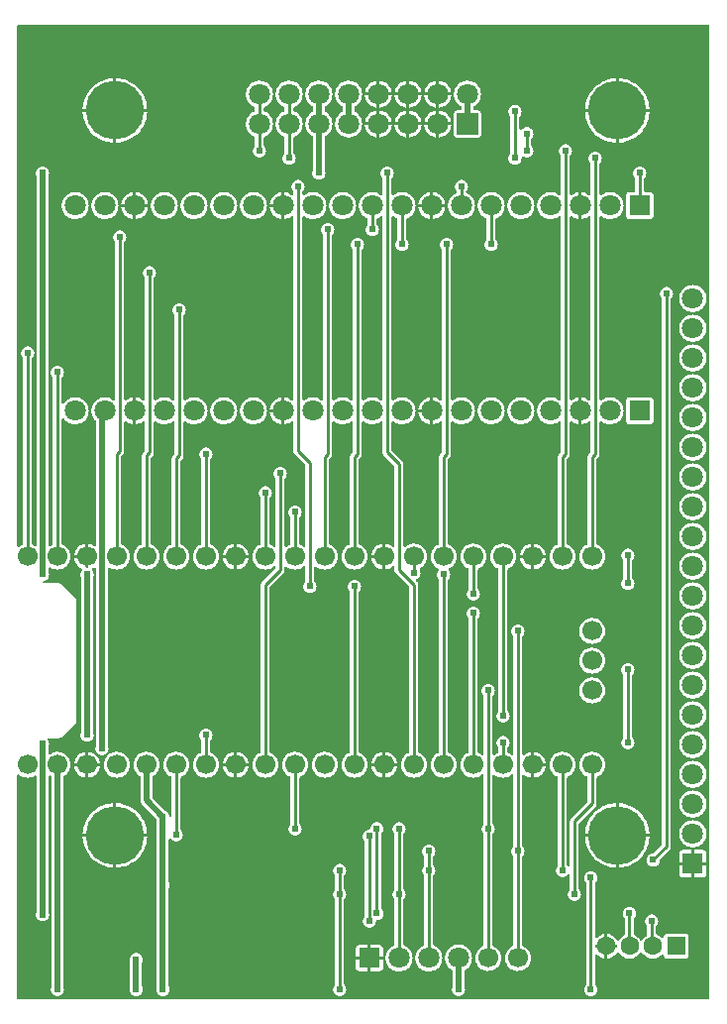
<source format=gtl>
G04 Layer: TopLayer*
G04 EasyEDA v6.5.29, 2023-07-18 10:21:49*
G04 75acb9ef74904ca4b51824f4bde05f2a,5a6b42c53f6a479593ecc07194224c93,10*
G04 Gerber Generator version 0.2*
G04 Scale: 100 percent, Rotated: No, Reflected: No *
G04 Dimensions in millimeters *
G04 leading zeros omitted , absolute positions ,4 integer and 5 decimal *
%FSLAX45Y45*%
%MOMM*%

%AMMACRO1*21,1,$1,$2,0,0,$3*%
%ADD10C,0.2540*%
%ADD11C,0.5000*%
%ADD12MACRO1,1.8X1.8X0.0000*%
%ADD13C,1.8000*%
%ADD14R,1.8000X1.7000*%
%ADD15MACRO1,1.6X1.6X0.0000*%
%ADD16C,1.6000*%
%ADD17R,1.8000X1.8000*%
%ADD18C,5.0000*%
%ADD19C,1.7000*%
%ADD20C,0.6096*%
%ADD21C,0.0113*%

%LPD*%
G36*
X175768Y1295908D02*
G01*
X171856Y1296670D01*
X168605Y1298905D01*
X166370Y1302156D01*
X165608Y1306068D01*
X165608Y3209899D01*
X166319Y3213658D01*
X168402Y3216910D01*
X171500Y3219145D01*
X175209Y3220059D01*
X179019Y3219500D01*
X182372Y3217621D01*
X187655Y3213150D01*
X199542Y3205378D01*
X212344Y3199231D01*
X225856Y3194761D01*
X239775Y3192018D01*
X253949Y3191103D01*
X268122Y3192018D01*
X282092Y3194761D01*
X295554Y3199231D01*
X308356Y3205378D01*
X314401Y3209290D01*
X318414Y3210814D01*
X322783Y3210509D01*
X326542Y3208477D01*
X329184Y3205022D01*
X330098Y3200755D01*
X330098Y2047748D01*
X329133Y2043430D01*
X328066Y2041093D01*
X325526Y2031644D01*
X324662Y2021839D01*
X325526Y2012035D01*
X328066Y2002586D01*
X332181Y1993646D01*
X337820Y1985619D01*
X344779Y1978660D01*
X352806Y1973021D01*
X361746Y1968906D01*
X371195Y1966366D01*
X381000Y1965502D01*
X390804Y1966366D01*
X400253Y1968906D01*
X409194Y1973021D01*
X417220Y1978660D01*
X424180Y1985619D01*
X429818Y1993646D01*
X433933Y2002586D01*
X436473Y2012035D01*
X436829Y2015693D01*
X438150Y2019858D01*
X439928Y2021839D01*
X438150Y2023821D01*
X436829Y2027986D01*
X436473Y2031644D01*
X433933Y2041093D01*
X432866Y2043430D01*
X431901Y2047748D01*
X431901Y3200755D01*
X432816Y3204972D01*
X435457Y3208426D01*
X439216Y3210509D01*
X443585Y3210763D01*
X447598Y3209239D01*
X452475Y3206089D01*
X454964Y3203803D01*
X456539Y3200857D01*
X457098Y3197555D01*
X457098Y2028901D01*
X456133Y2024583D01*
X454050Y2021839D01*
X456133Y2019096D01*
X457098Y2014778D01*
X457098Y1410208D01*
X456133Y1405890D01*
X455066Y1403553D01*
X452526Y1394104D01*
X451662Y1384300D01*
X452526Y1374495D01*
X455066Y1365046D01*
X459181Y1356106D01*
X464820Y1348079D01*
X471779Y1341120D01*
X479806Y1335481D01*
X488746Y1331366D01*
X498195Y1328826D01*
X508000Y1327962D01*
X517804Y1328826D01*
X527253Y1331366D01*
X536194Y1335481D01*
X544220Y1341120D01*
X551180Y1348079D01*
X556818Y1356106D01*
X560933Y1365046D01*
X563473Y1374495D01*
X564337Y1384300D01*
X563473Y1394104D01*
X560933Y1403553D01*
X559866Y1405890D01*
X558901Y1410208D01*
X558901Y3197606D01*
X559460Y3200908D01*
X561035Y3203854D01*
X563524Y3206140D01*
X574294Y3213150D01*
X585114Y3222345D01*
X594664Y3232861D01*
X602792Y3244494D01*
X609346Y3257092D01*
X614273Y3270453D01*
X617423Y3284321D01*
X618794Y3298444D01*
X618337Y3312668D01*
X616051Y3326688D01*
X612038Y3340303D01*
X606298Y3353308D01*
X598932Y3365449D01*
X590042Y3376523D01*
X579831Y3386429D01*
X568452Y3394913D01*
X556056Y3401923D01*
X542899Y3407257D01*
X529183Y3410864D01*
X515061Y3412642D01*
X500837Y3412642D01*
X486765Y3410864D01*
X473049Y3407257D01*
X459841Y3401923D01*
X447040Y3394710D01*
X443026Y3393440D01*
X438861Y3393897D01*
X435254Y3396030D01*
X432765Y3399434D01*
X431901Y3403549D01*
X431901Y3453892D01*
X432866Y3458210D01*
X433933Y3460546D01*
X436473Y3469995D01*
X437337Y3479800D01*
X436473Y3489604D01*
X433933Y3499053D01*
X429818Y3507994D01*
X425500Y3514090D01*
X423824Y3518154D01*
X424027Y3522573D01*
X426059Y3526434D01*
X429564Y3529126D01*
X433832Y3530092D01*
X520293Y3530092D01*
X524103Y3530346D01*
X531164Y3532428D01*
X536041Y3535172D01*
X539292Y3537965D01*
X665734Y3664407D01*
X668223Y3667302D01*
X671779Y3673754D01*
X673303Y3679139D01*
X673608Y3683355D01*
X673608Y4698593D01*
X673303Y4702403D01*
X671271Y4709464D01*
X668528Y4714341D01*
X665734Y4717592D01*
X539292Y4844034D01*
X536397Y4846523D01*
X529945Y4850028D01*
X524560Y4851603D01*
X520293Y4851908D01*
X392582Y4851908D01*
X388518Y4852771D01*
X385165Y4855159D01*
X382981Y4858715D01*
X382473Y4862830D01*
X383590Y4866792D01*
X386283Y4869992D01*
X389940Y4871872D01*
X400253Y4874615D01*
X409194Y4878781D01*
X417220Y4884420D01*
X424180Y4891379D01*
X429818Y4899406D01*
X433933Y4908296D01*
X436473Y4917795D01*
X437337Y4927600D01*
X436473Y4937353D01*
X433933Y4946853D01*
X432866Y4949190D01*
X431901Y4953508D01*
X431901Y4978755D01*
X432816Y4982972D01*
X435457Y4986426D01*
X439216Y4988509D01*
X443585Y4988763D01*
X447598Y4987239D01*
X453542Y4983378D01*
X466343Y4977231D01*
X479856Y4972761D01*
X493776Y4970018D01*
X507949Y4969103D01*
X522122Y4970018D01*
X536092Y4972761D01*
X549554Y4977231D01*
X562356Y4983378D01*
X574294Y4991150D01*
X585114Y5000345D01*
X594664Y5010861D01*
X602792Y5022494D01*
X609346Y5035092D01*
X614273Y5048453D01*
X617423Y5062321D01*
X618794Y5076444D01*
X618337Y5090668D01*
X616051Y5104688D01*
X612038Y5118303D01*
X606298Y5131308D01*
X598932Y5143449D01*
X590042Y5154523D01*
X579831Y5164429D01*
X568452Y5172913D01*
X556056Y5179923D01*
X552958Y5181142D01*
X549605Y5183378D01*
X547370Y5186680D01*
X546608Y5190591D01*
X546608Y6253073D01*
X547522Y6257290D01*
X550113Y6260744D01*
X553923Y6262827D01*
X558241Y6263132D01*
X562305Y6261608D01*
X565353Y6258509D01*
X566623Y6256477D01*
X575919Y6245250D01*
X586536Y6235293D01*
X598271Y6226759D01*
X611073Y6219748D01*
X624586Y6214364D01*
X638657Y6210757D01*
X653135Y6208928D01*
X667664Y6208928D01*
X682091Y6210757D01*
X696214Y6214364D01*
X709726Y6219748D01*
X722477Y6226759D01*
X734263Y6235293D01*
X744880Y6245250D01*
X754126Y6256477D01*
X761949Y6268770D01*
X768146Y6281928D01*
X772617Y6295796D01*
X775360Y6310071D01*
X776274Y6324600D01*
X775360Y6339128D01*
X772617Y6353403D01*
X768146Y6367272D01*
X761949Y6380429D01*
X754126Y6392722D01*
X744880Y6403898D01*
X734263Y6413906D01*
X722477Y6422440D01*
X709726Y6429451D01*
X696214Y6434785D01*
X682091Y6438442D01*
X667664Y6440271D01*
X653135Y6440271D01*
X638657Y6438442D01*
X624586Y6434785D01*
X611073Y6429451D01*
X598271Y6422440D01*
X586536Y6413906D01*
X575919Y6403898D01*
X566623Y6392722D01*
X565353Y6390690D01*
X562305Y6387592D01*
X558241Y6386068D01*
X553923Y6386372D01*
X550113Y6388404D01*
X547522Y6391910D01*
X546608Y6396126D01*
X546608Y6609791D01*
X547370Y6613702D01*
X549605Y6617004D01*
X551180Y6618579D01*
X556818Y6626606D01*
X560933Y6635496D01*
X563473Y6644995D01*
X564337Y6654800D01*
X563473Y6664553D01*
X560933Y6674053D01*
X556818Y6682943D01*
X551180Y6691020D01*
X544220Y6697929D01*
X536194Y6703568D01*
X527253Y6707733D01*
X517804Y6710273D01*
X508000Y6711137D01*
X498195Y6710273D01*
X488746Y6707733D01*
X479806Y6703568D01*
X471779Y6697929D01*
X464820Y6691020D01*
X459181Y6682943D01*
X455066Y6674053D01*
X452526Y6664553D01*
X452170Y6660946D01*
X450850Y6656730D01*
X449072Y6654800D01*
X450850Y6652818D01*
X452170Y6648653D01*
X452526Y6644995D01*
X455066Y6635496D01*
X459181Y6626606D01*
X464820Y6618579D01*
X466394Y6617004D01*
X468630Y6613702D01*
X469392Y6609791D01*
X469392Y5190591D01*
X468630Y5186680D01*
X466394Y5183378D01*
X463042Y5181193D01*
X459841Y5179923D01*
X447040Y5172710D01*
X443026Y5171440D01*
X438861Y5171897D01*
X435254Y5174030D01*
X432765Y5177434D01*
X431901Y5181549D01*
X431901Y6647738D01*
X432866Y6652056D01*
X434949Y6654800D01*
X432866Y6657543D01*
X431901Y6661810D01*
X431901Y8330692D01*
X432866Y8334959D01*
X433933Y8337296D01*
X436473Y8346795D01*
X437337Y8356600D01*
X436473Y8366353D01*
X433933Y8375853D01*
X429818Y8384743D01*
X424180Y8392820D01*
X417220Y8399729D01*
X409194Y8405368D01*
X400253Y8409533D01*
X390804Y8412073D01*
X381000Y8412937D01*
X371195Y8412073D01*
X361746Y8409533D01*
X352806Y8405368D01*
X344779Y8399729D01*
X337820Y8392820D01*
X332181Y8384743D01*
X328066Y8375853D01*
X325526Y8366353D01*
X324662Y8356600D01*
X325526Y8346795D01*
X328066Y8337296D01*
X329133Y8334959D01*
X330098Y8330692D01*
X330098Y6826910D01*
X329133Y6822643D01*
X327050Y6819900D01*
X329133Y6817156D01*
X330098Y6812838D01*
X330098Y5181498D01*
X329234Y5177383D01*
X326745Y5173980D01*
X323138Y5171846D01*
X318973Y5171389D01*
X314960Y5172659D01*
X302056Y5179923D01*
X298958Y5181142D01*
X295605Y5183378D01*
X293370Y5186680D01*
X292608Y5190591D01*
X292608Y6774891D01*
X293370Y6778802D01*
X295605Y6782104D01*
X297180Y6783679D01*
X302818Y6791706D01*
X306933Y6800596D01*
X309473Y6810095D01*
X309829Y6813753D01*
X311150Y6817918D01*
X312928Y6819900D01*
X311150Y6821830D01*
X309829Y6826046D01*
X309473Y6829653D01*
X306933Y6839153D01*
X302818Y6848043D01*
X297180Y6856120D01*
X290220Y6863029D01*
X282194Y6868668D01*
X273253Y6872833D01*
X263804Y6875373D01*
X254000Y6876237D01*
X244195Y6875373D01*
X234746Y6872833D01*
X225806Y6868668D01*
X217779Y6863029D01*
X210820Y6856120D01*
X205181Y6848043D01*
X201066Y6839153D01*
X198526Y6829653D01*
X197662Y6819900D01*
X198526Y6810095D01*
X201066Y6800596D01*
X205181Y6791706D01*
X210820Y6783679D01*
X212394Y6782104D01*
X214629Y6778802D01*
X215392Y6774891D01*
X215392Y5190591D01*
X214629Y5186680D01*
X212394Y5183378D01*
X209042Y5181193D01*
X205841Y5179923D01*
X193497Y5172913D01*
X181864Y5164226D01*
X177749Y5162448D01*
X173329Y5162550D01*
X169316Y5164531D01*
X166573Y5168036D01*
X165608Y5172405D01*
X165608Y9615932D01*
X166370Y9619792D01*
X168605Y9623094D01*
X171856Y9625279D01*
X175768Y9626092D01*
X6072632Y9626092D01*
X6076492Y9625279D01*
X6079794Y9623094D01*
X6082030Y9619792D01*
X6082792Y9615932D01*
X6082792Y1306068D01*
X6082030Y1302156D01*
X6079794Y1298905D01*
X6076492Y1296670D01*
X6072632Y1295908D01*
G37*

%LPC*%
G36*
X3390087Y9042400D02*
G01*
X3492500Y9042400D01*
X3492500Y9144660D01*
X3483457Y9143492D01*
X3469386Y9139885D01*
X3455873Y9134551D01*
X3443122Y9127540D01*
X3431336Y9118955D01*
X3420719Y9108998D01*
X3411423Y9097822D01*
X3403650Y9085529D01*
X3397453Y9072321D01*
X3392932Y9058503D01*
X3390239Y9044228D01*
G37*
G36*
X3937000Y1327962D02*
G01*
X3946804Y1328826D01*
X3956253Y1331366D01*
X3965194Y1335481D01*
X3973220Y1341120D01*
X3980179Y1348079D01*
X3985818Y1356106D01*
X3989933Y1365046D01*
X3992473Y1374495D01*
X3993337Y1384300D01*
X3992473Y1394104D01*
X3989933Y1403553D01*
X3988866Y1405890D01*
X3987901Y1410208D01*
X3987901Y1541018D01*
X3988562Y1544523D01*
X3990390Y1547622D01*
X3993184Y1549908D01*
X3999077Y1553159D01*
X4010863Y1561693D01*
X4021480Y1571650D01*
X4030726Y1582877D01*
X4038549Y1595170D01*
X4044746Y1608328D01*
X4049217Y1622196D01*
X4051960Y1636471D01*
X4052874Y1651000D01*
X4051960Y1665528D01*
X4049217Y1679803D01*
X4044746Y1693672D01*
X4038549Y1706829D01*
X4030726Y1719122D01*
X4021480Y1730349D01*
X4010863Y1740306D01*
X3999077Y1748840D01*
X3986326Y1755851D01*
X3972814Y1761185D01*
X3958691Y1764842D01*
X3944264Y1766671D01*
X3929684Y1766671D01*
X3915257Y1764842D01*
X3901186Y1761185D01*
X3887622Y1755851D01*
X3874871Y1748840D01*
X3863136Y1740306D01*
X3852519Y1730349D01*
X3843223Y1719122D01*
X3835450Y1706829D01*
X3829253Y1693672D01*
X3824732Y1679803D01*
X3821988Y1665528D01*
X3821074Y1651000D01*
X3821988Y1636471D01*
X3824732Y1622196D01*
X3829253Y1608328D01*
X3835450Y1595170D01*
X3843223Y1582877D01*
X3852519Y1571650D01*
X3863136Y1561693D01*
X3874871Y1553159D01*
X3880815Y1549857D01*
X3883609Y1547622D01*
X3885437Y1544523D01*
X3886098Y1540967D01*
X3886098Y1410208D01*
X3885133Y1405890D01*
X3884066Y1403553D01*
X3881526Y1394104D01*
X3880662Y1384300D01*
X3881526Y1374495D01*
X3884066Y1365046D01*
X3888181Y1356106D01*
X3893820Y1348079D01*
X3900779Y1341120D01*
X3908806Y1335481D01*
X3917746Y1331366D01*
X3927195Y1328826D01*
G37*
G36*
X2921000Y1327962D02*
G01*
X2930804Y1328826D01*
X2940253Y1331366D01*
X2949194Y1335481D01*
X2957220Y1341120D01*
X2964180Y1348079D01*
X2969818Y1356106D01*
X2973933Y1365046D01*
X2976473Y1374495D01*
X2977337Y1384300D01*
X2976473Y1394104D01*
X2973933Y1403553D01*
X2969818Y1412494D01*
X2964180Y1420520D01*
X2962605Y1422095D01*
X2960370Y1425397D01*
X2959608Y1429308D01*
X2959608Y2152091D01*
X2960370Y2156002D01*
X2962605Y2159304D01*
X2964180Y2160879D01*
X2969818Y2168906D01*
X2973933Y2177846D01*
X2976473Y2187295D01*
X2977337Y2197100D01*
X2976473Y2206904D01*
X2973933Y2216353D01*
X2969818Y2225294D01*
X2964180Y2233320D01*
X2962605Y2234895D01*
X2960370Y2238197D01*
X2959608Y2242058D01*
X2959608Y2355291D01*
X2960370Y2359202D01*
X2962605Y2362504D01*
X2964180Y2364079D01*
X2969818Y2372106D01*
X2973933Y2381046D01*
X2976473Y2390495D01*
X2977337Y2400300D01*
X2976473Y2410104D01*
X2973933Y2419553D01*
X2969818Y2428494D01*
X2964180Y2436520D01*
X2957220Y2443480D01*
X2949194Y2449118D01*
X2940253Y2453233D01*
X2930804Y2455773D01*
X2921000Y2456637D01*
X2911195Y2455773D01*
X2901746Y2453233D01*
X2892806Y2449118D01*
X2884779Y2443480D01*
X2877820Y2436520D01*
X2872181Y2428494D01*
X2868066Y2419553D01*
X2865526Y2410104D01*
X2864662Y2400300D01*
X2865526Y2390495D01*
X2868066Y2381046D01*
X2872181Y2372106D01*
X2877820Y2364079D01*
X2879394Y2362504D01*
X2881630Y2359202D01*
X2882392Y2355291D01*
X2882392Y2242058D01*
X2881630Y2238197D01*
X2879394Y2234895D01*
X2877820Y2233320D01*
X2872181Y2225294D01*
X2868066Y2216353D01*
X2865526Y2206904D01*
X2864662Y2197100D01*
X2865526Y2187295D01*
X2868066Y2177846D01*
X2872181Y2168906D01*
X2877820Y2160879D01*
X2879394Y2159304D01*
X2881630Y2156002D01*
X2882392Y2152091D01*
X2882392Y1429308D01*
X2881630Y1425397D01*
X2879394Y1422095D01*
X2877820Y1420520D01*
X2872181Y1412494D01*
X2868066Y1403553D01*
X2865526Y1394104D01*
X2864662Y1384300D01*
X2865526Y1374495D01*
X2868066Y1365046D01*
X2872181Y1356106D01*
X2877820Y1348079D01*
X2884779Y1341120D01*
X2892806Y1335481D01*
X2901746Y1331366D01*
X2911195Y1328826D01*
G37*
G36*
X5067300Y1327962D02*
G01*
X5077053Y1328826D01*
X5086553Y1331366D01*
X5095443Y1335481D01*
X5103520Y1341120D01*
X5110429Y1348079D01*
X5116068Y1356106D01*
X5120233Y1365046D01*
X5122773Y1374495D01*
X5123637Y1384300D01*
X5122773Y1394104D01*
X5120233Y1403553D01*
X5116068Y1412494D01*
X5110429Y1420520D01*
X5108905Y1422095D01*
X5106670Y1425397D01*
X5105908Y1429258D01*
X5105908Y1671624D01*
X5106720Y1675587D01*
X5109057Y1678939D01*
X5112512Y1681124D01*
X5116525Y1681734D01*
X5120436Y1680768D01*
X5124196Y1677720D01*
X5134610Y1668576D01*
X5146141Y1660906D01*
X5158587Y1654759D01*
X5171694Y1650339D01*
X5185257Y1647596D01*
X5186375Y1647545D01*
X5186375Y1739900D01*
X5116068Y1739900D01*
X5112156Y1740662D01*
X5108905Y1742897D01*
X5106670Y1746148D01*
X5105908Y1750060D01*
X5105908Y1755139D01*
X5106670Y1759000D01*
X5108905Y1762302D01*
X5112156Y1764538D01*
X5116068Y1765300D01*
X5186375Y1765300D01*
X5186375Y1857654D01*
X5171694Y1854860D01*
X5158587Y1850440D01*
X5146141Y1844293D01*
X5134610Y1836623D01*
X5124196Y1827479D01*
X5120436Y1824431D01*
X5116525Y1823415D01*
X5112512Y1824075D01*
X5109057Y1826260D01*
X5106720Y1829612D01*
X5105908Y1833575D01*
X5105908Y2291842D01*
X5106670Y2295702D01*
X5108905Y2299004D01*
X5110480Y2300579D01*
X5116068Y2308606D01*
X5120233Y2317546D01*
X5122773Y2326995D01*
X5123637Y2336800D01*
X5122773Y2346604D01*
X5120233Y2356053D01*
X5116068Y2364994D01*
X5110480Y2373020D01*
X5103520Y2379980D01*
X5095443Y2385618D01*
X5086553Y2389733D01*
X5077053Y2392273D01*
X5067300Y2393137D01*
X5057495Y2392273D01*
X5047996Y2389733D01*
X5039106Y2385618D01*
X5031079Y2379980D01*
X5024120Y2373020D01*
X5018481Y2364994D01*
X5014315Y2356053D01*
X5011775Y2346604D01*
X5010962Y2336800D01*
X5011775Y2326995D01*
X5014315Y2317546D01*
X5018481Y2308606D01*
X5024120Y2300579D01*
X5025694Y2299004D01*
X5027930Y2295702D01*
X5028692Y2291791D01*
X5028692Y1429308D01*
X5027930Y1425397D01*
X5025694Y1422095D01*
X5024120Y1420520D01*
X5018481Y1412494D01*
X5014315Y1403553D01*
X5011775Y1394104D01*
X5010962Y1384300D01*
X5011775Y1374495D01*
X5014315Y1365046D01*
X5018481Y1356106D01*
X5024120Y1348079D01*
X5031079Y1341120D01*
X5039106Y1335481D01*
X5047996Y1331366D01*
X5057495Y1328826D01*
G37*
G36*
X1409700Y1327962D02*
G01*
X1419504Y1328826D01*
X1428953Y1331366D01*
X1437894Y1335481D01*
X1445920Y1341120D01*
X1452880Y1348079D01*
X1458518Y1356106D01*
X1462633Y1365046D01*
X1465173Y1374495D01*
X1466037Y1384300D01*
X1465173Y1394104D01*
X1462633Y1403553D01*
X1461566Y1405890D01*
X1460601Y1410208D01*
X1460601Y2247392D01*
X1461566Y2251710D01*
X1462633Y2254046D01*
X1465173Y2263546D01*
X1466037Y2273300D01*
X1465173Y2283104D01*
X1462633Y2292604D01*
X1461566Y2294940D01*
X1460601Y2299208D01*
X1460601Y2665526D01*
X1461516Y2669692D01*
X1464005Y2673146D01*
X1467713Y2675229D01*
X1471930Y2675636D01*
X1475994Y2674264D01*
X1479092Y2671368D01*
X1480820Y2668879D01*
X1487779Y2661920D01*
X1495806Y2656281D01*
X1504746Y2652166D01*
X1514195Y2649626D01*
X1524000Y2648762D01*
X1533804Y2649626D01*
X1543253Y2652166D01*
X1552194Y2656281D01*
X1560220Y2661920D01*
X1567180Y2668879D01*
X1572818Y2676906D01*
X1576933Y2685846D01*
X1579473Y2695295D01*
X1580337Y2705100D01*
X1579473Y2714904D01*
X1576933Y2724353D01*
X1572818Y2733294D01*
X1567180Y2741320D01*
X1565605Y2742895D01*
X1563370Y2746197D01*
X1562608Y2750058D01*
X1562608Y3191408D01*
X1563319Y3195116D01*
X1565300Y3198317D01*
X1568348Y3200552D01*
X1578356Y3205378D01*
X1590294Y3213150D01*
X1601114Y3222345D01*
X1610664Y3232861D01*
X1618792Y3244494D01*
X1625346Y3257092D01*
X1630273Y3270453D01*
X1633423Y3284321D01*
X1634794Y3298444D01*
X1634337Y3312668D01*
X1632051Y3326688D01*
X1628038Y3340303D01*
X1622298Y3353308D01*
X1614932Y3365449D01*
X1606042Y3376523D01*
X1595831Y3386429D01*
X1584452Y3394913D01*
X1572056Y3401923D01*
X1558899Y3407257D01*
X1545183Y3410864D01*
X1531061Y3412642D01*
X1516837Y3412642D01*
X1502765Y3410864D01*
X1489049Y3407257D01*
X1475841Y3401923D01*
X1463497Y3394913D01*
X1452067Y3386429D01*
X1441856Y3376523D01*
X1433017Y3365449D01*
X1425651Y3353308D01*
X1419910Y3340303D01*
X1415846Y3326688D01*
X1413611Y3312668D01*
X1413154Y3298444D01*
X1414526Y3284321D01*
X1417675Y3270453D01*
X1422552Y3257092D01*
X1429156Y3244494D01*
X1437284Y3232861D01*
X1446834Y3222345D01*
X1457655Y3213150D01*
X1469542Y3205378D01*
X1479651Y3200501D01*
X1482699Y3198266D01*
X1484680Y3195066D01*
X1485392Y3191357D01*
X1485392Y2869082D01*
X1484528Y2865018D01*
X1482140Y2861614D01*
X1478584Y2859481D01*
X1474470Y2858922D01*
X1470507Y2860090D01*
X1467307Y2862732D01*
X1465427Y2866440D01*
X1462633Y2876753D01*
X1458518Y2885694D01*
X1452880Y2893720D01*
X1445920Y2900680D01*
X1437894Y2906318D01*
X1430172Y2909874D01*
X1427276Y2911906D01*
X1323898Y3015284D01*
X1321663Y3018586D01*
X1320901Y3022498D01*
X1320901Y3197606D01*
X1321460Y3200908D01*
X1323035Y3203854D01*
X1325524Y3206140D01*
X1336294Y3213150D01*
X1347114Y3222345D01*
X1356664Y3232861D01*
X1364792Y3244494D01*
X1371346Y3257092D01*
X1376273Y3270453D01*
X1379423Y3284321D01*
X1380794Y3298444D01*
X1380337Y3312668D01*
X1378051Y3326688D01*
X1374038Y3340303D01*
X1368298Y3353308D01*
X1360932Y3365449D01*
X1352042Y3376523D01*
X1341831Y3386429D01*
X1330452Y3394913D01*
X1318056Y3401923D01*
X1304899Y3407257D01*
X1291183Y3410864D01*
X1277061Y3412642D01*
X1262837Y3412642D01*
X1248765Y3410864D01*
X1235049Y3407257D01*
X1221841Y3401923D01*
X1209497Y3394913D01*
X1198067Y3386429D01*
X1187856Y3376523D01*
X1179017Y3365449D01*
X1171651Y3353308D01*
X1165910Y3340303D01*
X1161846Y3326688D01*
X1159611Y3312668D01*
X1159154Y3298444D01*
X1160526Y3284321D01*
X1163675Y3270453D01*
X1168552Y3257092D01*
X1175156Y3244494D01*
X1183284Y3232861D01*
X1192834Y3222345D01*
X1203655Y3213150D01*
X1214475Y3206089D01*
X1216964Y3203803D01*
X1218539Y3200857D01*
X1219098Y3197555D01*
X1219098Y2997403D01*
X1219301Y2992780D01*
X1219860Y2988360D01*
X1220825Y2984042D01*
X1222146Y2979775D01*
X1223873Y2975660D01*
X1225905Y2971749D01*
X1228293Y2967990D01*
X1230985Y2964484D01*
X1234135Y2961030D01*
X1355293Y2839923D01*
X1357833Y2835859D01*
X1358798Y2831592D01*
X1358798Y2299208D01*
X1357833Y2294940D01*
X1356766Y2292604D01*
X1354226Y2283104D01*
X1353362Y2273300D01*
X1354226Y2263546D01*
X1356766Y2254046D01*
X1357833Y2251710D01*
X1358798Y2247392D01*
X1358798Y1410208D01*
X1357833Y1405890D01*
X1356766Y1403553D01*
X1354226Y1394104D01*
X1353362Y1384300D01*
X1354226Y1374495D01*
X1356766Y1365046D01*
X1360881Y1356106D01*
X1366520Y1348079D01*
X1373479Y1341120D01*
X1381506Y1335481D01*
X1390446Y1331366D01*
X1399895Y1328826D01*
G37*
G36*
X3771900Y9042400D02*
G01*
X3874262Y9042400D01*
X3874160Y9044228D01*
X3871417Y9058503D01*
X3866946Y9072321D01*
X3860749Y9085529D01*
X3852926Y9097822D01*
X3843680Y9108998D01*
X3833063Y9118955D01*
X3821277Y9127540D01*
X3808526Y9134551D01*
X3795014Y9139885D01*
X3780891Y9143492D01*
X3771900Y9144660D01*
G37*
G36*
X3675684Y1535328D02*
G01*
X3690264Y1535328D01*
X3704691Y1537157D01*
X3718814Y1540764D01*
X3732326Y1546148D01*
X3745077Y1553159D01*
X3756863Y1561693D01*
X3767480Y1571650D01*
X3776726Y1582877D01*
X3784549Y1595170D01*
X3790746Y1608328D01*
X3795217Y1622196D01*
X3797960Y1636471D01*
X3798874Y1651000D01*
X3797960Y1665528D01*
X3795217Y1679803D01*
X3790746Y1693672D01*
X3784549Y1706829D01*
X3776726Y1719122D01*
X3767480Y1730349D01*
X3756863Y1740306D01*
X3745077Y1748840D01*
X3732326Y1755851D01*
X3728008Y1757578D01*
X3724656Y1759762D01*
X3722370Y1763064D01*
X3721608Y1767027D01*
X3721608Y2355291D01*
X3722370Y2359202D01*
X3724554Y2362504D01*
X3726129Y2364079D01*
X3731768Y2372106D01*
X3735933Y2381046D01*
X3738473Y2390495D01*
X3739337Y2400300D01*
X3738473Y2410104D01*
X3735933Y2419553D01*
X3731768Y2428494D01*
X3726129Y2436520D01*
X3724605Y2438095D01*
X3722370Y2441397D01*
X3721608Y2445258D01*
X3721608Y2520899D01*
X3722370Y2524810D01*
X3724605Y2528112D01*
X3726179Y2529687D01*
X3731768Y2537714D01*
X3735933Y2546654D01*
X3738473Y2556103D01*
X3739337Y2565908D01*
X3738473Y2575712D01*
X3735933Y2585161D01*
X3731768Y2594102D01*
X3726179Y2602128D01*
X3719220Y2609088D01*
X3711143Y2614726D01*
X3702253Y2618841D01*
X3692753Y2621381D01*
X3683000Y2622245D01*
X3673195Y2621381D01*
X3663696Y2618841D01*
X3654806Y2614726D01*
X3646779Y2609088D01*
X3639820Y2602128D01*
X3634181Y2594102D01*
X3630066Y2585161D01*
X3627475Y2575712D01*
X3626662Y2565908D01*
X3627475Y2556103D01*
X3630066Y2546654D01*
X3634181Y2537714D01*
X3639820Y2529687D01*
X3641394Y2528112D01*
X3643629Y2524810D01*
X3644392Y2520899D01*
X3644392Y2445308D01*
X3643629Y2441397D01*
X3641394Y2438095D01*
X3639820Y2436520D01*
X3634181Y2428494D01*
X3630015Y2419553D01*
X3627475Y2410104D01*
X3626662Y2400300D01*
X3627475Y2390495D01*
X3630015Y2381046D01*
X3634181Y2372106D01*
X3639820Y2364079D01*
X3641394Y2362504D01*
X3643629Y2359202D01*
X3644392Y2355291D01*
X3644392Y1767027D01*
X3643579Y1763064D01*
X3641344Y1759762D01*
X3637940Y1757578D01*
X3633622Y1755851D01*
X3620871Y1748840D01*
X3609136Y1740306D01*
X3598519Y1730349D01*
X3589223Y1719122D01*
X3581450Y1706829D01*
X3575253Y1693672D01*
X3570732Y1679803D01*
X3567988Y1665528D01*
X3567074Y1651000D01*
X3567988Y1636471D01*
X3570732Y1622196D01*
X3575253Y1608328D01*
X3581450Y1595170D01*
X3589223Y1582877D01*
X3598519Y1571650D01*
X3609136Y1561693D01*
X3620871Y1553159D01*
X3633622Y1546148D01*
X3647186Y1540764D01*
X3661257Y1537157D01*
G37*
G36*
X3421684Y1535328D02*
G01*
X3436264Y1535328D01*
X3450691Y1537157D01*
X3464814Y1540764D01*
X3478326Y1546148D01*
X3491077Y1553159D01*
X3502863Y1561693D01*
X3513480Y1571650D01*
X3522726Y1582877D01*
X3530549Y1595170D01*
X3536746Y1608328D01*
X3541217Y1622196D01*
X3543960Y1636471D01*
X3544874Y1651000D01*
X3543960Y1665528D01*
X3541217Y1679803D01*
X3536746Y1693672D01*
X3530549Y1706829D01*
X3522726Y1719122D01*
X3513480Y1730349D01*
X3502863Y1740306D01*
X3491077Y1748840D01*
X3478326Y1755851D01*
X3474008Y1757578D01*
X3470656Y1759762D01*
X3468370Y1763064D01*
X3467608Y1767027D01*
X3467608Y2152091D01*
X3468370Y2156002D01*
X3470554Y2159304D01*
X3472129Y2160879D01*
X3477768Y2168906D01*
X3481933Y2177846D01*
X3484473Y2187295D01*
X3485337Y2197100D01*
X3484473Y2206904D01*
X3481933Y2216353D01*
X3477768Y2225294D01*
X3472129Y2233320D01*
X3470605Y2234895D01*
X3468370Y2238197D01*
X3467608Y2242058D01*
X3467608Y2710891D01*
X3468370Y2714802D01*
X3470605Y2718104D01*
X3472179Y2719679D01*
X3477768Y2727706D01*
X3481933Y2736646D01*
X3484473Y2746095D01*
X3485337Y2755900D01*
X3484473Y2765704D01*
X3481933Y2775153D01*
X3477768Y2784094D01*
X3472179Y2792120D01*
X3465220Y2799080D01*
X3457143Y2804718D01*
X3448253Y2808833D01*
X3438753Y2811373D01*
X3429000Y2812237D01*
X3419195Y2811373D01*
X3409696Y2808833D01*
X3400806Y2804718D01*
X3392779Y2799080D01*
X3385820Y2792120D01*
X3380181Y2784094D01*
X3376066Y2775153D01*
X3373475Y2765704D01*
X3372662Y2755900D01*
X3373475Y2746095D01*
X3376066Y2736646D01*
X3380181Y2727706D01*
X3385820Y2719679D01*
X3387394Y2718104D01*
X3389629Y2714802D01*
X3390392Y2710891D01*
X3390392Y2242108D01*
X3389629Y2238197D01*
X3387394Y2234895D01*
X3385820Y2233320D01*
X3380181Y2225294D01*
X3376015Y2216353D01*
X3373475Y2206904D01*
X3372662Y2197100D01*
X3373475Y2187295D01*
X3376015Y2177846D01*
X3380181Y2168906D01*
X3385820Y2160879D01*
X3387394Y2159304D01*
X3389629Y2156002D01*
X3390392Y2152091D01*
X3390392Y1767027D01*
X3389579Y1763064D01*
X3387344Y1759762D01*
X3383940Y1757578D01*
X3379622Y1755851D01*
X3366871Y1748840D01*
X3355136Y1740306D01*
X3344519Y1730349D01*
X3335223Y1719122D01*
X3327450Y1706829D01*
X3321253Y1693672D01*
X3316732Y1679803D01*
X3313988Y1665528D01*
X3313074Y1651000D01*
X3313988Y1636471D01*
X3316732Y1622196D01*
X3321253Y1608328D01*
X3327450Y1595170D01*
X3335223Y1582877D01*
X3344519Y1571650D01*
X3355136Y1561693D01*
X3366871Y1553159D01*
X3379622Y1546148D01*
X3393186Y1540764D01*
X3407257Y1537157D01*
G37*
G36*
X3187700Y1540103D02*
G01*
X3264408Y1540103D01*
X3270758Y1540814D01*
X3276193Y1542694D01*
X3281070Y1545793D01*
X3285185Y1549857D01*
X3288284Y1554784D01*
X3290163Y1560220D01*
X3290874Y1566570D01*
X3290874Y1638300D01*
X3187700Y1638300D01*
G37*
G36*
X3085541Y1540103D02*
G01*
X3162300Y1540103D01*
X3162300Y1638300D01*
X3059074Y1638300D01*
X3059074Y1566570D01*
X3059785Y1560220D01*
X3061716Y1554784D01*
X3064764Y1549857D01*
X3068878Y1545793D01*
X3073755Y1542694D01*
X3079242Y1540814D01*
G37*
G36*
X4187444Y1540154D02*
G01*
X4201617Y1540611D01*
X4215638Y1542897D01*
X4229303Y1546910D01*
X4242257Y1552702D01*
X4254398Y1560068D01*
X4265523Y1568907D01*
X4275429Y1579118D01*
X4283913Y1590497D01*
X4290872Y1602892D01*
X4296206Y1616049D01*
X4299813Y1629816D01*
X4301642Y1643888D01*
X4301642Y1658112D01*
X4299813Y1672183D01*
X4296206Y1685950D01*
X4290872Y1699107D01*
X4283913Y1711502D01*
X4275429Y1722882D01*
X4265523Y1733092D01*
X4254398Y1741932D01*
X4242257Y1749298D01*
X4235653Y1752244D01*
X4232452Y1754479D01*
X4230319Y1757730D01*
X4229608Y1761540D01*
X4229608Y2709976D01*
X4230370Y2713888D01*
X4232554Y2717190D01*
X4234383Y2718968D01*
X4239971Y2726994D01*
X4244136Y2735935D01*
X4246676Y2745384D01*
X4247540Y2755188D01*
X4246676Y2764993D01*
X4244136Y2774442D01*
X4239971Y2783382D01*
X4234383Y2791409D01*
X4232554Y2793187D01*
X4230370Y2796489D01*
X4229608Y2800400D01*
X4229608Y3209899D01*
X4230319Y3213658D01*
X4232402Y3216910D01*
X4235500Y3219145D01*
X4239209Y3220059D01*
X4243019Y3219551D01*
X4246321Y3217621D01*
X4251655Y3213150D01*
X4263542Y3205378D01*
X4276344Y3199231D01*
X4289856Y3194761D01*
X4303776Y3192018D01*
X4317949Y3191103D01*
X4332122Y3192018D01*
X4346092Y3194761D01*
X4359554Y3199231D01*
X4372356Y3205378D01*
X4384294Y3213150D01*
X4389628Y3217672D01*
X4392980Y3219551D01*
X4396740Y3220110D01*
X4400499Y3219145D01*
X4403598Y3216910D01*
X4405680Y3213709D01*
X4406392Y3209950D01*
X4406392Y2609951D01*
X4405630Y2606090D01*
X4403394Y2602788D01*
X4402023Y2601417D01*
X4396384Y2593390D01*
X4392269Y2584450D01*
X4389678Y2575001D01*
X4388866Y2565196D01*
X4389678Y2555392D01*
X4392269Y2545943D01*
X4396384Y2537002D01*
X4402023Y2528976D01*
X4403394Y2527604D01*
X4405630Y2524302D01*
X4406392Y2520391D01*
X4406392Y1761794D01*
X4405731Y1758188D01*
X4403801Y1755038D01*
X4400905Y1752752D01*
X4387494Y1745792D01*
X4375861Y1737664D01*
X4365345Y1728114D01*
X4356100Y1717293D01*
X4348378Y1705406D01*
X4342180Y1692605D01*
X4337710Y1679143D01*
X4335018Y1665173D01*
X4334103Y1651000D01*
X4335018Y1636826D01*
X4337710Y1622856D01*
X4342180Y1609394D01*
X4348378Y1596593D01*
X4356100Y1584655D01*
X4365345Y1573834D01*
X4375861Y1564284D01*
X4387494Y1556156D01*
X4400092Y1549603D01*
X4413453Y1544675D01*
X4427270Y1541526D01*
X4441444Y1540154D01*
X4455617Y1540611D01*
X4469638Y1542897D01*
X4483303Y1546910D01*
X4496257Y1552702D01*
X4508398Y1560068D01*
X4519523Y1568907D01*
X4529429Y1579118D01*
X4537913Y1590497D01*
X4544872Y1602892D01*
X4550206Y1616049D01*
X4553813Y1629816D01*
X4555642Y1643888D01*
X4555642Y1658112D01*
X4553813Y1672183D01*
X4550206Y1685950D01*
X4544872Y1699107D01*
X4537913Y1711502D01*
X4529429Y1722882D01*
X4519523Y1733092D01*
X4508398Y1741932D01*
X4496257Y1749298D01*
X4489653Y1752244D01*
X4486452Y1754479D01*
X4484319Y1757730D01*
X4483608Y1761540D01*
X4483608Y2519984D01*
X4484370Y2523896D01*
X4486554Y2527198D01*
X4488383Y2528976D01*
X4493971Y2537002D01*
X4498136Y2545943D01*
X4500676Y2555392D01*
X4501540Y2565196D01*
X4500676Y2575001D01*
X4498136Y2584450D01*
X4493971Y2593390D01*
X4488383Y2601417D01*
X4486554Y2603195D01*
X4484370Y2606497D01*
X4483608Y2610408D01*
X4483608Y3209899D01*
X4484319Y3213658D01*
X4486402Y3216910D01*
X4489500Y3219145D01*
X4493209Y3220059D01*
X4497019Y3219551D01*
X4500321Y3217621D01*
X4505655Y3213150D01*
X4517542Y3205378D01*
X4530344Y3199231D01*
X4543856Y3194761D01*
X4557776Y3192018D01*
X4559249Y3191916D01*
X4559249Y3289300D01*
X4493768Y3289300D01*
X4489856Y3290062D01*
X4486554Y3292297D01*
X4484370Y3295548D01*
X4483608Y3299460D01*
X4483608Y3304540D01*
X4484370Y3308400D01*
X4486554Y3311702D01*
X4489856Y3313937D01*
X4493768Y3314700D01*
X4559249Y3314700D01*
X4559249Y3411931D01*
X4550765Y3410864D01*
X4537049Y3407257D01*
X4523841Y3401923D01*
X4511497Y3394913D01*
X4499813Y3386226D01*
X4495749Y3384448D01*
X4491329Y3384499D01*
X4487316Y3386531D01*
X4484573Y3390036D01*
X4483608Y3394405D01*
X4483608Y4399991D01*
X4484370Y4403902D01*
X4486554Y4407204D01*
X4488129Y4408779D01*
X4493768Y4416806D01*
X4497933Y4425696D01*
X4500473Y4435195D01*
X4501337Y4445000D01*
X4500473Y4454753D01*
X4497933Y4464253D01*
X4493768Y4473143D01*
X4488129Y4481220D01*
X4481220Y4488129D01*
X4473143Y4493768D01*
X4464253Y4497933D01*
X4454753Y4500473D01*
X4445000Y4501337D01*
X4435195Y4500473D01*
X4425696Y4497933D01*
X4416806Y4493768D01*
X4408779Y4488129D01*
X4401820Y4481220D01*
X4396181Y4473143D01*
X4392015Y4464253D01*
X4389475Y4454753D01*
X4388662Y4445000D01*
X4389475Y4435195D01*
X4392015Y4425696D01*
X4396181Y4416806D01*
X4401820Y4408779D01*
X4403394Y4407204D01*
X4405630Y4403902D01*
X4406392Y4399991D01*
X4406392Y3394354D01*
X4405376Y3389985D01*
X4402632Y3386480D01*
X4398670Y3384499D01*
X4394200Y3384397D01*
X4390136Y3386226D01*
X4378452Y3394913D01*
X4366056Y3401923D01*
X4362958Y3403142D01*
X4359605Y3405378D01*
X4357370Y3408679D01*
X4356608Y3412591D01*
X4356608Y3447491D01*
X4357370Y3451402D01*
X4359605Y3454704D01*
X4361180Y3456279D01*
X4366768Y3464306D01*
X4370933Y3473196D01*
X4373473Y3482695D01*
X4374337Y3492500D01*
X4373473Y3502253D01*
X4370933Y3511753D01*
X4366768Y3520643D01*
X4361180Y3528720D01*
X4354220Y3535679D01*
X4346143Y3541268D01*
X4337253Y3545433D01*
X4327753Y3547973D01*
X4318000Y3548837D01*
X4308195Y3547973D01*
X4298696Y3545433D01*
X4289806Y3541268D01*
X4281779Y3535679D01*
X4274820Y3528720D01*
X4269181Y3520643D01*
X4265066Y3511753D01*
X4262475Y3502253D01*
X4261662Y3492500D01*
X4262475Y3482695D01*
X4265066Y3473196D01*
X4269181Y3464306D01*
X4274820Y3456279D01*
X4276394Y3454704D01*
X4278630Y3451402D01*
X4279392Y3447491D01*
X4279392Y3412591D01*
X4278630Y3408679D01*
X4276394Y3405378D01*
X4273042Y3403193D01*
X4269841Y3401923D01*
X4257497Y3394913D01*
X4245813Y3386226D01*
X4241749Y3384448D01*
X4237329Y3384499D01*
X4233316Y3386531D01*
X4230573Y3390036D01*
X4229608Y3394405D01*
X4229608Y3891991D01*
X4230370Y3895902D01*
X4232554Y3899204D01*
X4234129Y3900779D01*
X4239768Y3908806D01*
X4243933Y3917746D01*
X4246473Y3927195D01*
X4247337Y3937000D01*
X4246473Y3946804D01*
X4243933Y3956253D01*
X4239768Y3965194D01*
X4234129Y3973220D01*
X4227220Y3980179D01*
X4219143Y3985818D01*
X4210253Y3989933D01*
X4200753Y3992473D01*
X4191000Y3993337D01*
X4181195Y3992473D01*
X4171696Y3989933D01*
X4162806Y3985818D01*
X4154779Y3980179D01*
X4147820Y3973220D01*
X4142181Y3965194D01*
X4138015Y3956253D01*
X4135475Y3946804D01*
X4134662Y3937000D01*
X4135475Y3927195D01*
X4138015Y3917746D01*
X4142181Y3908806D01*
X4147820Y3900779D01*
X4149394Y3899204D01*
X4151629Y3895902D01*
X4152392Y3891991D01*
X4152392Y3394354D01*
X4151376Y3389985D01*
X4148632Y3386480D01*
X4144670Y3384499D01*
X4140200Y3384397D01*
X4136136Y3386226D01*
X4124451Y3394913D01*
X4112056Y3401923D01*
X4108907Y3403193D01*
X4105605Y3405378D01*
X4103370Y3408679D01*
X4102608Y3412591D01*
X4102608Y4552391D01*
X4103370Y4556302D01*
X4105554Y4559604D01*
X4107129Y4561179D01*
X4112768Y4569206D01*
X4116933Y4578096D01*
X4119473Y4587595D01*
X4120337Y4597400D01*
X4119473Y4607153D01*
X4116933Y4616653D01*
X4112768Y4625543D01*
X4107129Y4633620D01*
X4100220Y4640529D01*
X4092143Y4646168D01*
X4083253Y4650333D01*
X4073753Y4652873D01*
X4064000Y4653737D01*
X4054195Y4652873D01*
X4044696Y4650333D01*
X4035806Y4646168D01*
X4027728Y4640529D01*
X4020820Y4633620D01*
X4015181Y4625543D01*
X4011015Y4616653D01*
X4008475Y4607153D01*
X4007612Y4597400D01*
X4008475Y4587595D01*
X4011015Y4578096D01*
X4015181Y4569206D01*
X4020820Y4561179D01*
X4022394Y4559604D01*
X4024579Y4556302D01*
X4025392Y4552391D01*
X4025392Y3412591D01*
X4024579Y3408679D01*
X4022344Y3405378D01*
X4019042Y3403193D01*
X4015841Y3401923D01*
X4003497Y3394913D01*
X3992067Y3386429D01*
X3981856Y3376523D01*
X3973017Y3365449D01*
X3965651Y3353308D01*
X3959910Y3340303D01*
X3955846Y3326688D01*
X3953611Y3312668D01*
X3953154Y3298444D01*
X3954526Y3284321D01*
X3957675Y3270453D01*
X3962552Y3257092D01*
X3969156Y3244494D01*
X3977284Y3232861D01*
X3986834Y3222345D01*
X3997655Y3213150D01*
X4009542Y3205378D01*
X4022344Y3199231D01*
X4035856Y3194761D01*
X4049776Y3192018D01*
X4063949Y3191103D01*
X4078122Y3192018D01*
X4092092Y3194761D01*
X4105554Y3199231D01*
X4118356Y3205378D01*
X4130294Y3213150D01*
X4135628Y3217672D01*
X4138980Y3219551D01*
X4142740Y3220110D01*
X4146499Y3219145D01*
X4149598Y3216910D01*
X4151680Y3213709D01*
X4152392Y3209950D01*
X4152392Y2799943D01*
X4151629Y2796082D01*
X4149394Y2792780D01*
X4148023Y2791409D01*
X4142384Y2783382D01*
X4138269Y2774442D01*
X4135678Y2764993D01*
X4134865Y2755188D01*
X4135678Y2745384D01*
X4138269Y2735935D01*
X4142384Y2726994D01*
X4148023Y2718968D01*
X4149394Y2717596D01*
X4151629Y2714294D01*
X4152392Y2710383D01*
X4152392Y1761794D01*
X4151731Y1758188D01*
X4149801Y1755038D01*
X4146905Y1752752D01*
X4133494Y1745792D01*
X4121861Y1737664D01*
X4111345Y1728114D01*
X4102100Y1717293D01*
X4094378Y1705406D01*
X4088180Y1692605D01*
X4083710Y1679143D01*
X4081018Y1665173D01*
X4080103Y1651000D01*
X4081018Y1636826D01*
X4083710Y1622856D01*
X4088180Y1609394D01*
X4094378Y1596593D01*
X4102100Y1584655D01*
X4111345Y1573834D01*
X4121861Y1564284D01*
X4133494Y1556156D01*
X4146092Y1549603D01*
X4159453Y1544675D01*
X4173270Y1541526D01*
G37*
G36*
X3136087Y9042400D02*
G01*
X3238500Y9042400D01*
X3238500Y9144660D01*
X3229457Y9143492D01*
X3215386Y9139885D01*
X3201873Y9134551D01*
X3189122Y9127540D01*
X3177336Y9118955D01*
X3166719Y9108998D01*
X3157423Y9097822D01*
X3149650Y9085529D01*
X3143453Y9072321D01*
X3138932Y9058503D01*
X3136239Y9044228D01*
G37*
G36*
X5719673Y1646682D02*
G01*
X5878525Y1646682D01*
X5884824Y1647393D01*
X5890310Y1649323D01*
X5895187Y1652371D01*
X5899302Y1656486D01*
X5902350Y1661363D01*
X5904280Y1666849D01*
X5904992Y1673148D01*
X5904992Y1832051D01*
X5904280Y1838350D01*
X5902350Y1843786D01*
X5899302Y1848713D01*
X5895187Y1852777D01*
X5890310Y1855876D01*
X5884824Y1857806D01*
X5878525Y1858518D01*
X5719673Y1858518D01*
X5713323Y1857806D01*
X5707888Y1855876D01*
X5702960Y1852777D01*
X5698896Y1848713D01*
X5695797Y1843786D01*
X5693918Y1838350D01*
X5693105Y1831441D01*
X5691936Y1827733D01*
X5689498Y1824685D01*
X5686044Y1822856D01*
X5682183Y1822399D01*
X5678474Y1823466D01*
X5675376Y1825853D01*
X5673953Y1827479D01*
X5663539Y1836623D01*
X5652008Y1844293D01*
X5639612Y1850440D01*
X5633516Y1852472D01*
X5629910Y1854606D01*
X5627471Y1858010D01*
X5626608Y1862124D01*
X5626608Y1923542D01*
X5627370Y1927402D01*
X5629605Y1930704D01*
X5631180Y1932279D01*
X5636768Y1940306D01*
X5640933Y1949246D01*
X5643473Y1958695D01*
X5644337Y1968500D01*
X5643473Y1978304D01*
X5640933Y1987753D01*
X5636768Y1996693D01*
X5631180Y2004720D01*
X5624220Y2011680D01*
X5616143Y2017318D01*
X5607253Y2021433D01*
X5597753Y2023973D01*
X5588000Y2024837D01*
X5578195Y2023973D01*
X5568696Y2021433D01*
X5559806Y2017318D01*
X5551779Y2011680D01*
X5544820Y2004720D01*
X5539181Y1996693D01*
X5535015Y1987753D01*
X5532475Y1978304D01*
X5531662Y1968500D01*
X5532475Y1958695D01*
X5535015Y1949246D01*
X5539181Y1940306D01*
X5544820Y1932279D01*
X5546394Y1930704D01*
X5548630Y1927402D01*
X5549392Y1923491D01*
X5549392Y1851914D01*
X5548833Y1848612D01*
X5547309Y1845716D01*
X5544870Y1843430D01*
X5534609Y1836623D01*
X5524195Y1827479D01*
X5515102Y1817065D01*
X5507532Y1805736D01*
X5504738Y1802942D01*
X5501081Y1801418D01*
X5497118Y1801418D01*
X5493461Y1802942D01*
X5490667Y1805736D01*
X5483098Y1817065D01*
X5473954Y1827479D01*
X5463540Y1836623D01*
X5452008Y1844293D01*
X5441797Y1849374D01*
X5438800Y1851609D01*
X5436819Y1854809D01*
X5436108Y1858467D01*
X5436108Y1987042D01*
X5436870Y1990902D01*
X5439105Y1994204D01*
X5440680Y1995779D01*
X5446268Y2003806D01*
X5450433Y2012746D01*
X5452973Y2022195D01*
X5453837Y2032000D01*
X5452973Y2041804D01*
X5450433Y2051253D01*
X5446268Y2060193D01*
X5440680Y2068220D01*
X5433720Y2075180D01*
X5425643Y2080818D01*
X5416753Y2084933D01*
X5407253Y2087473D01*
X5397500Y2088337D01*
X5387695Y2087473D01*
X5378196Y2084933D01*
X5369306Y2080818D01*
X5361279Y2075180D01*
X5354320Y2068220D01*
X5348681Y2060193D01*
X5344515Y2051253D01*
X5341975Y2041804D01*
X5341162Y2032000D01*
X5341975Y2022195D01*
X5344515Y2012746D01*
X5348681Y2003806D01*
X5354320Y1995779D01*
X5355894Y1994204D01*
X5358130Y1990902D01*
X5358892Y1986991D01*
X5358892Y1856892D01*
X5358180Y1853234D01*
X5356199Y1850034D01*
X5353202Y1847799D01*
X5346141Y1844293D01*
X5334609Y1836623D01*
X5324195Y1827479D01*
X5315102Y1817065D01*
X5307533Y1805736D01*
X5304739Y1802942D01*
X5301081Y1801418D01*
X5297119Y1801418D01*
X5293461Y1802942D01*
X5290667Y1805736D01*
X5283098Y1817065D01*
X5273954Y1827479D01*
X5263540Y1836623D01*
X5252008Y1844293D01*
X5239613Y1850440D01*
X5226507Y1854860D01*
X5211775Y1857654D01*
X5211775Y1765300D01*
X5283200Y1765300D01*
X5287060Y1764538D01*
X5290362Y1762302D01*
X5292598Y1759000D01*
X5293360Y1755139D01*
X5293360Y1750060D01*
X5292598Y1746148D01*
X5290362Y1742897D01*
X5287060Y1740662D01*
X5283200Y1739900D01*
X5211775Y1739900D01*
X5211775Y1647545D01*
X5212892Y1647596D01*
X5226507Y1650339D01*
X5239613Y1654759D01*
X5252008Y1660906D01*
X5263540Y1668576D01*
X5273954Y1677720D01*
X5283098Y1688134D01*
X5290667Y1699412D01*
X5293461Y1702257D01*
X5297119Y1703730D01*
X5301081Y1703730D01*
X5304739Y1702257D01*
X5307533Y1699412D01*
X5315102Y1688134D01*
X5324195Y1677720D01*
X5334609Y1668576D01*
X5346141Y1660906D01*
X5358587Y1654759D01*
X5371693Y1650339D01*
X5385257Y1647596D01*
X5399074Y1646732D01*
X5412892Y1647596D01*
X5426506Y1650339D01*
X5439613Y1654759D01*
X5452008Y1660906D01*
X5463540Y1668576D01*
X5473954Y1677720D01*
X5483098Y1688134D01*
X5490667Y1699412D01*
X5493461Y1702257D01*
X5497118Y1703730D01*
X5501081Y1703730D01*
X5504738Y1702257D01*
X5507532Y1699412D01*
X5515102Y1688134D01*
X5524195Y1677720D01*
X5534609Y1668576D01*
X5546140Y1660906D01*
X5558586Y1654759D01*
X5571693Y1650339D01*
X5585256Y1647596D01*
X5599074Y1646732D01*
X5612892Y1647596D01*
X5626506Y1650339D01*
X5639612Y1654759D01*
X5652008Y1660906D01*
X5663539Y1668576D01*
X5674004Y1677771D01*
X5675477Y1679397D01*
X5678525Y1681734D01*
X5682284Y1682750D01*
X5686094Y1682292D01*
X5689498Y1680413D01*
X5691936Y1677416D01*
X5693105Y1673758D01*
X5693918Y1666849D01*
X5695797Y1661363D01*
X5698896Y1656486D01*
X5702960Y1652371D01*
X5707888Y1649323D01*
X5713323Y1647393D01*
G37*
G36*
X3517900Y9042400D02*
G01*
X3620262Y9042400D01*
X3620160Y9044228D01*
X3617417Y9058503D01*
X3612946Y9072321D01*
X3606749Y9085529D01*
X3598926Y9097822D01*
X3589680Y9108998D01*
X3579063Y9118955D01*
X3567277Y9127540D01*
X3554526Y9134551D01*
X3541014Y9139885D01*
X3526891Y9143492D01*
X3517900Y9144660D01*
G37*
G36*
X3263900Y9042400D02*
G01*
X3366262Y9042400D01*
X3366160Y9044228D01*
X3363417Y9058503D01*
X3358946Y9072321D01*
X3352749Y9085529D01*
X3344926Y9097822D01*
X3335680Y9108998D01*
X3325063Y9118955D01*
X3313277Y9127540D01*
X3300526Y9134551D01*
X3287014Y9139885D01*
X3272891Y9143492D01*
X3263900Y9144660D01*
G37*
G36*
X3644087Y9042400D02*
G01*
X3746500Y9042400D01*
X3746500Y9144660D01*
X3737457Y9143492D01*
X3723386Y9139885D01*
X3709873Y9134551D01*
X3697122Y9127540D01*
X3685336Y9118955D01*
X3674719Y9108998D01*
X3665423Y9097822D01*
X3657650Y9085529D01*
X3651453Y9072321D01*
X3646932Y9058503D01*
X3644239Y9044228D01*
G37*
G36*
X3492500Y8914688D02*
G01*
X3492500Y9017000D01*
X3390087Y9017000D01*
X3390239Y9015171D01*
X3392932Y9000845D01*
X3397453Y8987028D01*
X3403650Y8973870D01*
X3411423Y8961577D01*
X3420719Y8950350D01*
X3431336Y8940393D01*
X3443122Y8931859D01*
X3455873Y8924848D01*
X3469386Y8919464D01*
X3483457Y8915857D01*
G37*
G36*
X3187700Y1663700D02*
G01*
X3290874Y1663700D01*
X3290874Y1735429D01*
X3290163Y1741728D01*
X3288284Y1747215D01*
X3285185Y1752092D01*
X3281070Y1756206D01*
X3276193Y1759254D01*
X3270758Y1761185D01*
X3264408Y1761896D01*
X3187700Y1761896D01*
G37*
G36*
X3059074Y1663700D02*
G01*
X3162300Y1663700D01*
X3162300Y1761896D01*
X3085541Y1761896D01*
X3079242Y1761185D01*
X3073755Y1759254D01*
X3068878Y1756206D01*
X3064764Y1752092D01*
X3061716Y1747215D01*
X3059785Y1741728D01*
X3059074Y1735429D01*
G37*
G36*
X3771900Y8914688D02*
G01*
X3780891Y8915857D01*
X3795014Y8919464D01*
X3808526Y8924848D01*
X3821277Y8931859D01*
X3833063Y8940393D01*
X3843680Y8950350D01*
X3852926Y8961577D01*
X3860749Y8973870D01*
X3866946Y8987028D01*
X3871417Y9000845D01*
X3874160Y9015171D01*
X3874262Y9017000D01*
X3771900Y9017000D01*
G37*
G36*
X3238500Y8914688D02*
G01*
X3238500Y9017000D01*
X3136087Y9017000D01*
X3136239Y9015171D01*
X3138932Y9000845D01*
X3143453Y8987028D01*
X3149650Y8973870D01*
X3157423Y8961577D01*
X3166719Y8950350D01*
X3177336Y8940393D01*
X3189122Y8931859D01*
X3201873Y8924848D01*
X3215386Y8919464D01*
X3229457Y8915857D01*
G37*
G36*
X3517900Y8914688D02*
G01*
X3526891Y8915857D01*
X3541014Y8919464D01*
X3554526Y8924848D01*
X3567277Y8931859D01*
X3579063Y8940393D01*
X3589680Y8950350D01*
X3598926Y8961577D01*
X3606749Y8973870D01*
X3612946Y8987028D01*
X3617417Y9000845D01*
X3620160Y9015171D01*
X3620262Y9017000D01*
X3517900Y9017000D01*
G37*
G36*
X3746500Y8914688D02*
G01*
X3746500Y9017000D01*
X3644087Y9017000D01*
X3644239Y9015171D01*
X3646932Y9000845D01*
X3651453Y8987028D01*
X3657650Y8973870D01*
X3665423Y8961577D01*
X3674719Y8950350D01*
X3685336Y8940393D01*
X3697122Y8931859D01*
X3709873Y8924848D01*
X3723386Y8919464D01*
X3737457Y8915857D01*
G37*
G36*
X3175000Y1912162D02*
G01*
X3184804Y1913026D01*
X3194253Y1915566D01*
X3203194Y1919681D01*
X3211220Y1925320D01*
X3218180Y1932279D01*
X3223818Y1940306D01*
X3227933Y1949246D01*
X3230473Y1958695D01*
X3231184Y1966569D01*
X3232099Y1969973D01*
X3234131Y1972868D01*
X3237026Y1974900D01*
X3240430Y1975815D01*
X3248253Y1976526D01*
X3257753Y1979066D01*
X3266643Y1983181D01*
X3274720Y1988820D01*
X3281679Y1995779D01*
X3287268Y2003806D01*
X3291433Y2012746D01*
X3293973Y2022195D01*
X3294837Y2032000D01*
X3293973Y2041804D01*
X3291433Y2051253D01*
X3287268Y2060193D01*
X3281679Y2068220D01*
X3280105Y2069795D01*
X3277870Y2073097D01*
X3277108Y2076957D01*
X3277108Y2710891D01*
X3277870Y2714802D01*
X3280105Y2718104D01*
X3281679Y2719679D01*
X3287268Y2727706D01*
X3291433Y2736646D01*
X3293973Y2746095D01*
X3294837Y2755900D01*
X3293973Y2765704D01*
X3291433Y2775153D01*
X3287268Y2784094D01*
X3281679Y2792120D01*
X3274720Y2799080D01*
X3266643Y2804718D01*
X3257753Y2808833D01*
X3248253Y2811373D01*
X3238500Y2812237D01*
X3228695Y2811373D01*
X3219196Y2808833D01*
X3210306Y2804718D01*
X3202279Y2799080D01*
X3195320Y2792120D01*
X3189681Y2784094D01*
X3185566Y2775153D01*
X3182975Y2765704D01*
X3182315Y2757830D01*
X3181400Y2754426D01*
X3179368Y2751531D01*
X3176473Y2749499D01*
X3173069Y2748584D01*
X3165195Y2747873D01*
X3155746Y2745333D01*
X3146806Y2741218D01*
X3138779Y2735580D01*
X3131820Y2728620D01*
X3126181Y2720594D01*
X3122066Y2711653D01*
X3119526Y2702204D01*
X3118662Y2692400D01*
X3119526Y2682595D01*
X3122066Y2673146D01*
X3126181Y2664206D01*
X3131820Y2656179D01*
X3133394Y2654604D01*
X3135630Y2651302D01*
X3136392Y2647391D01*
X3136392Y2013508D01*
X3135630Y2009597D01*
X3133394Y2006295D01*
X3131820Y2004720D01*
X3126181Y1996693D01*
X3122066Y1987753D01*
X3119526Y1978304D01*
X3118662Y1968500D01*
X3119526Y1958695D01*
X3122066Y1949246D01*
X3126181Y1940306D01*
X3131820Y1932279D01*
X3138779Y1925320D01*
X3146806Y1919681D01*
X3155746Y1915566D01*
X3165195Y1913026D01*
G37*
G36*
X3263900Y8914688D02*
G01*
X3272891Y8915857D01*
X3287014Y8919464D01*
X3300526Y8924848D01*
X3313277Y8931859D01*
X3325063Y8940393D01*
X3335680Y8950350D01*
X3344926Y8961577D01*
X3352749Y8973870D01*
X3358946Y8987028D01*
X3363417Y9000845D01*
X3366160Y9015171D01*
X3366262Y9017000D01*
X3263900Y9017000D01*
G37*
G36*
X4927600Y2140762D02*
G01*
X4937353Y2141626D01*
X4946853Y2144166D01*
X4955743Y2148281D01*
X4963820Y2153920D01*
X4970780Y2160879D01*
X4976368Y2168906D01*
X4980533Y2177846D01*
X4983073Y2187295D01*
X4983937Y2197100D01*
X4983073Y2206904D01*
X4980533Y2216353D01*
X4976368Y2225294D01*
X4970780Y2233320D01*
X4969205Y2234895D01*
X4966970Y2238197D01*
X4966208Y2242058D01*
X4966208Y2799181D01*
X4966970Y2803093D01*
X4969205Y2806395D01*
X5106924Y2944114D01*
X5112054Y2950362D01*
X5115610Y2957017D01*
X5117795Y2964230D01*
X5118608Y2972257D01*
X5118608Y3191408D01*
X5119268Y3195116D01*
X5121300Y3198317D01*
X5124348Y3200552D01*
X5134356Y3205378D01*
X5146294Y3213150D01*
X5157114Y3222345D01*
X5166664Y3232861D01*
X5174792Y3244494D01*
X5181346Y3257092D01*
X5186273Y3270453D01*
X5189423Y3284321D01*
X5190794Y3298444D01*
X5190337Y3312668D01*
X5188051Y3326688D01*
X5184038Y3340303D01*
X5178298Y3353308D01*
X5170932Y3365449D01*
X5162042Y3376523D01*
X5151831Y3386429D01*
X5140452Y3394913D01*
X5128056Y3401923D01*
X5114899Y3407257D01*
X5101183Y3410864D01*
X5087061Y3412642D01*
X5072837Y3412642D01*
X5058765Y3410864D01*
X5045049Y3407257D01*
X5031841Y3401923D01*
X5019497Y3394913D01*
X5008067Y3386429D01*
X4997856Y3376523D01*
X4989017Y3365449D01*
X4981651Y3353308D01*
X4975910Y3340303D01*
X4971846Y3326688D01*
X4969611Y3312668D01*
X4969154Y3298444D01*
X4970526Y3284321D01*
X4973675Y3270453D01*
X4978552Y3257092D01*
X4985156Y3244494D01*
X4993284Y3232861D01*
X5002834Y3222345D01*
X5013655Y3213150D01*
X5025542Y3205378D01*
X5035600Y3200552D01*
X5038648Y3198266D01*
X5040680Y3195116D01*
X5041392Y3191357D01*
X5041392Y2991967D01*
X5040579Y2988106D01*
X5038394Y2984804D01*
X4900676Y2847035D01*
X4895545Y2840837D01*
X4891989Y2834132D01*
X4889804Y2826918D01*
X4888992Y2818892D01*
X4888992Y2440381D01*
X4888077Y2436215D01*
X4885588Y2432812D01*
X4881880Y2430678D01*
X4877663Y2430272D01*
X4873599Y2431643D01*
X4870500Y2434539D01*
X4867554Y2438095D01*
X4865370Y2441397D01*
X4864608Y2445258D01*
X4864608Y3191408D01*
X4865268Y3195116D01*
X4867300Y3198317D01*
X4870348Y3200552D01*
X4880356Y3205378D01*
X4892294Y3213150D01*
X4903114Y3222345D01*
X4912664Y3232861D01*
X4920792Y3244494D01*
X4927346Y3257092D01*
X4932273Y3270453D01*
X4935423Y3284321D01*
X4936794Y3298444D01*
X4936337Y3312668D01*
X4934051Y3326688D01*
X4930038Y3340303D01*
X4924298Y3353308D01*
X4916932Y3365449D01*
X4908042Y3376523D01*
X4897831Y3386429D01*
X4886452Y3394913D01*
X4874056Y3401923D01*
X4860899Y3407257D01*
X4847183Y3410864D01*
X4833061Y3412642D01*
X4818837Y3412642D01*
X4804765Y3410864D01*
X4791049Y3407257D01*
X4777841Y3401923D01*
X4765497Y3394913D01*
X4754067Y3386429D01*
X4743856Y3376523D01*
X4735017Y3365449D01*
X4727651Y3353308D01*
X4721910Y3340303D01*
X4717846Y3326688D01*
X4715611Y3312668D01*
X4715154Y3298444D01*
X4716526Y3284321D01*
X4719675Y3270453D01*
X4724552Y3257092D01*
X4731156Y3244494D01*
X4739284Y3232861D01*
X4748834Y3222345D01*
X4759655Y3213150D01*
X4771542Y3205378D01*
X4781600Y3200552D01*
X4784648Y3198266D01*
X4786680Y3195116D01*
X4787392Y3191357D01*
X4787392Y2445258D01*
X4786579Y2441397D01*
X4784394Y2438095D01*
X4782820Y2436520D01*
X4777181Y2428494D01*
X4773015Y2419553D01*
X4770475Y2410104D01*
X4769612Y2400300D01*
X4770475Y2390495D01*
X4773015Y2381046D01*
X4777181Y2372106D01*
X4782820Y2364079D01*
X4789728Y2357120D01*
X4797806Y2351481D01*
X4806696Y2347366D01*
X4816195Y2344826D01*
X4826000Y2343962D01*
X4835753Y2344826D01*
X4845253Y2347366D01*
X4854143Y2351481D01*
X4862220Y2357120D01*
X4869129Y2364079D01*
X4870500Y2366010D01*
X4873599Y2368905D01*
X4877663Y2370277D01*
X4881880Y2369870D01*
X4885588Y2367788D01*
X4888077Y2364384D01*
X4888992Y2360218D01*
X4888992Y2242108D01*
X4888230Y2238197D01*
X4885994Y2234895D01*
X4884420Y2233320D01*
X4878781Y2225294D01*
X4874615Y2216353D01*
X4872075Y2206904D01*
X4871262Y2197100D01*
X4872075Y2187295D01*
X4874615Y2177846D01*
X4878781Y2168906D01*
X4884420Y2160879D01*
X4891379Y2153920D01*
X4899406Y2148281D01*
X4908296Y2144166D01*
X4917795Y2141626D01*
G37*
G36*
X5850534Y2342286D02*
G01*
X5927293Y2342286D01*
X5927293Y2445461D01*
X5824067Y2445461D01*
X5824067Y2368753D01*
X5824778Y2362454D01*
X5826709Y2356967D01*
X5829757Y2352090D01*
X5833872Y2347976D01*
X5838748Y2344877D01*
X5844235Y2342997D01*
G37*
G36*
X5952693Y2342286D02*
G01*
X6029401Y2342286D01*
X6035751Y2342997D01*
X6041186Y2344877D01*
X6046114Y2347976D01*
X6050178Y2352090D01*
X6053277Y2356967D01*
X6055156Y2362454D01*
X6055918Y2368753D01*
X6055918Y2445461D01*
X5952693Y2445461D01*
G37*
G36*
X724154Y8902700D02*
G01*
X986993Y8902700D01*
X986993Y9165386D01*
X970838Y9164370D01*
X947978Y9161018D01*
X925525Y9155734D01*
X903528Y9148572D01*
X882243Y9139631D01*
X861771Y9128912D01*
X842213Y9116568D01*
X823823Y9102598D01*
X806653Y9087104D01*
X790854Y9070289D01*
X776478Y9052153D01*
X763727Y9032900D01*
X752551Y9012682D01*
X743153Y8991549D01*
X735584Y8969756D01*
X729843Y8947353D01*
X725982Y8924594D01*
G37*
G36*
X5307025Y2424023D02*
G01*
X5311648Y2424125D01*
X5334609Y2426563D01*
X5357317Y2430881D01*
X5379567Y2437079D01*
X5401208Y2445156D01*
X5422138Y2455011D01*
X5442153Y2466543D01*
X5461101Y2479751D01*
X5478932Y2494483D01*
X5495442Y2510637D01*
X5510530Y2528112D01*
X5524093Y2546807D01*
X5536082Y2566568D01*
X5546344Y2587294D01*
X5554827Y2608783D01*
X5561533Y2630881D01*
X5566359Y2653487D01*
X5569254Y2676398D01*
X5569661Y2686812D01*
X5307025Y2686812D01*
G37*
G36*
X1012393Y2424023D02*
G01*
X1017016Y2424125D01*
X1039977Y2426563D01*
X1062685Y2430881D01*
X1084935Y2437079D01*
X1106627Y2445156D01*
X1127506Y2455011D01*
X1147521Y2466543D01*
X1166520Y2479751D01*
X1184300Y2494483D01*
X1200810Y2510637D01*
X1215898Y2528112D01*
X1229512Y2546807D01*
X1241450Y2566568D01*
X1251762Y2587294D01*
X1260246Y2608783D01*
X1266901Y2630881D01*
X1271727Y2653487D01*
X1274622Y2676398D01*
X1275080Y2686812D01*
X1012393Y2686812D01*
G37*
G36*
X5281625Y2424074D02*
G01*
X5281625Y2686812D01*
X5018735Y2686812D01*
X5020564Y2664917D01*
X5024424Y2642108D01*
X5030165Y2619756D01*
X5037785Y2597912D01*
X5047183Y2576830D01*
X5058308Y2556560D01*
X5071110Y2537307D01*
X5085435Y2519222D01*
X5101285Y2502357D01*
X5118455Y2486914D01*
X5136845Y2472944D01*
X5156352Y2460548D01*
X5176824Y2449830D01*
X5198110Y2440889D01*
X5220106Y2433777D01*
X5242610Y2428494D01*
X5265470Y2425090D01*
G37*
G36*
X986993Y2424074D02*
G01*
X986993Y2686812D01*
X724154Y2686812D01*
X725982Y2664917D01*
X729843Y2642108D01*
X735584Y2619756D01*
X743153Y2597912D01*
X752551Y2576830D01*
X763727Y2556560D01*
X776478Y2537307D01*
X790854Y2519222D01*
X806653Y2502357D01*
X823823Y2486914D01*
X842213Y2472944D01*
X861771Y2460548D01*
X882243Y2449830D01*
X903528Y2440889D01*
X925525Y2433777D01*
X947978Y2428494D01*
X970838Y2425090D01*
G37*
G36*
X5018735Y8902700D02*
G01*
X5281625Y8902700D01*
X5281625Y9165386D01*
X5265470Y9164370D01*
X5242610Y9161018D01*
X5220106Y9155734D01*
X5198110Y9148572D01*
X5176824Y9139631D01*
X5156352Y9128912D01*
X5136845Y9116568D01*
X5118455Y9102598D01*
X5101285Y9087104D01*
X5085435Y9070289D01*
X5071110Y9052153D01*
X5058308Y9032900D01*
X5047183Y9012682D01*
X5037785Y8991549D01*
X5030165Y8969756D01*
X5024424Y8947353D01*
X5020564Y8924594D01*
G37*
G36*
X5600700Y2432862D02*
G01*
X5610453Y2433726D01*
X5619953Y2436266D01*
X5628843Y2440381D01*
X5636920Y2446020D01*
X5643880Y2452979D01*
X5649468Y2461006D01*
X5653633Y2469946D01*
X5656173Y2479395D01*
X5656884Y2487422D01*
X5657799Y2490825D01*
X5659831Y2493721D01*
X5741924Y2575864D01*
X5747054Y2582062D01*
X5750610Y2588717D01*
X5752795Y2595981D01*
X5753608Y2604008D01*
X5753608Y7282891D01*
X5754370Y7286802D01*
X5756554Y7290104D01*
X5758180Y7291679D01*
X5763768Y7299706D01*
X5767933Y7308596D01*
X5770473Y7318095D01*
X5771337Y7327900D01*
X5770473Y7337653D01*
X5767933Y7347153D01*
X5763768Y7356043D01*
X5758180Y7364120D01*
X5751220Y7371029D01*
X5743143Y7376668D01*
X5734253Y7380833D01*
X5724753Y7383373D01*
X5715000Y7384237D01*
X5705195Y7383373D01*
X5695696Y7380833D01*
X5686806Y7376668D01*
X5678779Y7371029D01*
X5671820Y7364120D01*
X5666181Y7356043D01*
X5662015Y7347153D01*
X5659475Y7337653D01*
X5658662Y7327900D01*
X5659475Y7318095D01*
X5662015Y7308596D01*
X5666181Y7299706D01*
X5671820Y7291679D01*
X5673394Y7290104D01*
X5675630Y7286802D01*
X5676392Y7282891D01*
X5676392Y2623718D01*
X5675630Y2619806D01*
X5673394Y2616504D01*
X5605221Y2548331D01*
X5602325Y2546299D01*
X5598922Y2545384D01*
X5590895Y2544673D01*
X5581396Y2542133D01*
X5572506Y2538018D01*
X5564479Y2532380D01*
X5557520Y2525420D01*
X5551881Y2517394D01*
X5547715Y2508453D01*
X5545175Y2499004D01*
X5544362Y2489200D01*
X5545175Y2479395D01*
X5547715Y2469946D01*
X5551881Y2461006D01*
X5557520Y2452979D01*
X5564479Y2446020D01*
X5572506Y2440381D01*
X5581396Y2436266D01*
X5590895Y2433726D01*
G37*
G36*
X5824067Y2470861D02*
G01*
X5927293Y2470861D01*
X5927293Y2574086D01*
X5850534Y2574086D01*
X5844235Y2573375D01*
X5838748Y2571496D01*
X5833872Y2568397D01*
X5829757Y2564282D01*
X5826709Y2559405D01*
X5824778Y2553919D01*
X5824067Y2547620D01*
G37*
G36*
X5952693Y2470861D02*
G01*
X6055918Y2470861D01*
X6055918Y2547620D01*
X6055156Y2553919D01*
X6053277Y2559405D01*
X6050178Y2564282D01*
X6046114Y2568397D01*
X6041186Y2571496D01*
X6035751Y2573375D01*
X6029401Y2574086D01*
X5952693Y2574086D01*
G37*
G36*
X5939993Y2596286D02*
G01*
X5954522Y2597200D01*
X5968796Y2599944D01*
X5982665Y2604414D01*
X5995822Y2610612D01*
X6008116Y2618435D01*
X6019292Y2627731D01*
X6029299Y2638298D01*
X6037834Y2650083D01*
X6044844Y2662834D01*
X6050178Y2676398D01*
X6053836Y2690469D01*
X6055664Y2704896D01*
X6055664Y2719476D01*
X6053836Y2733903D01*
X6050178Y2747975D01*
X6044844Y2761538D01*
X6037834Y2774289D01*
X6029299Y2786075D01*
X6019292Y2796641D01*
X6008116Y2805938D01*
X5995822Y2813761D01*
X5982665Y2819958D01*
X5968796Y2824429D01*
X5954522Y2827172D01*
X5939993Y2828086D01*
X5925464Y2827172D01*
X5911189Y2824429D01*
X5897321Y2819958D01*
X5884164Y2813761D01*
X5871870Y2805938D01*
X5860643Y2796641D01*
X5850686Y2786075D01*
X5842152Y2774289D01*
X5835142Y2761538D01*
X5829757Y2747975D01*
X5826150Y2733903D01*
X5824321Y2719476D01*
X5824321Y2704896D01*
X5826150Y2690469D01*
X5829757Y2676398D01*
X5835142Y2662834D01*
X5842152Y2650083D01*
X5850686Y2638298D01*
X5860643Y2627731D01*
X5871870Y2618435D01*
X5884164Y2610612D01*
X5897321Y2604414D01*
X5911189Y2599944D01*
X5925464Y2597200D01*
G37*
G36*
X5307025Y8902700D02*
G01*
X5569661Y8902700D01*
X5569254Y8913063D01*
X5566359Y8936024D01*
X5561533Y8958630D01*
X5554827Y8980728D01*
X5546344Y9002217D01*
X5536082Y9022892D01*
X5524093Y9042704D01*
X5510530Y9061348D01*
X5495442Y9078874D01*
X5478932Y9095028D01*
X5461101Y9109760D01*
X5442153Y9122968D01*
X5422138Y9134500D01*
X5401208Y9144355D01*
X5379567Y9152382D01*
X5357317Y9158630D01*
X5334609Y9162948D01*
X5311648Y9165336D01*
X5307025Y9165437D01*
G37*
G36*
X2540000Y2699562D02*
G01*
X2549804Y2700426D01*
X2559253Y2702966D01*
X2568194Y2707081D01*
X2576220Y2712720D01*
X2583180Y2719679D01*
X2588818Y2727706D01*
X2592933Y2736646D01*
X2595473Y2746095D01*
X2596337Y2755900D01*
X2595473Y2765704D01*
X2592933Y2775153D01*
X2588818Y2784094D01*
X2583180Y2792120D01*
X2581554Y2793695D01*
X2579370Y2796997D01*
X2578608Y2800858D01*
X2578608Y3191408D01*
X2579319Y3195116D01*
X2581300Y3198317D01*
X2584348Y3200552D01*
X2594356Y3205378D01*
X2606294Y3213150D01*
X2617114Y3222345D01*
X2626664Y3232861D01*
X2634792Y3244494D01*
X2641346Y3257092D01*
X2646273Y3270453D01*
X2649423Y3284321D01*
X2650794Y3298444D01*
X2650337Y3312668D01*
X2648051Y3326688D01*
X2644038Y3340303D01*
X2638298Y3353308D01*
X2630932Y3365449D01*
X2622042Y3376523D01*
X2611831Y3386429D01*
X2600452Y3394913D01*
X2588056Y3401923D01*
X2574899Y3407257D01*
X2561183Y3410864D01*
X2547061Y3412642D01*
X2532837Y3412642D01*
X2518765Y3410864D01*
X2505049Y3407257D01*
X2491841Y3401923D01*
X2479497Y3394913D01*
X2468067Y3386429D01*
X2457856Y3376523D01*
X2449017Y3365449D01*
X2441651Y3353308D01*
X2435910Y3340303D01*
X2431846Y3326688D01*
X2429611Y3312668D01*
X2429154Y3298444D01*
X2430526Y3284321D01*
X2433675Y3270453D01*
X2438552Y3257092D01*
X2445156Y3244494D01*
X2453284Y3232861D01*
X2462834Y3222345D01*
X2473655Y3213150D01*
X2485542Y3205378D01*
X2495651Y3200501D01*
X2498699Y3198266D01*
X2500680Y3195066D01*
X2501392Y3191357D01*
X2501392Y2800858D01*
X2500630Y2796997D01*
X2498394Y2793695D01*
X2496820Y2792120D01*
X2491181Y2784094D01*
X2487066Y2775153D01*
X2484526Y2765704D01*
X2483662Y2755900D01*
X2484526Y2746095D01*
X2487066Y2736646D01*
X2491181Y2727706D01*
X2496820Y2719679D01*
X2503779Y2712720D01*
X2511806Y2707081D01*
X2520746Y2702966D01*
X2530195Y2700426D01*
G37*
G36*
X5307025Y2712212D02*
G01*
X5569661Y2712212D01*
X5569254Y2722575D01*
X5566359Y2745486D01*
X5561533Y2768092D01*
X5554827Y2790240D01*
X5546344Y2811729D01*
X5536082Y2832404D01*
X5524093Y2852166D01*
X5510530Y2870860D01*
X5495442Y2888335D01*
X5478932Y2904540D01*
X5461101Y2919272D01*
X5442153Y2932430D01*
X5422138Y2944012D01*
X5401208Y2953816D01*
X5379567Y2961894D01*
X5357317Y2968091D01*
X5334609Y2972409D01*
X5311648Y2974848D01*
X5307025Y2974949D01*
G37*
G36*
X1012393Y2712212D02*
G01*
X1275080Y2712212D01*
X1274622Y2722575D01*
X1271727Y2745486D01*
X1266901Y2768092D01*
X1260246Y2790240D01*
X1251762Y2811729D01*
X1241450Y2832404D01*
X1229512Y2852166D01*
X1215898Y2870860D01*
X1200810Y2888335D01*
X1184300Y2904540D01*
X1166520Y2919272D01*
X1147521Y2932430D01*
X1127506Y2944012D01*
X1106627Y2953816D01*
X1084935Y2961894D01*
X1062685Y2968091D01*
X1039977Y2972409D01*
X1017016Y2974848D01*
X1012393Y2974949D01*
G37*
G36*
X5018735Y2712212D02*
G01*
X5281625Y2712212D01*
X5281625Y2974898D01*
X5265470Y2973882D01*
X5242610Y2970530D01*
X5220106Y2965246D01*
X5198110Y2958084D01*
X5176824Y2949143D01*
X5156352Y2938424D01*
X5136845Y2926029D01*
X5118455Y2912059D01*
X5101285Y2896616D01*
X5085435Y2879750D01*
X5071110Y2861665D01*
X5058308Y2842412D01*
X5047183Y2822143D01*
X5037785Y2801061D01*
X5030165Y2779217D01*
X5024424Y2756865D01*
X5020564Y2734056D01*
G37*
G36*
X724154Y2712212D02*
G01*
X986993Y2712212D01*
X986993Y2974898D01*
X970838Y2973882D01*
X947978Y2970530D01*
X925525Y2965246D01*
X903528Y2958084D01*
X882243Y2949143D01*
X861771Y2938424D01*
X842213Y2926029D01*
X823823Y2912059D01*
X806653Y2896616D01*
X790854Y2879750D01*
X776478Y2861665D01*
X763727Y2842412D01*
X752551Y2822143D01*
X743153Y2801061D01*
X735584Y2779217D01*
X729843Y2756865D01*
X725982Y2734056D01*
G37*
G36*
X5939993Y2850286D02*
G01*
X5954522Y2851200D01*
X5968796Y2853944D01*
X5982665Y2858414D01*
X5995822Y2864612D01*
X6008116Y2872435D01*
X6019292Y2881731D01*
X6029299Y2892298D01*
X6037834Y2904083D01*
X6044844Y2916834D01*
X6050178Y2930398D01*
X6053836Y2944469D01*
X6055664Y2958896D01*
X6055664Y2973476D01*
X6053836Y2987903D01*
X6050178Y3001975D01*
X6044844Y3015538D01*
X6037834Y3028289D01*
X6029299Y3040075D01*
X6019292Y3050641D01*
X6008116Y3059938D01*
X5995822Y3067761D01*
X5982665Y3073958D01*
X5968796Y3078429D01*
X5954522Y3081172D01*
X5939993Y3082086D01*
X5925464Y3081172D01*
X5911189Y3078429D01*
X5897321Y3073958D01*
X5884164Y3067761D01*
X5871870Y3059938D01*
X5860643Y3050641D01*
X5850686Y3040075D01*
X5842152Y3028289D01*
X5835142Y3015538D01*
X5829757Y3001975D01*
X5826150Y2987903D01*
X5824321Y2973476D01*
X5824321Y2958896D01*
X5826150Y2944469D01*
X5829757Y2930398D01*
X5835142Y2916834D01*
X5842152Y2904083D01*
X5850686Y2892298D01*
X5860643Y2881731D01*
X5871870Y2872435D01*
X5884164Y2864612D01*
X5897321Y2858414D01*
X5911189Y2853944D01*
X5925464Y2851200D01*
G37*
G36*
X1012393Y8902700D02*
G01*
X1275080Y8902700D01*
X1274622Y8913063D01*
X1271727Y8936024D01*
X1266901Y8958630D01*
X1260246Y8980728D01*
X1251762Y9002217D01*
X1241450Y9022892D01*
X1229512Y9042704D01*
X1215898Y9061348D01*
X1200810Y9078874D01*
X1184300Y9095028D01*
X1166520Y9109760D01*
X1147521Y9122968D01*
X1127506Y9134500D01*
X1106627Y9144355D01*
X1084935Y9152382D01*
X1062685Y9158630D01*
X1039977Y9162948D01*
X1017016Y9165336D01*
X1012393Y9165437D01*
G37*
G36*
X5939993Y3104286D02*
G01*
X5954522Y3105200D01*
X5968796Y3107944D01*
X5982665Y3112414D01*
X5995822Y3118612D01*
X6008116Y3126435D01*
X6019292Y3135731D01*
X6029299Y3146298D01*
X6037834Y3158083D01*
X6044844Y3170834D01*
X6050178Y3184398D01*
X6053836Y3198469D01*
X6055664Y3212896D01*
X6055664Y3227476D01*
X6053836Y3241903D01*
X6050178Y3255975D01*
X6044844Y3269538D01*
X6037834Y3282289D01*
X6029299Y3294075D01*
X6019292Y3304641D01*
X6008116Y3313937D01*
X5995822Y3321761D01*
X5982665Y3327958D01*
X5968796Y3332429D01*
X5954522Y3335172D01*
X5939993Y3336086D01*
X5925464Y3335172D01*
X5911189Y3332429D01*
X5897321Y3327958D01*
X5884164Y3321761D01*
X5871870Y3313937D01*
X5860643Y3304641D01*
X5850686Y3294075D01*
X5842152Y3282289D01*
X5835142Y3269538D01*
X5829757Y3255975D01*
X5826150Y3241903D01*
X5824321Y3227476D01*
X5824321Y3212896D01*
X5826150Y3198469D01*
X5829757Y3184398D01*
X5835142Y3170834D01*
X5842152Y3158083D01*
X5850686Y3146298D01*
X5860643Y3135731D01*
X5871870Y3126435D01*
X5884164Y3118612D01*
X5897321Y3112414D01*
X5911189Y3107944D01*
X5925464Y3105200D01*
G37*
G36*
X1015949Y3191103D02*
G01*
X1030122Y3192018D01*
X1044092Y3194761D01*
X1057554Y3199231D01*
X1070356Y3205378D01*
X1082294Y3213150D01*
X1093114Y3222345D01*
X1102664Y3232861D01*
X1110792Y3244494D01*
X1117346Y3257092D01*
X1122273Y3270453D01*
X1125423Y3284321D01*
X1126794Y3298444D01*
X1126337Y3312668D01*
X1124051Y3326688D01*
X1120038Y3340303D01*
X1114298Y3353308D01*
X1106932Y3365449D01*
X1098042Y3376523D01*
X1087831Y3386429D01*
X1076452Y3394913D01*
X1064056Y3401923D01*
X1050899Y3407257D01*
X1037183Y3410864D01*
X1023061Y3412642D01*
X1008837Y3412642D01*
X994765Y3410864D01*
X981049Y3407257D01*
X967841Y3401923D01*
X955497Y3394913D01*
X944067Y3386429D01*
X933856Y3376523D01*
X925017Y3365449D01*
X917651Y3353308D01*
X911910Y3340303D01*
X907846Y3326688D01*
X905611Y3312668D01*
X905154Y3298444D01*
X906526Y3284321D01*
X909675Y3270453D01*
X914552Y3257092D01*
X921156Y3244494D01*
X929284Y3232861D01*
X938834Y3222345D01*
X949655Y3213150D01*
X961542Y3205378D01*
X974344Y3199231D01*
X987856Y3194761D01*
X1001776Y3192018D01*
G37*
G36*
X2793949Y3191103D02*
G01*
X2808122Y3192018D01*
X2822092Y3194761D01*
X2835554Y3199231D01*
X2848356Y3205378D01*
X2860294Y3213150D01*
X2871114Y3222345D01*
X2880664Y3232861D01*
X2888792Y3244494D01*
X2895346Y3257092D01*
X2900273Y3270453D01*
X2903423Y3284321D01*
X2904794Y3298444D01*
X2904337Y3312668D01*
X2902051Y3326688D01*
X2898038Y3340303D01*
X2892298Y3353308D01*
X2884932Y3365449D01*
X2876042Y3376523D01*
X2865831Y3386429D01*
X2854452Y3394913D01*
X2842056Y3401923D01*
X2828899Y3407257D01*
X2815183Y3410864D01*
X2801061Y3412642D01*
X2786837Y3412642D01*
X2772765Y3410864D01*
X2759049Y3407257D01*
X2745841Y3401923D01*
X2733497Y3394913D01*
X2722067Y3386429D01*
X2711856Y3376523D01*
X2703017Y3365449D01*
X2695651Y3353308D01*
X2689910Y3340303D01*
X2685846Y3326688D01*
X2683611Y3312668D01*
X2683154Y3298444D01*
X2684526Y3284321D01*
X2687675Y3270453D01*
X2692552Y3257092D01*
X2699156Y3244494D01*
X2707284Y3232861D01*
X2716834Y3222345D01*
X2727655Y3213150D01*
X2739542Y3205378D01*
X2752344Y3199231D01*
X2765856Y3194761D01*
X2779776Y3192018D01*
G37*
G36*
X1777949Y3191103D02*
G01*
X1792122Y3192018D01*
X1806092Y3194761D01*
X1819554Y3199231D01*
X1832356Y3205378D01*
X1844293Y3213150D01*
X1855114Y3222345D01*
X1864664Y3232861D01*
X1872792Y3244494D01*
X1879346Y3257092D01*
X1884273Y3270453D01*
X1887423Y3284321D01*
X1888794Y3298444D01*
X1888337Y3312668D01*
X1886051Y3326688D01*
X1882038Y3340303D01*
X1876298Y3353308D01*
X1868932Y3365449D01*
X1860042Y3376523D01*
X1849831Y3386429D01*
X1838452Y3394913D01*
X1826056Y3401923D01*
X1822957Y3403142D01*
X1819605Y3405378D01*
X1817370Y3408679D01*
X1816607Y3412591D01*
X1816607Y3510991D01*
X1817370Y3514902D01*
X1819605Y3518204D01*
X1821180Y3519779D01*
X1826818Y3527806D01*
X1830933Y3536746D01*
X1833473Y3546195D01*
X1834337Y3556000D01*
X1833473Y3565804D01*
X1830933Y3575253D01*
X1826818Y3584194D01*
X1821180Y3592220D01*
X1814220Y3599179D01*
X1806193Y3604818D01*
X1797253Y3608933D01*
X1787804Y3611473D01*
X1778000Y3612337D01*
X1768195Y3611473D01*
X1758746Y3608933D01*
X1749806Y3604818D01*
X1741779Y3599179D01*
X1734820Y3592220D01*
X1729181Y3584194D01*
X1725066Y3575253D01*
X1722526Y3565804D01*
X1721662Y3556000D01*
X1722526Y3546195D01*
X1725066Y3536746D01*
X1729181Y3527806D01*
X1734820Y3519779D01*
X1736394Y3518204D01*
X1738630Y3514902D01*
X1739392Y3510991D01*
X1739392Y3412591D01*
X1738630Y3408679D01*
X1736394Y3405378D01*
X1733042Y3403193D01*
X1729841Y3401923D01*
X1717497Y3394913D01*
X1706067Y3386429D01*
X1695856Y3376523D01*
X1687017Y3365449D01*
X1679651Y3353308D01*
X1673910Y3340303D01*
X1669846Y3326688D01*
X1667611Y3312668D01*
X1667154Y3298444D01*
X1668525Y3284321D01*
X1671675Y3270453D01*
X1676552Y3257092D01*
X1683156Y3244494D01*
X1691284Y3232861D01*
X1700834Y3222345D01*
X1711655Y3213150D01*
X1723542Y3205378D01*
X1736343Y3199231D01*
X1749856Y3194761D01*
X1763775Y3192018D01*
G37*
G36*
X3047949Y3191103D02*
G01*
X3062122Y3192018D01*
X3076092Y3194761D01*
X3089554Y3199231D01*
X3102356Y3205378D01*
X3114294Y3213150D01*
X3125114Y3222345D01*
X3134664Y3232861D01*
X3142792Y3244494D01*
X3149346Y3257092D01*
X3154273Y3270453D01*
X3157423Y3284321D01*
X3158794Y3298444D01*
X3158337Y3312668D01*
X3156051Y3326688D01*
X3152038Y3340303D01*
X3146298Y3353308D01*
X3138932Y3365449D01*
X3130042Y3376523D01*
X3119831Y3386429D01*
X3108452Y3394913D01*
X3096056Y3401923D01*
X3092958Y3403142D01*
X3089605Y3405378D01*
X3087370Y3408679D01*
X3086608Y3412591D01*
X3086608Y4780991D01*
X3087370Y4784902D01*
X3089605Y4788204D01*
X3091180Y4789779D01*
X3096818Y4797806D01*
X3100933Y4806746D01*
X3103473Y4816195D01*
X3104337Y4826000D01*
X3103473Y4835804D01*
X3100933Y4845253D01*
X3096818Y4854194D01*
X3091180Y4862220D01*
X3084220Y4869180D01*
X3076194Y4874818D01*
X3067253Y4878933D01*
X3057804Y4881473D01*
X3048000Y4882337D01*
X3038195Y4881473D01*
X3028746Y4878933D01*
X3019806Y4874818D01*
X3011779Y4869180D01*
X3004820Y4862220D01*
X2999181Y4854194D01*
X2995066Y4845253D01*
X2992526Y4835804D01*
X2991662Y4826000D01*
X2992526Y4816195D01*
X2995066Y4806746D01*
X2999181Y4797806D01*
X3004820Y4789779D01*
X3006394Y4788204D01*
X3008630Y4784902D01*
X3009392Y4780991D01*
X3009392Y3412591D01*
X3008630Y3408679D01*
X3006394Y3405378D01*
X3003042Y3403193D01*
X2999841Y3401923D01*
X2987497Y3394913D01*
X2976067Y3386429D01*
X2965856Y3376523D01*
X2957017Y3365449D01*
X2949651Y3353308D01*
X2943910Y3340303D01*
X2939846Y3326688D01*
X2937611Y3312668D01*
X2937154Y3298444D01*
X2938526Y3284321D01*
X2941675Y3270453D01*
X2946552Y3257092D01*
X2953156Y3244494D01*
X2961284Y3232861D01*
X2970834Y3222345D01*
X2981655Y3213150D01*
X2993542Y3205378D01*
X3006344Y3199231D01*
X3019856Y3194761D01*
X3033776Y3192018D01*
G37*
G36*
X3809949Y3191103D02*
G01*
X3824122Y3192018D01*
X3838092Y3194761D01*
X3851554Y3199231D01*
X3864356Y3205378D01*
X3876294Y3213150D01*
X3887114Y3222345D01*
X3896664Y3232861D01*
X3904792Y3244494D01*
X3911346Y3257092D01*
X3916273Y3270453D01*
X3919423Y3284321D01*
X3920794Y3298444D01*
X3920337Y3312668D01*
X3918051Y3326688D01*
X3914038Y3340303D01*
X3908298Y3353308D01*
X3900932Y3365449D01*
X3892042Y3376523D01*
X3881831Y3386429D01*
X3870451Y3394913D01*
X3858056Y3401923D01*
X3854958Y3403142D01*
X3851605Y3405378D01*
X3849370Y3408679D01*
X3848608Y3412591D01*
X3848608Y4882591D01*
X3849370Y4886502D01*
X3851605Y4889804D01*
X3853179Y4891379D01*
X3858768Y4899406D01*
X3862933Y4908296D01*
X3865473Y4917795D01*
X3866337Y4927600D01*
X3865473Y4937353D01*
X3862933Y4946853D01*
X3858818Y4955743D01*
X3852570Y4964582D01*
X3850894Y4968646D01*
X3851097Y4973015D01*
X3853078Y4976876D01*
X3856482Y4979568D01*
X3864356Y4983378D01*
X3876294Y4991150D01*
X3887114Y5000345D01*
X3896664Y5010861D01*
X3904792Y5022494D01*
X3911346Y5035092D01*
X3916273Y5048453D01*
X3919423Y5062321D01*
X3920794Y5076444D01*
X3920337Y5090668D01*
X3918051Y5104688D01*
X3914038Y5118303D01*
X3908298Y5131308D01*
X3900932Y5143449D01*
X3892042Y5154523D01*
X3881831Y5164429D01*
X3870451Y5172913D01*
X3858056Y5179923D01*
X3854958Y5181142D01*
X3851605Y5183378D01*
X3849370Y5186680D01*
X3848608Y5190591D01*
X3848608Y5910681D01*
X3849370Y5914593D01*
X3851605Y5917895D01*
X3862324Y5928664D01*
X3867454Y5934862D01*
X3871010Y5941568D01*
X3873195Y5948781D01*
X3874008Y5956808D01*
X3874008Y6225895D01*
X3874973Y6230213D01*
X3877716Y6233718D01*
X3881628Y6235750D01*
X3886047Y6235903D01*
X3890162Y6234125D01*
X3900271Y6226759D01*
X3913073Y6219748D01*
X3926586Y6214364D01*
X3940657Y6210757D01*
X3955135Y6208928D01*
X3969664Y6208928D01*
X3984091Y6210757D01*
X3998214Y6214364D01*
X4011726Y6219748D01*
X4024477Y6226759D01*
X4036263Y6235293D01*
X4046880Y6245250D01*
X4056126Y6256477D01*
X4063949Y6268770D01*
X4070146Y6281928D01*
X4074617Y6295796D01*
X4077360Y6310071D01*
X4078274Y6324600D01*
X4077360Y6339128D01*
X4074617Y6353403D01*
X4070146Y6367272D01*
X4063949Y6380429D01*
X4056126Y6392722D01*
X4046880Y6403898D01*
X4036263Y6413906D01*
X4024477Y6422440D01*
X4011726Y6429451D01*
X3998214Y6434785D01*
X3984091Y6438442D01*
X3969664Y6440271D01*
X3955135Y6440271D01*
X3940657Y6438442D01*
X3926586Y6434785D01*
X3913073Y6429451D01*
X3900271Y6422440D01*
X3890162Y6415074D01*
X3886047Y6413296D01*
X3881628Y6413449D01*
X3877716Y6415430D01*
X3874973Y6418935D01*
X3874008Y6423304D01*
X3874008Y7701991D01*
X3874770Y7705902D01*
X3877005Y7709204D01*
X3878529Y7710779D01*
X3884168Y7718806D01*
X3888333Y7727696D01*
X3890873Y7737195D01*
X3891737Y7747000D01*
X3890873Y7756753D01*
X3888333Y7766253D01*
X3884168Y7775143D01*
X3878529Y7783220D01*
X3871620Y7790129D01*
X3863543Y7795768D01*
X3854653Y7799933D01*
X3845153Y7802473D01*
X3835400Y7803337D01*
X3825595Y7802473D01*
X3816096Y7799933D01*
X3807206Y7795768D01*
X3799179Y7790129D01*
X3792220Y7783220D01*
X3786581Y7775143D01*
X3782415Y7766253D01*
X3779875Y7756753D01*
X3779062Y7747000D01*
X3779875Y7737195D01*
X3782415Y7727696D01*
X3786581Y7718806D01*
X3792220Y7710779D01*
X3793794Y7709153D01*
X3796029Y7705852D01*
X3796792Y7701991D01*
X3796792Y6423253D01*
X3795826Y6418935D01*
X3793083Y6415430D01*
X3789172Y6413449D01*
X3784752Y6413296D01*
X3780637Y6415024D01*
X3770477Y6422440D01*
X3757726Y6429451D01*
X3744214Y6434785D01*
X3730091Y6438442D01*
X3721100Y6439560D01*
X3721100Y6337300D01*
X3786632Y6337300D01*
X3790543Y6336538D01*
X3793794Y6334302D01*
X3796029Y6331000D01*
X3796792Y6327140D01*
X3796792Y6322060D01*
X3796029Y6318148D01*
X3793794Y6314846D01*
X3790543Y6312662D01*
X3786632Y6311900D01*
X3721100Y6311900D01*
X3721100Y6209639D01*
X3730091Y6210757D01*
X3744214Y6214364D01*
X3757726Y6219748D01*
X3770477Y6226759D01*
X3780637Y6234125D01*
X3784752Y6235903D01*
X3789172Y6235750D01*
X3793083Y6233718D01*
X3795826Y6230264D01*
X3796792Y6225895D01*
X3796792Y5976518D01*
X3796029Y5972606D01*
X3793794Y5969304D01*
X3783076Y5958535D01*
X3777945Y5952337D01*
X3774389Y5945632D01*
X3772204Y5938418D01*
X3771392Y5930392D01*
X3771392Y5190591D01*
X3770629Y5186680D01*
X3768394Y5183378D01*
X3765042Y5181193D01*
X3761841Y5179923D01*
X3749497Y5172913D01*
X3738067Y5164429D01*
X3727856Y5154523D01*
X3719017Y5143449D01*
X3711651Y5131308D01*
X3705910Y5118303D01*
X3701846Y5104688D01*
X3699611Y5090668D01*
X3699154Y5076444D01*
X3700526Y5062321D01*
X3703675Y5048453D01*
X3708552Y5035092D01*
X3715156Y5022494D01*
X3723284Y5010861D01*
X3732834Y5000345D01*
X3743655Y4991150D01*
X3755593Y4983378D01*
X3763467Y4979466D01*
X3766870Y4976774D01*
X3768851Y4972913D01*
X3769004Y4968544D01*
X3767328Y4964531D01*
X3761181Y4955743D01*
X3757066Y4946853D01*
X3754475Y4937353D01*
X3753662Y4927600D01*
X3754475Y4917795D01*
X3757066Y4908296D01*
X3761181Y4899406D01*
X3766820Y4891379D01*
X3768394Y4889754D01*
X3770629Y4886502D01*
X3771392Y4882591D01*
X3771392Y3412591D01*
X3770629Y3408679D01*
X3768394Y3405378D01*
X3765042Y3403193D01*
X3761841Y3401923D01*
X3749497Y3394913D01*
X3738067Y3386429D01*
X3727856Y3376523D01*
X3719017Y3365449D01*
X3711651Y3353308D01*
X3705910Y3340303D01*
X3701846Y3326688D01*
X3699611Y3312668D01*
X3699154Y3298444D01*
X3700526Y3284321D01*
X3703675Y3270453D01*
X3708552Y3257092D01*
X3715156Y3244494D01*
X3723284Y3232861D01*
X3732834Y3222345D01*
X3743655Y3213150D01*
X3755542Y3205378D01*
X3768344Y3199231D01*
X3781856Y3194761D01*
X3795776Y3192018D01*
G37*
G36*
X3390087Y8788400D02*
G01*
X3492500Y8788400D01*
X3492500Y8890660D01*
X3483457Y8889492D01*
X3469386Y8885885D01*
X3455873Y8880551D01*
X3443122Y8873540D01*
X3431336Y8864955D01*
X3420719Y8854998D01*
X3411423Y8843822D01*
X3403650Y8831529D01*
X3397453Y8818321D01*
X3392932Y8804503D01*
X3390239Y8790228D01*
G37*
G36*
X3771900Y8788400D02*
G01*
X3874262Y8788400D01*
X3874160Y8790228D01*
X3871417Y8804503D01*
X3866946Y8818321D01*
X3860749Y8831529D01*
X3852926Y8843822D01*
X3843680Y8854998D01*
X3833063Y8864955D01*
X3821277Y8873540D01*
X3808526Y8880551D01*
X3795014Y8885885D01*
X3780891Y8889492D01*
X3771900Y8890660D01*
G37*
G36*
X2285949Y3191103D02*
G01*
X2300122Y3192018D01*
X2314092Y3194761D01*
X2327554Y3199231D01*
X2340356Y3205378D01*
X2352294Y3213150D01*
X2363114Y3222345D01*
X2372664Y3232861D01*
X2380792Y3244494D01*
X2387346Y3257092D01*
X2392273Y3270453D01*
X2395423Y3284321D01*
X2396794Y3298444D01*
X2396337Y3312668D01*
X2394051Y3326688D01*
X2390038Y3340303D01*
X2384298Y3353308D01*
X2376932Y3365449D01*
X2368042Y3376523D01*
X2357831Y3386429D01*
X2346452Y3394913D01*
X2334056Y3401923D01*
X2330907Y3403193D01*
X2327605Y3405378D01*
X2325370Y3408679D01*
X2324557Y3412591D01*
X2324557Y4818481D01*
X2325370Y4822342D01*
X2327554Y4825644D01*
X2439924Y4938014D01*
X2445054Y4944262D01*
X2448610Y4950917D01*
X2450795Y4958181D01*
X2451608Y4966208D01*
X2451608Y4987899D01*
X2452319Y4991658D01*
X2454402Y4994910D01*
X2457500Y4997145D01*
X2461209Y4998059D01*
X2465019Y4997551D01*
X2468372Y4995621D01*
X2473655Y4991150D01*
X2485542Y4983378D01*
X2498344Y4977231D01*
X2511856Y4972761D01*
X2525776Y4970018D01*
X2539949Y4969103D01*
X2554122Y4970018D01*
X2568092Y4972761D01*
X2581554Y4977231D01*
X2594356Y4983378D01*
X2606294Y4991150D01*
X2611628Y4995672D01*
X2614980Y4997602D01*
X2618790Y4998110D01*
X2622499Y4997196D01*
X2625598Y4994960D01*
X2627680Y4991709D01*
X2628392Y4987950D01*
X2628392Y4871008D01*
X2627630Y4867097D01*
X2625394Y4863795D01*
X2623820Y4862220D01*
X2618181Y4854194D01*
X2614066Y4845253D01*
X2611526Y4835804D01*
X2610662Y4826000D01*
X2611526Y4816195D01*
X2614066Y4806746D01*
X2618181Y4797806D01*
X2623820Y4789779D01*
X2630779Y4782820D01*
X2638806Y4777181D01*
X2647746Y4773066D01*
X2657195Y4770526D01*
X2667000Y4769662D01*
X2676804Y4770526D01*
X2686253Y4773066D01*
X2695194Y4777181D01*
X2703220Y4782820D01*
X2710180Y4789779D01*
X2715818Y4797806D01*
X2719933Y4806746D01*
X2722473Y4816195D01*
X2723337Y4826000D01*
X2722473Y4835804D01*
X2719933Y4845253D01*
X2715818Y4854194D01*
X2710180Y4862220D01*
X2708605Y4863795D01*
X2706370Y4867097D01*
X2705608Y4871008D01*
X2705608Y4987899D01*
X2706319Y4991658D01*
X2708402Y4994910D01*
X2711500Y4997145D01*
X2715209Y4998059D01*
X2719019Y4997500D01*
X2722372Y4995621D01*
X2727655Y4991150D01*
X2739542Y4983378D01*
X2752344Y4977231D01*
X2765856Y4972761D01*
X2779776Y4970018D01*
X2793949Y4969103D01*
X2808122Y4970018D01*
X2822092Y4972761D01*
X2835554Y4977231D01*
X2848356Y4983378D01*
X2860294Y4991150D01*
X2871114Y5000345D01*
X2880664Y5010861D01*
X2888792Y5022494D01*
X2895346Y5035092D01*
X2900273Y5048453D01*
X2903423Y5062321D01*
X2904794Y5076444D01*
X2904337Y5090668D01*
X2902051Y5104688D01*
X2898038Y5118303D01*
X2892298Y5131308D01*
X2884932Y5143449D01*
X2876042Y5154523D01*
X2865831Y5164429D01*
X2854452Y5172913D01*
X2842056Y5179923D01*
X2838958Y5181142D01*
X2835605Y5183378D01*
X2833370Y5186680D01*
X2832608Y5190591D01*
X2832608Y5910681D01*
X2833370Y5914593D01*
X2835605Y5917895D01*
X2846324Y5928664D01*
X2851454Y5934862D01*
X2855010Y5941568D01*
X2857195Y5948781D01*
X2858008Y5956808D01*
X2858008Y6225895D01*
X2858973Y6230213D01*
X2861716Y6233718D01*
X2865628Y6235750D01*
X2870047Y6235903D01*
X2874162Y6234125D01*
X2884271Y6226759D01*
X2897073Y6219748D01*
X2910586Y6214364D01*
X2924657Y6210757D01*
X2939135Y6208928D01*
X2953664Y6208928D01*
X2968091Y6210757D01*
X2982214Y6214364D01*
X2995726Y6219748D01*
X3008477Y6226759D01*
X3018637Y6234125D01*
X3022752Y6235903D01*
X3027172Y6235750D01*
X3031083Y6233718D01*
X3033826Y6230264D01*
X3034792Y6225895D01*
X3034792Y5976467D01*
X3034030Y5972606D01*
X3031794Y5969304D01*
X3021025Y5958535D01*
X3015894Y5952286D01*
X3012338Y5945632D01*
X3010154Y5938367D01*
X3009392Y5930392D01*
X3009392Y5190591D01*
X3008579Y5186680D01*
X3006344Y5183378D01*
X3003042Y5181193D01*
X2999841Y5179923D01*
X2987497Y5172913D01*
X2976067Y5164429D01*
X2965856Y5154523D01*
X2957017Y5143449D01*
X2949651Y5131308D01*
X2943910Y5118303D01*
X2939846Y5104688D01*
X2937611Y5090668D01*
X2937154Y5076444D01*
X2938526Y5062321D01*
X2941675Y5048453D01*
X2946552Y5035092D01*
X2953156Y5022494D01*
X2961284Y5010861D01*
X2970834Y5000345D01*
X2981655Y4991150D01*
X2993542Y4983378D01*
X3006344Y4977231D01*
X3019856Y4972761D01*
X3033776Y4970018D01*
X3047949Y4969103D01*
X3062122Y4970018D01*
X3076092Y4972761D01*
X3089554Y4977231D01*
X3102356Y4983378D01*
X3114294Y4991150D01*
X3125114Y5000345D01*
X3134664Y5010861D01*
X3142792Y5022494D01*
X3149346Y5035092D01*
X3154273Y5048453D01*
X3157423Y5062321D01*
X3158794Y5076444D01*
X3158337Y5090668D01*
X3156051Y5104688D01*
X3152038Y5118303D01*
X3146298Y5131308D01*
X3138932Y5143449D01*
X3130042Y5154523D01*
X3119831Y5164429D01*
X3108452Y5172913D01*
X3096056Y5179923D01*
X3092907Y5181193D01*
X3089605Y5183378D01*
X3087370Y5186680D01*
X3086608Y5190591D01*
X3086608Y5910681D01*
X3087370Y5914542D01*
X3089554Y5917844D01*
X3100324Y5928614D01*
X3105454Y5934862D01*
X3109010Y5941517D01*
X3111195Y5948730D01*
X3112008Y5956757D01*
X3112008Y6225895D01*
X3112973Y6230213D01*
X3115716Y6233718D01*
X3119628Y6235750D01*
X3124047Y6235903D01*
X3128162Y6234125D01*
X3138271Y6226759D01*
X3151073Y6219748D01*
X3164586Y6214364D01*
X3178657Y6210757D01*
X3193135Y6208928D01*
X3207664Y6208928D01*
X3222091Y6210757D01*
X3236214Y6214364D01*
X3249726Y6219748D01*
X3262477Y6226759D01*
X3272637Y6234125D01*
X3276752Y6235903D01*
X3281172Y6235750D01*
X3285083Y6233718D01*
X3287826Y6230264D01*
X3288792Y6225895D01*
X3288792Y5969457D01*
X3289604Y5961430D01*
X3291789Y5954217D01*
X3295345Y5947562D01*
X3300476Y5941314D01*
X3387394Y5854395D01*
X3389629Y5851093D01*
X3390392Y5847181D01*
X3390392Y5172354D01*
X3389376Y5167985D01*
X3386632Y5164480D01*
X3382670Y5162499D01*
X3378200Y5162397D01*
X3374136Y5164226D01*
X3362451Y5172913D01*
X3350056Y5179923D01*
X3336899Y5185257D01*
X3323183Y5188864D01*
X3314649Y5189931D01*
X3314649Y5092700D01*
X3380232Y5092700D01*
X3384092Y5091938D01*
X3387394Y5089702D01*
X3389629Y5086400D01*
X3390392Y5082540D01*
X3390392Y5077460D01*
X3389629Y5073548D01*
X3387394Y5070297D01*
X3384092Y5068062D01*
X3380232Y5067300D01*
X3314649Y5067300D01*
X3314649Y4969916D01*
X3316122Y4970018D01*
X3330092Y4972761D01*
X3343554Y4977231D01*
X3356356Y4983378D01*
X3368294Y4991150D01*
X3373628Y4995672D01*
X3376980Y4997551D01*
X3380740Y4998110D01*
X3384499Y4997145D01*
X3387598Y4994910D01*
X3389680Y4991709D01*
X3390392Y4987950D01*
X3390392Y4966208D01*
X3391154Y4958181D01*
X3393338Y4950917D01*
X3396945Y4944262D01*
X3402025Y4938014D01*
X3514394Y4825695D01*
X3516579Y4822393D01*
X3517392Y4818532D01*
X3517392Y3412591D01*
X3516579Y3408679D01*
X3514344Y3405378D01*
X3511042Y3403193D01*
X3507841Y3401923D01*
X3495497Y3394913D01*
X3484067Y3386429D01*
X3473856Y3376523D01*
X3465017Y3365449D01*
X3457651Y3353308D01*
X3451910Y3340303D01*
X3447846Y3326688D01*
X3445611Y3312668D01*
X3445154Y3298444D01*
X3446526Y3284321D01*
X3449675Y3270453D01*
X3454552Y3257092D01*
X3461156Y3244494D01*
X3469284Y3232861D01*
X3478834Y3222345D01*
X3489655Y3213150D01*
X3501542Y3205378D01*
X3514344Y3199231D01*
X3527856Y3194761D01*
X3541776Y3192018D01*
X3555949Y3191103D01*
X3570122Y3192018D01*
X3584092Y3194761D01*
X3597554Y3199231D01*
X3610356Y3205378D01*
X3622294Y3213150D01*
X3633114Y3222345D01*
X3642664Y3232861D01*
X3650792Y3244494D01*
X3657346Y3257092D01*
X3662273Y3270453D01*
X3665423Y3284321D01*
X3666794Y3298444D01*
X3666337Y3312668D01*
X3664051Y3326688D01*
X3660038Y3340303D01*
X3654298Y3353308D01*
X3646932Y3365449D01*
X3638042Y3376523D01*
X3627831Y3386429D01*
X3616451Y3394913D01*
X3604056Y3401923D01*
X3600907Y3403193D01*
X3597605Y3405378D01*
X3595370Y3408679D01*
X3594608Y3412591D01*
X3594608Y4838192D01*
X3593795Y4846218D01*
X3591610Y4853482D01*
X3588054Y4860137D01*
X3582924Y4866386D01*
X3576421Y4872837D01*
X3574287Y4876038D01*
X3573475Y4879848D01*
X3574135Y4883658D01*
X3576218Y4886960D01*
X3579317Y4889246D01*
X3584143Y4891481D01*
X3592220Y4897120D01*
X3599179Y4904079D01*
X3604768Y4912106D01*
X3608933Y4920996D01*
X3611473Y4930495D01*
X3612337Y4940300D01*
X3611473Y4950053D01*
X3608933Y4959553D01*
X3604412Y4969256D01*
X3603498Y4972964D01*
X3603955Y4976774D01*
X3605834Y4980076D01*
X3610203Y4983276D01*
X3622294Y4991150D01*
X3633114Y5000345D01*
X3642664Y5010861D01*
X3650792Y5022494D01*
X3657346Y5035092D01*
X3662273Y5048453D01*
X3665423Y5062321D01*
X3666794Y5076444D01*
X3666337Y5090668D01*
X3664051Y5104688D01*
X3660038Y5118303D01*
X3654298Y5131308D01*
X3646932Y5143449D01*
X3638042Y5154523D01*
X3627831Y5164429D01*
X3616451Y5172913D01*
X3604056Y5179923D01*
X3590899Y5185257D01*
X3577183Y5188864D01*
X3563061Y5190642D01*
X3548837Y5190642D01*
X3534765Y5188864D01*
X3521049Y5185257D01*
X3507841Y5179923D01*
X3495497Y5172913D01*
X3483813Y5164226D01*
X3479749Y5162448D01*
X3475329Y5162499D01*
X3471316Y5164531D01*
X3468573Y5168036D01*
X3467608Y5172405D01*
X3467608Y5866892D01*
X3466795Y5874918D01*
X3464610Y5882132D01*
X3461054Y5888786D01*
X3455924Y5895035D01*
X3369005Y5982004D01*
X3366770Y5985306D01*
X3366008Y5989167D01*
X3366008Y6225895D01*
X3366973Y6230213D01*
X3369716Y6233718D01*
X3373628Y6235750D01*
X3378047Y6235903D01*
X3382162Y6234125D01*
X3392271Y6226759D01*
X3405073Y6219748D01*
X3418586Y6214364D01*
X3432657Y6210757D01*
X3447135Y6208928D01*
X3461664Y6208928D01*
X3476091Y6210757D01*
X3490214Y6214364D01*
X3503726Y6219748D01*
X3516477Y6226759D01*
X3528263Y6235293D01*
X3538880Y6245250D01*
X3548126Y6256477D01*
X3555949Y6268770D01*
X3562146Y6281928D01*
X3566617Y6295796D01*
X3569360Y6310071D01*
X3570274Y6324600D01*
X3569360Y6339128D01*
X3566617Y6353403D01*
X3562146Y6367272D01*
X3555949Y6380429D01*
X3548126Y6392722D01*
X3538880Y6403898D01*
X3528263Y6413906D01*
X3516477Y6422440D01*
X3503726Y6429451D01*
X3490214Y6434785D01*
X3476091Y6438442D01*
X3461664Y6440271D01*
X3447135Y6440271D01*
X3432657Y6438442D01*
X3418586Y6434785D01*
X3405073Y6429451D01*
X3392271Y6422440D01*
X3382162Y6415074D01*
X3378047Y6413296D01*
X3373628Y6413449D01*
X3369716Y6415430D01*
X3366973Y6418935D01*
X3366008Y6423304D01*
X3366008Y7978495D01*
X3366973Y7982813D01*
X3369716Y7986318D01*
X3373628Y7988350D01*
X3378047Y7988503D01*
X3382162Y7986725D01*
X3392271Y7979359D01*
X3405022Y7972348D01*
X3409340Y7970621D01*
X3412744Y7968437D01*
X3414979Y7965135D01*
X3415792Y7961172D01*
X3415792Y7791958D01*
X3415029Y7788097D01*
X3412794Y7784795D01*
X3411220Y7783220D01*
X3405581Y7775143D01*
X3401415Y7766253D01*
X3398875Y7756753D01*
X3398062Y7747000D01*
X3398875Y7737195D01*
X3401415Y7727696D01*
X3405581Y7718806D01*
X3411220Y7710779D01*
X3418179Y7703820D01*
X3426206Y7698181D01*
X3435096Y7694015D01*
X3444595Y7691475D01*
X3454400Y7690662D01*
X3464153Y7691475D01*
X3473653Y7694015D01*
X3482543Y7698181D01*
X3490620Y7703820D01*
X3497529Y7710779D01*
X3503168Y7718806D01*
X3507333Y7727696D01*
X3509873Y7737195D01*
X3510737Y7747000D01*
X3509873Y7756753D01*
X3507333Y7766253D01*
X3503168Y7775143D01*
X3497529Y7783220D01*
X3495954Y7784795D01*
X3493770Y7788097D01*
X3493008Y7791958D01*
X3493008Y7961172D01*
X3493770Y7965135D01*
X3496056Y7968437D01*
X3499408Y7970621D01*
X3503726Y7972348D01*
X3516477Y7979359D01*
X3528263Y7987893D01*
X3538880Y7997850D01*
X3548126Y8009077D01*
X3555949Y8021370D01*
X3562146Y8034528D01*
X3566617Y8048345D01*
X3569360Y8062671D01*
X3570274Y8077200D01*
X3569360Y8091728D01*
X3566617Y8106003D01*
X3562146Y8119872D01*
X3555949Y8133029D01*
X3548126Y8145322D01*
X3538880Y8156498D01*
X3528263Y8166455D01*
X3516477Y8175040D01*
X3503726Y8182051D01*
X3490214Y8187385D01*
X3476091Y8191042D01*
X3461664Y8192871D01*
X3447135Y8192871D01*
X3432657Y8191042D01*
X3418586Y8187385D01*
X3405022Y8182051D01*
X3392271Y8175040D01*
X3382162Y8167674D01*
X3378047Y8165896D01*
X3373628Y8166049D01*
X3369716Y8168030D01*
X3366973Y8171535D01*
X3366008Y8175853D01*
X3366008Y8311591D01*
X3366770Y8315502D01*
X3369005Y8318804D01*
X3370579Y8320379D01*
X3376168Y8328406D01*
X3380333Y8337296D01*
X3382873Y8346795D01*
X3383737Y8356600D01*
X3382873Y8366353D01*
X3380333Y8375853D01*
X3376168Y8384743D01*
X3370579Y8392820D01*
X3363620Y8399729D01*
X3355543Y8405368D01*
X3346653Y8409533D01*
X3337153Y8412073D01*
X3327400Y8412937D01*
X3317595Y8412073D01*
X3308096Y8409533D01*
X3299206Y8405368D01*
X3291179Y8399729D01*
X3284220Y8392820D01*
X3278581Y8384743D01*
X3274466Y8375853D01*
X3271875Y8366353D01*
X3271062Y8356600D01*
X3271875Y8346795D01*
X3274466Y8337296D01*
X3278581Y8328406D01*
X3284220Y8320379D01*
X3285794Y8318753D01*
X3288029Y8315452D01*
X3288792Y8311591D01*
X3288792Y8175853D01*
X3287826Y8171535D01*
X3285083Y8168030D01*
X3281172Y8165998D01*
X3276752Y8165896D01*
X3272637Y8167624D01*
X3262477Y8175040D01*
X3249726Y8182051D01*
X3236214Y8187385D01*
X3222091Y8191042D01*
X3207664Y8192871D01*
X3193135Y8192871D01*
X3178657Y8191042D01*
X3164586Y8187385D01*
X3151022Y8182051D01*
X3138271Y8175040D01*
X3126536Y8166455D01*
X3115919Y8156498D01*
X3106623Y8145322D01*
X3098850Y8133029D01*
X3092653Y8119872D01*
X3088132Y8106003D01*
X3085439Y8091728D01*
X3084525Y8077200D01*
X3085439Y8062671D01*
X3088132Y8048345D01*
X3092653Y8034528D01*
X3098850Y8021370D01*
X3106623Y8009077D01*
X3115919Y7997850D01*
X3126536Y7987893D01*
X3138271Y7979359D01*
X3151022Y7972348D01*
X3155391Y7970621D01*
X3158744Y7968437D01*
X3160979Y7965084D01*
X3161792Y7961172D01*
X3161792Y7919008D01*
X3161030Y7915097D01*
X3158794Y7911795D01*
X3157220Y7910220D01*
X3151581Y7902143D01*
X3147415Y7893253D01*
X3144875Y7883753D01*
X3144062Y7874000D01*
X3144875Y7864195D01*
X3147415Y7854696D01*
X3151581Y7845806D01*
X3157220Y7837779D01*
X3164179Y7830820D01*
X3172206Y7825181D01*
X3181096Y7821015D01*
X3190595Y7818475D01*
X3200400Y7817662D01*
X3210153Y7818475D01*
X3219653Y7821015D01*
X3228543Y7825181D01*
X3236620Y7830820D01*
X3243529Y7837779D01*
X3249168Y7845806D01*
X3253333Y7854696D01*
X3255873Y7864195D01*
X3256737Y7874000D01*
X3255873Y7883753D01*
X3253333Y7893253D01*
X3249168Y7902143D01*
X3243529Y7910220D01*
X3242005Y7911795D01*
X3239770Y7915097D01*
X3239008Y7918958D01*
X3239008Y7961172D01*
X3239820Y7965135D01*
X3242056Y7968437D01*
X3245408Y7970621D01*
X3249726Y7972348D01*
X3262477Y7979359D01*
X3272637Y7986725D01*
X3276752Y7988503D01*
X3281172Y7988350D01*
X3285083Y7986318D01*
X3287826Y7982813D01*
X3288792Y7978495D01*
X3288792Y6423253D01*
X3287826Y6418935D01*
X3285083Y6415430D01*
X3281172Y6413449D01*
X3276752Y6413296D01*
X3272637Y6415024D01*
X3262477Y6422440D01*
X3249726Y6429451D01*
X3236214Y6434785D01*
X3222091Y6438442D01*
X3207664Y6440271D01*
X3193135Y6440271D01*
X3178657Y6438442D01*
X3164586Y6434785D01*
X3151073Y6429451D01*
X3138271Y6422440D01*
X3128162Y6415074D01*
X3124047Y6413296D01*
X3119628Y6413449D01*
X3115716Y6415430D01*
X3112973Y6418935D01*
X3112008Y6423304D01*
X3112008Y7701991D01*
X3112770Y7705902D01*
X3115005Y7709204D01*
X3116580Y7710779D01*
X3122218Y7718806D01*
X3126333Y7727696D01*
X3128873Y7737195D01*
X3129737Y7747000D01*
X3128873Y7756753D01*
X3126333Y7766253D01*
X3122218Y7775143D01*
X3116580Y7783220D01*
X3109620Y7790129D01*
X3101594Y7795768D01*
X3092653Y7799933D01*
X3083204Y7802473D01*
X3073400Y7803337D01*
X3063595Y7802473D01*
X3054146Y7799933D01*
X3045206Y7795768D01*
X3037179Y7790129D01*
X3030220Y7783220D01*
X3024581Y7775143D01*
X3020466Y7766253D01*
X3017926Y7756753D01*
X3017062Y7747000D01*
X3017926Y7737195D01*
X3020466Y7727696D01*
X3024581Y7718806D01*
X3030220Y7710779D01*
X3031794Y7709153D01*
X3034030Y7705902D01*
X3034792Y7701991D01*
X3034792Y6423253D01*
X3033826Y6418935D01*
X3031083Y6415430D01*
X3027172Y6413449D01*
X3022752Y6413296D01*
X3018637Y6415024D01*
X3008477Y6422440D01*
X2995726Y6429451D01*
X2982214Y6434785D01*
X2968091Y6438442D01*
X2953664Y6440271D01*
X2939135Y6440271D01*
X2924657Y6438442D01*
X2910586Y6434785D01*
X2897073Y6429451D01*
X2884271Y6422440D01*
X2874162Y6415074D01*
X2870047Y6413296D01*
X2865628Y6413449D01*
X2861716Y6415430D01*
X2858973Y6418935D01*
X2858008Y6423304D01*
X2858008Y7828991D01*
X2858770Y7832902D01*
X2861005Y7836204D01*
X2862580Y7837779D01*
X2868218Y7845806D01*
X2872333Y7854696D01*
X2874873Y7864195D01*
X2875737Y7874000D01*
X2874873Y7883753D01*
X2872333Y7893253D01*
X2868218Y7902143D01*
X2862580Y7910220D01*
X2855620Y7917129D01*
X2847594Y7922768D01*
X2838653Y7926933D01*
X2829204Y7929473D01*
X2819400Y7930337D01*
X2809595Y7929473D01*
X2800146Y7926933D01*
X2791206Y7922768D01*
X2783179Y7917129D01*
X2776220Y7910220D01*
X2770581Y7902143D01*
X2766466Y7893253D01*
X2763926Y7883753D01*
X2763062Y7874000D01*
X2763926Y7864195D01*
X2766466Y7854696D01*
X2770581Y7845806D01*
X2776220Y7837779D01*
X2777794Y7836204D01*
X2780030Y7832902D01*
X2780792Y7828991D01*
X2780792Y6423253D01*
X2779826Y6418935D01*
X2777083Y6415430D01*
X2773172Y6413449D01*
X2768752Y6413296D01*
X2764637Y6415024D01*
X2754477Y6422440D01*
X2741726Y6429451D01*
X2728214Y6434785D01*
X2714091Y6438442D01*
X2699664Y6440271D01*
X2685135Y6440271D01*
X2670657Y6438442D01*
X2656586Y6434785D01*
X2643073Y6429451D01*
X2630271Y6422440D01*
X2620162Y6415074D01*
X2616047Y6413296D01*
X2611628Y6413449D01*
X2607716Y6415430D01*
X2604973Y6418935D01*
X2604008Y6423304D01*
X2604008Y7978495D01*
X2604973Y7982813D01*
X2607716Y7986318D01*
X2611628Y7988350D01*
X2616047Y7988503D01*
X2620162Y7986725D01*
X2630271Y7979359D01*
X2643022Y7972348D01*
X2656586Y7966964D01*
X2670657Y7963357D01*
X2685135Y7961528D01*
X2699664Y7961528D01*
X2714091Y7963357D01*
X2728214Y7966964D01*
X2741726Y7972348D01*
X2754477Y7979359D01*
X2766263Y7987893D01*
X2776880Y7997850D01*
X2786126Y8009077D01*
X2793949Y8021370D01*
X2800146Y8034528D01*
X2804617Y8048345D01*
X2807360Y8062671D01*
X2808274Y8077200D01*
X2807360Y8091728D01*
X2804617Y8106003D01*
X2800146Y8119872D01*
X2793949Y8133029D01*
X2786126Y8145322D01*
X2776880Y8156498D01*
X2766263Y8166455D01*
X2754477Y8175040D01*
X2741726Y8182051D01*
X2728214Y8187385D01*
X2714091Y8191042D01*
X2699664Y8192871D01*
X2685135Y8192871D01*
X2670657Y8191042D01*
X2656586Y8187385D01*
X2643022Y8182051D01*
X2630271Y8175040D01*
X2620162Y8167674D01*
X2616047Y8165896D01*
X2611628Y8166049D01*
X2607716Y8168030D01*
X2604973Y8171535D01*
X2604008Y8175853D01*
X2604008Y8197291D01*
X2604770Y8201202D01*
X2607005Y8204504D01*
X2608580Y8206079D01*
X2614218Y8214106D01*
X2618333Y8222996D01*
X2620873Y8232495D01*
X2621737Y8242300D01*
X2620873Y8252053D01*
X2618333Y8261553D01*
X2614218Y8270443D01*
X2608580Y8278520D01*
X2601620Y8285429D01*
X2593594Y8291068D01*
X2584653Y8295233D01*
X2575204Y8297773D01*
X2565400Y8298637D01*
X2555595Y8297773D01*
X2546146Y8295233D01*
X2537206Y8291068D01*
X2529179Y8285429D01*
X2522220Y8278520D01*
X2516581Y8270443D01*
X2512466Y8261553D01*
X2509926Y8252053D01*
X2509062Y8242300D01*
X2509926Y8232495D01*
X2512466Y8222996D01*
X2516581Y8214106D01*
X2522220Y8206079D01*
X2523794Y8204504D01*
X2526030Y8201202D01*
X2526792Y8197291D01*
X2526792Y8175853D01*
X2525826Y8171535D01*
X2523083Y8168030D01*
X2519172Y8165998D01*
X2514752Y8165896D01*
X2510637Y8167624D01*
X2500477Y8175040D01*
X2487726Y8182051D01*
X2474214Y8187385D01*
X2460091Y8191042D01*
X2451100Y8192160D01*
X2451100Y8089900D01*
X2516632Y8089900D01*
X2520543Y8089138D01*
X2523794Y8086902D01*
X2526030Y8083600D01*
X2526792Y8079740D01*
X2526792Y8074659D01*
X2526030Y8070748D01*
X2523794Y8067446D01*
X2520543Y8065262D01*
X2516632Y8064500D01*
X2451100Y8064500D01*
X2451100Y7962188D01*
X2460091Y7963357D01*
X2474214Y7966964D01*
X2487726Y7972348D01*
X2500477Y7979359D01*
X2510637Y7986725D01*
X2514752Y7988503D01*
X2519172Y7988350D01*
X2523083Y7986318D01*
X2525826Y7982813D01*
X2526792Y7978495D01*
X2526792Y6423253D01*
X2525826Y6418935D01*
X2523083Y6415430D01*
X2519172Y6413449D01*
X2514752Y6413296D01*
X2510637Y6415024D01*
X2500477Y6422440D01*
X2487726Y6429451D01*
X2474214Y6434785D01*
X2460091Y6438442D01*
X2451100Y6439560D01*
X2451100Y6337300D01*
X2516632Y6337300D01*
X2520543Y6336538D01*
X2523794Y6334302D01*
X2526030Y6331000D01*
X2526792Y6327140D01*
X2526792Y6322060D01*
X2526030Y6318148D01*
X2523794Y6314846D01*
X2520543Y6312662D01*
X2516632Y6311900D01*
X2451100Y6311900D01*
X2451100Y6209639D01*
X2460091Y6210757D01*
X2474214Y6214364D01*
X2487726Y6219748D01*
X2500477Y6226759D01*
X2510637Y6234125D01*
X2514752Y6235903D01*
X2519172Y6235750D01*
X2523083Y6233718D01*
X2525826Y6230264D01*
X2526792Y6225895D01*
X2526792Y5982208D01*
X2527604Y5974181D01*
X2529789Y5966968D01*
X2533345Y5960262D01*
X2538476Y5954064D01*
X2625394Y5867095D01*
X2627630Y5863793D01*
X2628392Y5859881D01*
X2628392Y5172354D01*
X2627426Y5167985D01*
X2624683Y5164480D01*
X2620670Y5162499D01*
X2616250Y5162397D01*
X2612136Y5164226D01*
X2600452Y5172913D01*
X2588056Y5179923D01*
X2584907Y5181193D01*
X2581605Y5183378D01*
X2579370Y5186680D01*
X2578608Y5190591D01*
X2578608Y5415991D01*
X2579370Y5419902D01*
X2581554Y5423204D01*
X2583129Y5424779D01*
X2588768Y5432806D01*
X2592933Y5441696D01*
X2595473Y5451195D01*
X2596337Y5461000D01*
X2595473Y5470753D01*
X2592933Y5480253D01*
X2588768Y5489143D01*
X2583129Y5497220D01*
X2576220Y5504129D01*
X2568143Y5509768D01*
X2559253Y5513933D01*
X2549753Y5516473D01*
X2540000Y5517337D01*
X2530195Y5516473D01*
X2520696Y5513933D01*
X2511806Y5509768D01*
X2503728Y5504129D01*
X2496820Y5497220D01*
X2491181Y5489143D01*
X2487015Y5480253D01*
X2484475Y5470753D01*
X2483612Y5461000D01*
X2484475Y5451195D01*
X2487015Y5441696D01*
X2491181Y5432806D01*
X2496820Y5424779D01*
X2498394Y5423204D01*
X2500579Y5419902D01*
X2501392Y5415991D01*
X2501392Y5190591D01*
X2500579Y5186680D01*
X2498344Y5183378D01*
X2495042Y5181193D01*
X2491841Y5179923D01*
X2479497Y5172913D01*
X2467864Y5164226D01*
X2463749Y5162448D01*
X2459329Y5162550D01*
X2455316Y5164531D01*
X2452573Y5168036D01*
X2451608Y5172405D01*
X2451608Y5746191D01*
X2452370Y5750102D01*
X2454554Y5753354D01*
X2456180Y5754979D01*
X2461818Y5763006D01*
X2465933Y5771896D01*
X2468473Y5781395D01*
X2469337Y5791200D01*
X2468473Y5800953D01*
X2465933Y5810453D01*
X2461818Y5819343D01*
X2456180Y5827420D01*
X2449220Y5834329D01*
X2441194Y5839968D01*
X2432253Y5844133D01*
X2422804Y5846673D01*
X2413000Y5847537D01*
X2403195Y5846673D01*
X2393746Y5844133D01*
X2384806Y5839968D01*
X2376779Y5834329D01*
X2369820Y5827420D01*
X2364181Y5819343D01*
X2360066Y5810453D01*
X2357526Y5800953D01*
X2356662Y5791200D01*
X2357526Y5781395D01*
X2360066Y5771896D01*
X2364181Y5763006D01*
X2369820Y5754979D01*
X2371394Y5753404D01*
X2373630Y5750102D01*
X2374392Y5746191D01*
X2374392Y5172354D01*
X2373426Y5167985D01*
X2370683Y5164480D01*
X2366670Y5162499D01*
X2362200Y5162397D01*
X2358136Y5164226D01*
X2346452Y5172913D01*
X2334056Y5179923D01*
X2330907Y5181193D01*
X2327605Y5183378D01*
X2325370Y5186680D01*
X2324608Y5190591D01*
X2324608Y5581091D01*
X2325370Y5585002D01*
X2327554Y5588304D01*
X2329129Y5589879D01*
X2334768Y5597906D01*
X2338933Y5606796D01*
X2341473Y5616295D01*
X2342337Y5626100D01*
X2341473Y5635853D01*
X2338933Y5645353D01*
X2334768Y5654243D01*
X2329129Y5662320D01*
X2322220Y5669229D01*
X2314143Y5674868D01*
X2305253Y5679033D01*
X2295753Y5681573D01*
X2286000Y5682437D01*
X2276195Y5681573D01*
X2266696Y5679033D01*
X2257806Y5674868D01*
X2249728Y5669229D01*
X2242820Y5662320D01*
X2237181Y5654243D01*
X2233015Y5645353D01*
X2230475Y5635853D01*
X2229612Y5626100D01*
X2230475Y5616295D01*
X2233015Y5606796D01*
X2237181Y5597906D01*
X2242820Y5589879D01*
X2244394Y5588304D01*
X2246579Y5585002D01*
X2247392Y5581091D01*
X2247392Y5190591D01*
X2246579Y5186680D01*
X2244344Y5183378D01*
X2241042Y5181193D01*
X2237841Y5179923D01*
X2225497Y5172913D01*
X2214067Y5164429D01*
X2203856Y5154523D01*
X2195017Y5143449D01*
X2187651Y5131308D01*
X2181910Y5118303D01*
X2177846Y5104688D01*
X2175611Y5090668D01*
X2175154Y5076444D01*
X2176526Y5062321D01*
X2179675Y5048453D01*
X2184552Y5035092D01*
X2191156Y5022494D01*
X2199284Y5010861D01*
X2208834Y5000345D01*
X2219655Y4991150D01*
X2231542Y4983378D01*
X2244344Y4977231D01*
X2257856Y4972761D01*
X2271776Y4970018D01*
X2285949Y4969103D01*
X2300122Y4970018D01*
X2314092Y4972761D01*
X2327554Y4977231D01*
X2340356Y4983378D01*
X2352294Y4991150D01*
X2357628Y4995672D01*
X2360980Y4997551D01*
X2364790Y4998110D01*
X2368499Y4997196D01*
X2371598Y4994960D01*
X2373680Y4991709D01*
X2374392Y4987950D01*
X2374392Y4985867D01*
X2373630Y4982006D01*
X2371394Y4978704D01*
X2259025Y4866335D01*
X2253894Y4860086D01*
X2250338Y4853432D01*
X2248154Y4846167D01*
X2247341Y4838192D01*
X2247341Y3412591D01*
X2246579Y3408679D01*
X2244344Y3405378D01*
X2241042Y3403193D01*
X2237841Y3401923D01*
X2225497Y3394913D01*
X2214067Y3386429D01*
X2203856Y3376523D01*
X2195017Y3365449D01*
X2187651Y3353308D01*
X2181910Y3340303D01*
X2177846Y3326688D01*
X2175611Y3312668D01*
X2175154Y3298444D01*
X2176526Y3284321D01*
X2179675Y3270453D01*
X2184552Y3257092D01*
X2191156Y3244494D01*
X2199284Y3232861D01*
X2208834Y3222345D01*
X2219655Y3213150D01*
X2231542Y3205378D01*
X2244344Y3199231D01*
X2257856Y3194761D01*
X2271776Y3192018D01*
G37*
G36*
X3136087Y8788400D02*
G01*
X3238500Y8788400D01*
X3238500Y8890660D01*
X3229457Y8889492D01*
X3215386Y8885885D01*
X3201873Y8880551D01*
X3189122Y8873540D01*
X3177336Y8864955D01*
X3166719Y8854998D01*
X3157423Y8843822D01*
X3149650Y8831529D01*
X3143453Y8818321D01*
X3138932Y8804503D01*
X3136239Y8790228D01*
G37*
G36*
X3517900Y8788400D02*
G01*
X3620262Y8788400D01*
X3620160Y8790228D01*
X3617417Y8804503D01*
X3612946Y8818321D01*
X3606749Y8831529D01*
X3598926Y8843822D01*
X3589680Y8854998D01*
X3579063Y8864955D01*
X3567277Y8873540D01*
X3554526Y8880551D01*
X3541014Y8885885D01*
X3526891Y8889492D01*
X3517900Y8890660D01*
G37*
G36*
X2019249Y3191916D02*
G01*
X2019249Y3289300D01*
X1922018Y3289300D01*
X1922525Y3284321D01*
X1925675Y3270453D01*
X1930552Y3257092D01*
X1937156Y3244494D01*
X1945284Y3232861D01*
X1954834Y3222345D01*
X1965655Y3213150D01*
X1977542Y3205378D01*
X1990343Y3199231D01*
X2003856Y3194761D01*
X2017775Y3192018D01*
G37*
G36*
X774649Y3191916D02*
G01*
X776122Y3192018D01*
X790092Y3194761D01*
X803554Y3199231D01*
X816356Y3205378D01*
X828294Y3213150D01*
X839114Y3222345D01*
X848664Y3232861D01*
X856792Y3244494D01*
X863346Y3257092D01*
X868273Y3270453D01*
X871423Y3284321D01*
X871931Y3289300D01*
X774649Y3289300D01*
G37*
G36*
X749249Y3191916D02*
G01*
X749249Y3289300D01*
X652018Y3289300D01*
X652526Y3284321D01*
X655675Y3270453D01*
X660552Y3257092D01*
X667156Y3244494D01*
X675284Y3232861D01*
X684834Y3222345D01*
X695655Y3213150D01*
X707542Y3205378D01*
X720344Y3199231D01*
X733856Y3194761D01*
X747776Y3192018D01*
G37*
G36*
X3289249Y3191916D02*
G01*
X3289249Y3289300D01*
X3192018Y3289300D01*
X3192526Y3284321D01*
X3195675Y3270453D01*
X3200552Y3257092D01*
X3207156Y3244494D01*
X3215284Y3232861D01*
X3224834Y3222345D01*
X3235655Y3213150D01*
X3247542Y3205378D01*
X3260344Y3199231D01*
X3273856Y3194761D01*
X3287776Y3192018D01*
G37*
G36*
X4584649Y3191916D02*
G01*
X4586122Y3192018D01*
X4600092Y3194761D01*
X4613554Y3199231D01*
X4626356Y3205378D01*
X4638294Y3213150D01*
X4649114Y3222345D01*
X4658664Y3232861D01*
X4666792Y3244494D01*
X4673346Y3257092D01*
X4678273Y3270453D01*
X4681423Y3284321D01*
X4681931Y3289300D01*
X4584649Y3289300D01*
G37*
G36*
X3314649Y3191916D02*
G01*
X3316122Y3192018D01*
X3330092Y3194761D01*
X3343554Y3199231D01*
X3356356Y3205378D01*
X3368294Y3213150D01*
X3379114Y3222345D01*
X3388664Y3232861D01*
X3396792Y3244494D01*
X3403346Y3257092D01*
X3408273Y3270453D01*
X3411423Y3284321D01*
X3411931Y3289300D01*
X3314649Y3289300D01*
G37*
G36*
X2044649Y3191916D02*
G01*
X2046122Y3192018D01*
X2060092Y3194761D01*
X2073554Y3199231D01*
X2086356Y3205378D01*
X2098294Y3213150D01*
X2109114Y3222345D01*
X2118664Y3232861D01*
X2126792Y3244494D01*
X2133346Y3257092D01*
X2138273Y3270453D01*
X2141423Y3284321D01*
X2141931Y3289300D01*
X2044649Y3289300D01*
G37*
G36*
X3644087Y8788400D02*
G01*
X3746500Y8788400D01*
X3746500Y8890660D01*
X3737457Y8889492D01*
X3723386Y8885885D01*
X3709873Y8880551D01*
X3697122Y8873540D01*
X3685336Y8864955D01*
X3674719Y8854998D01*
X3665423Y8843822D01*
X3657650Y8831529D01*
X3651453Y8818321D01*
X3646932Y8804503D01*
X3644239Y8790228D01*
G37*
G36*
X3191916Y3314700D02*
G01*
X3289249Y3314700D01*
X3289249Y3411931D01*
X3280765Y3410864D01*
X3267049Y3407257D01*
X3253841Y3401923D01*
X3241497Y3394913D01*
X3230067Y3386429D01*
X3219856Y3376523D01*
X3211017Y3365449D01*
X3203651Y3353308D01*
X3197910Y3340303D01*
X3193846Y3326688D01*
G37*
G36*
X2044649Y3314700D02*
G01*
X2142032Y3314700D01*
X2140051Y3326688D01*
X2136038Y3340303D01*
X2130298Y3353308D01*
X2122932Y3365449D01*
X2114042Y3376523D01*
X2103831Y3386429D01*
X2092452Y3394913D01*
X2080056Y3401923D01*
X2066899Y3407257D01*
X2053183Y3410864D01*
X2044649Y3411931D01*
G37*
G36*
X4584649Y3314700D02*
G01*
X4682032Y3314700D01*
X4680051Y3326688D01*
X4676038Y3340303D01*
X4670298Y3353308D01*
X4662932Y3365449D01*
X4654042Y3376523D01*
X4643831Y3386429D01*
X4632452Y3394913D01*
X4620056Y3401923D01*
X4606899Y3407257D01*
X4593183Y3410864D01*
X4584649Y3411931D01*
G37*
G36*
X3314649Y3314700D02*
G01*
X3412032Y3314700D01*
X3410051Y3326688D01*
X3406038Y3340303D01*
X3400298Y3353308D01*
X3392932Y3365449D01*
X3384042Y3376523D01*
X3373831Y3386429D01*
X3362451Y3394913D01*
X3350056Y3401923D01*
X3336899Y3407257D01*
X3323183Y3410864D01*
X3314649Y3411931D01*
G37*
G36*
X774649Y3314700D02*
G01*
X872032Y3314700D01*
X870051Y3326688D01*
X866038Y3340303D01*
X860298Y3353308D01*
X852932Y3365449D01*
X844042Y3376523D01*
X833831Y3386429D01*
X822452Y3394913D01*
X810056Y3401923D01*
X796899Y3407257D01*
X783183Y3410864D01*
X774649Y3411931D01*
G37*
G36*
X1921916Y3314700D02*
G01*
X2019249Y3314700D01*
X2019249Y3411931D01*
X2010765Y3410864D01*
X1997049Y3407257D01*
X1983841Y3401923D01*
X1971497Y3394913D01*
X1960067Y3386429D01*
X1949856Y3376523D01*
X1941017Y3365449D01*
X1933651Y3353308D01*
X1927910Y3340303D01*
X1923846Y3326688D01*
G37*
G36*
X651916Y3314700D02*
G01*
X749249Y3314700D01*
X749249Y3411931D01*
X740765Y3410864D01*
X727049Y3407257D01*
X713841Y3401923D01*
X701497Y3394913D01*
X690067Y3386429D01*
X679856Y3376523D01*
X671017Y3365449D01*
X663651Y3353308D01*
X657910Y3340303D01*
X653846Y3326688D01*
G37*
G36*
X5939993Y3358286D02*
G01*
X5954522Y3359200D01*
X5968796Y3361944D01*
X5982665Y3366414D01*
X5995822Y3372612D01*
X6008116Y3380435D01*
X6019292Y3389731D01*
X6029299Y3400298D01*
X6037834Y3412083D01*
X6044844Y3424834D01*
X6050178Y3438398D01*
X6053836Y3452469D01*
X6055664Y3466896D01*
X6055664Y3481476D01*
X6053836Y3495903D01*
X6050178Y3509975D01*
X6044844Y3523538D01*
X6037834Y3536289D01*
X6029299Y3548075D01*
X6019292Y3558641D01*
X6008116Y3567937D01*
X5995822Y3575761D01*
X5982665Y3581958D01*
X5968796Y3586429D01*
X5954522Y3589172D01*
X5939993Y3590086D01*
X5925464Y3589172D01*
X5911189Y3586429D01*
X5897321Y3581958D01*
X5884164Y3575761D01*
X5871870Y3567937D01*
X5860643Y3558641D01*
X5850686Y3548075D01*
X5842152Y3536289D01*
X5835142Y3523538D01*
X5829757Y3509975D01*
X5826150Y3495903D01*
X5824321Y3481476D01*
X5824321Y3466896D01*
X5826150Y3452469D01*
X5829757Y3438398D01*
X5835142Y3424834D01*
X5842152Y3412083D01*
X5850686Y3400298D01*
X5860643Y3389731D01*
X5871870Y3380435D01*
X5884164Y3372612D01*
X5897321Y3366414D01*
X5911189Y3361944D01*
X5925464Y3359200D01*
G37*
G36*
X3263900Y8788400D02*
G01*
X3366262Y8788400D01*
X3366160Y8790228D01*
X3363417Y8804503D01*
X3358946Y8818321D01*
X3352749Y8831529D01*
X3344926Y8843822D01*
X3335680Y8854998D01*
X3325063Y8864955D01*
X3313277Y8873540D01*
X3300526Y8880551D01*
X3287014Y8885885D01*
X3272891Y8889492D01*
X3263900Y8890660D01*
G37*
G36*
X3492500Y8660688D02*
G01*
X3492500Y8763000D01*
X3390087Y8763000D01*
X3390239Y8761171D01*
X3392932Y8746845D01*
X3397453Y8733028D01*
X3403650Y8719870D01*
X3411423Y8707577D01*
X3420719Y8696350D01*
X3431336Y8686393D01*
X3443122Y8677859D01*
X3455873Y8670848D01*
X3469386Y8665464D01*
X3483457Y8661857D01*
G37*
G36*
X3771900Y8660688D02*
G01*
X3780891Y8661857D01*
X3795014Y8665464D01*
X3808526Y8670848D01*
X3821277Y8677859D01*
X3833063Y8686393D01*
X3843680Y8696350D01*
X3852926Y8707577D01*
X3860749Y8719870D01*
X3866946Y8733028D01*
X3871417Y8746845D01*
X3874160Y8761171D01*
X3874262Y8763000D01*
X3771900Y8763000D01*
G37*
G36*
X3238500Y8660688D02*
G01*
X3238500Y8763000D01*
X3136087Y8763000D01*
X3136239Y8761171D01*
X3138932Y8746845D01*
X3143453Y8733028D01*
X3149650Y8719870D01*
X3157423Y8707577D01*
X3166719Y8696350D01*
X3177336Y8686393D01*
X3189122Y8677859D01*
X3201873Y8670848D01*
X3215386Y8665464D01*
X3229457Y8661857D01*
G37*
G36*
X889000Y3385362D02*
G01*
X898804Y3386175D01*
X908253Y3388766D01*
X917194Y3392881D01*
X925220Y3398520D01*
X932180Y3405479D01*
X937818Y3413506D01*
X941933Y3422396D01*
X944473Y3431895D01*
X945337Y3441700D01*
X944473Y3451453D01*
X941933Y3460953D01*
X940866Y3463290D01*
X939901Y3467608D01*
X939901Y4978755D01*
X940816Y4982972D01*
X943457Y4986426D01*
X947216Y4988509D01*
X951585Y4988763D01*
X955598Y4987239D01*
X961542Y4983378D01*
X974344Y4977231D01*
X987856Y4972761D01*
X1001776Y4970018D01*
X1015949Y4969103D01*
X1030122Y4970018D01*
X1044092Y4972761D01*
X1057554Y4977231D01*
X1070356Y4983378D01*
X1082294Y4991150D01*
X1093114Y5000345D01*
X1102664Y5010861D01*
X1110792Y5022494D01*
X1117346Y5035092D01*
X1122273Y5048453D01*
X1125423Y5062321D01*
X1126794Y5076444D01*
X1126337Y5090668D01*
X1124051Y5104688D01*
X1120038Y5118303D01*
X1114298Y5131308D01*
X1106932Y5143449D01*
X1098042Y5154523D01*
X1087831Y5164429D01*
X1076452Y5172913D01*
X1064056Y5179923D01*
X1060958Y5181142D01*
X1057605Y5183378D01*
X1055370Y5186680D01*
X1054608Y5190591D01*
X1054608Y5936081D01*
X1055370Y5939993D01*
X1057605Y5943295D01*
X1068324Y5954014D01*
X1073454Y5960262D01*
X1077010Y5966917D01*
X1079195Y5974181D01*
X1080008Y5982208D01*
X1080008Y6225895D01*
X1080973Y6230213D01*
X1083665Y6233718D01*
X1087628Y6235750D01*
X1092047Y6235903D01*
X1096162Y6234125D01*
X1106271Y6226759D01*
X1119073Y6219748D01*
X1132586Y6214364D01*
X1146657Y6210757D01*
X1155700Y6209639D01*
X1155700Y6311900D01*
X1090168Y6311900D01*
X1086256Y6312662D01*
X1083005Y6314846D01*
X1080770Y6318148D01*
X1080008Y6322060D01*
X1080008Y6327140D01*
X1080770Y6331000D01*
X1083005Y6334302D01*
X1086256Y6336538D01*
X1090168Y6337300D01*
X1155700Y6337300D01*
X1155700Y6439560D01*
X1146657Y6438442D01*
X1132586Y6434785D01*
X1119073Y6429451D01*
X1106271Y6422440D01*
X1096162Y6415074D01*
X1092047Y6413296D01*
X1087628Y6413449D01*
X1083665Y6415430D01*
X1080973Y6418935D01*
X1080008Y6423253D01*
X1080008Y7765491D01*
X1080770Y7769402D01*
X1083005Y7772704D01*
X1084580Y7774279D01*
X1090218Y7782306D01*
X1094333Y7791196D01*
X1096873Y7800695D01*
X1097737Y7810500D01*
X1096873Y7820253D01*
X1094333Y7829753D01*
X1090218Y7838643D01*
X1084580Y7846720D01*
X1077620Y7853629D01*
X1069594Y7859268D01*
X1060653Y7863433D01*
X1051204Y7865973D01*
X1041400Y7866837D01*
X1031595Y7865973D01*
X1022146Y7863433D01*
X1013206Y7859268D01*
X1005179Y7853629D01*
X998219Y7846720D01*
X992581Y7838643D01*
X988466Y7829753D01*
X985926Y7820253D01*
X985062Y7810500D01*
X985926Y7800695D01*
X988466Y7791196D01*
X992581Y7782306D01*
X998219Y7774279D01*
X999794Y7772704D01*
X1002030Y7769402D01*
X1002792Y7765491D01*
X1002792Y6423253D01*
X1001826Y6418935D01*
X999083Y6415430D01*
X995171Y6413449D01*
X990701Y6413296D01*
X986637Y6415074D01*
X976477Y6422440D01*
X963726Y6429451D01*
X950214Y6434785D01*
X936091Y6438442D01*
X921664Y6440271D01*
X907135Y6440271D01*
X892657Y6438442D01*
X878586Y6434785D01*
X865073Y6429451D01*
X852271Y6422440D01*
X840536Y6413906D01*
X829919Y6403898D01*
X820623Y6392722D01*
X812850Y6380429D01*
X806653Y6367272D01*
X802132Y6353403D01*
X799439Y6339128D01*
X798525Y6324600D01*
X799439Y6310071D01*
X802132Y6295796D01*
X806653Y6281928D01*
X812850Y6268770D01*
X820623Y6256477D01*
X829919Y6245250D01*
X834898Y6240576D01*
X837234Y6237224D01*
X838098Y6233160D01*
X838098Y5181498D01*
X837234Y5177383D01*
X834745Y5173980D01*
X831138Y5171846D01*
X826973Y5171389D01*
X822960Y5172659D01*
X810056Y5179923D01*
X796899Y5185257D01*
X783183Y5188864D01*
X774649Y5189931D01*
X774649Y5092700D01*
X827938Y5092700D01*
X831799Y5091938D01*
X835101Y5089702D01*
X837336Y5086400D01*
X838098Y5082540D01*
X838098Y5077460D01*
X837336Y5073548D01*
X835101Y5070297D01*
X831799Y5068062D01*
X827938Y5067300D01*
X774649Y5067300D01*
X774649Y4993894D01*
X773887Y4990033D01*
X771702Y4986731D01*
X768400Y4984546D01*
X764540Y4983734D01*
X759460Y4983734D01*
X755548Y4984496D01*
X752246Y4986731D01*
X750062Y4990033D01*
X749249Y4993894D01*
X749249Y5067300D01*
X652018Y5067300D01*
X652526Y5062321D01*
X655675Y5048453D01*
X660552Y5035092D01*
X667156Y5022494D01*
X675284Y5010861D01*
X684834Y5000345D01*
X695655Y4991150D01*
X707593Y4983378D01*
X715467Y4979466D01*
X718921Y4976774D01*
X720852Y4972913D01*
X721004Y4968544D01*
X719328Y4964531D01*
X713181Y4955743D01*
X709066Y4946853D01*
X706526Y4937353D01*
X705662Y4927600D01*
X706526Y4917795D01*
X709066Y4908296D01*
X710133Y4905959D01*
X711098Y4901692D01*
X711098Y3581908D01*
X710133Y3577590D01*
X709066Y3575253D01*
X706526Y3565804D01*
X705662Y3556000D01*
X706526Y3546195D01*
X709066Y3536746D01*
X713181Y3527806D01*
X718820Y3519779D01*
X725779Y3512820D01*
X733806Y3507181D01*
X742746Y3503066D01*
X752195Y3500526D01*
X762000Y3499662D01*
X771804Y3500526D01*
X781253Y3503066D01*
X790194Y3507181D01*
X798220Y3512820D01*
X805180Y3519779D01*
X810818Y3527806D01*
X814933Y3536746D01*
X817473Y3546195D01*
X817829Y3549853D01*
X819150Y3554018D01*
X820928Y3556000D01*
X819150Y3557930D01*
X817829Y3562146D01*
X817473Y3565804D01*
X814933Y3575253D01*
X813866Y3577590D01*
X812901Y3581908D01*
X812901Y4901692D01*
X813866Y4905959D01*
X814933Y4908296D01*
X817473Y4917795D01*
X817829Y4921453D01*
X819150Y4925618D01*
X820928Y4927600D01*
X819150Y4929530D01*
X817829Y4933746D01*
X817473Y4937353D01*
X814933Y4946853D01*
X810818Y4955743D01*
X804621Y4964582D01*
X802894Y4968646D01*
X803097Y4973015D01*
X805078Y4976876D01*
X808482Y4979568D01*
X816356Y4983378D01*
X822401Y4987290D01*
X826414Y4988814D01*
X830783Y4988509D01*
X834542Y4986477D01*
X837184Y4983022D01*
X838098Y4978755D01*
X838098Y4934610D01*
X837133Y4930343D01*
X835050Y4927600D01*
X837133Y4924856D01*
X838098Y4920538D01*
X838098Y3563010D01*
X837133Y3558743D01*
X835050Y3556000D01*
X837133Y3553256D01*
X838098Y3548938D01*
X838098Y3467608D01*
X837133Y3463290D01*
X836066Y3460953D01*
X833526Y3451453D01*
X832662Y3441700D01*
X833526Y3431895D01*
X836066Y3422396D01*
X840181Y3413506D01*
X845819Y3405479D01*
X852779Y3398520D01*
X860806Y3392881D01*
X869746Y3388766D01*
X879195Y3386175D01*
G37*
G36*
X3517900Y8660688D02*
G01*
X3526891Y8661857D01*
X3541014Y8665464D01*
X3554526Y8670848D01*
X3567277Y8677859D01*
X3579063Y8686393D01*
X3589680Y8696350D01*
X3598926Y8707577D01*
X3606749Y8719870D01*
X3612946Y8733028D01*
X3617417Y8746845D01*
X3620160Y8761171D01*
X3620262Y8763000D01*
X3517900Y8763000D01*
G37*
G36*
X5384800Y3436162D02*
G01*
X5394553Y3436975D01*
X5404053Y3439566D01*
X5412943Y3443681D01*
X5421020Y3449320D01*
X5427980Y3456279D01*
X5433568Y3464306D01*
X5437733Y3473196D01*
X5440273Y3482695D01*
X5441137Y3492500D01*
X5440273Y3502253D01*
X5437733Y3511753D01*
X5433568Y3520643D01*
X5427980Y3528720D01*
X5426405Y3530295D01*
X5424170Y3533597D01*
X5423408Y3537458D01*
X5423408Y4069842D01*
X5424170Y4073702D01*
X5426405Y4077004D01*
X5427929Y4078579D01*
X5433568Y4086606D01*
X5437733Y4095546D01*
X5440273Y4104995D01*
X5441137Y4114800D01*
X5440273Y4124604D01*
X5437733Y4134053D01*
X5433568Y4142994D01*
X5427929Y4151020D01*
X5421020Y4157979D01*
X5412943Y4163618D01*
X5404053Y4167733D01*
X5394553Y4170273D01*
X5384800Y4171137D01*
X5374995Y4170273D01*
X5365496Y4167733D01*
X5356606Y4163618D01*
X5348579Y4157979D01*
X5341620Y4151020D01*
X5335981Y4142994D01*
X5331815Y4134053D01*
X5329275Y4124604D01*
X5328462Y4114800D01*
X5329275Y4104995D01*
X5331815Y4095546D01*
X5335981Y4086606D01*
X5341620Y4078579D01*
X5343194Y4076954D01*
X5345430Y4073702D01*
X5346192Y4069791D01*
X5346192Y3537508D01*
X5345430Y3533597D01*
X5343194Y3530295D01*
X5341620Y3528720D01*
X5335981Y3520643D01*
X5331815Y3511753D01*
X5329275Y3502253D01*
X5328462Y3492500D01*
X5329275Y3482695D01*
X5331815Y3473196D01*
X5335981Y3464306D01*
X5341620Y3456279D01*
X5348579Y3449320D01*
X5356606Y3443681D01*
X5365496Y3439566D01*
X5374995Y3436975D01*
G37*
G36*
X3746500Y8660688D02*
G01*
X3746500Y8763000D01*
X3644087Y8763000D01*
X3644239Y8761171D01*
X3646932Y8746845D01*
X3651453Y8733028D01*
X3657650Y8719870D01*
X3665423Y8707577D01*
X3674719Y8696350D01*
X3685336Y8686393D01*
X3697122Y8677859D01*
X3709873Y8670848D01*
X3723386Y8665464D01*
X3737457Y8661857D01*
G37*
G36*
X5939993Y3612286D02*
G01*
X5954522Y3613200D01*
X5968796Y3615944D01*
X5982665Y3620414D01*
X5995822Y3626612D01*
X6008116Y3634435D01*
X6019292Y3643731D01*
X6029299Y3654298D01*
X6037834Y3666083D01*
X6044844Y3678834D01*
X6050178Y3692398D01*
X6053836Y3706469D01*
X6055664Y3720896D01*
X6055664Y3735476D01*
X6053836Y3749903D01*
X6050178Y3763975D01*
X6044844Y3777538D01*
X6037834Y3790289D01*
X6029299Y3802075D01*
X6019292Y3812641D01*
X6008116Y3821937D01*
X5995822Y3829761D01*
X5982665Y3835958D01*
X5968796Y3840429D01*
X5954522Y3843172D01*
X5939993Y3844086D01*
X5925464Y3843172D01*
X5911189Y3840429D01*
X5897321Y3835958D01*
X5884164Y3829761D01*
X5871870Y3821937D01*
X5860643Y3812641D01*
X5850686Y3802075D01*
X5842152Y3790289D01*
X5835142Y3777538D01*
X5829757Y3763975D01*
X5826150Y3749903D01*
X5824321Y3735476D01*
X5824321Y3720896D01*
X5826150Y3706469D01*
X5829757Y3692398D01*
X5835142Y3678834D01*
X5842152Y3666083D01*
X5850686Y3654298D01*
X5860643Y3643731D01*
X5871870Y3634435D01*
X5884164Y3626612D01*
X5897321Y3620414D01*
X5911189Y3615944D01*
X5925464Y3613200D01*
G37*
G36*
X4318000Y3664762D02*
G01*
X4327753Y3665626D01*
X4337253Y3668166D01*
X4346143Y3672281D01*
X4354220Y3677920D01*
X4361129Y3684879D01*
X4366768Y3692906D01*
X4370933Y3701846D01*
X4373473Y3711295D01*
X4374337Y3721100D01*
X4373473Y3730904D01*
X4370933Y3740353D01*
X4366768Y3749294D01*
X4361129Y3757320D01*
X4359554Y3758895D01*
X4357370Y3762197D01*
X4356608Y3766058D01*
X4356608Y4969408D01*
X4357319Y4973116D01*
X4359300Y4976317D01*
X4362348Y4978552D01*
X4372356Y4983378D01*
X4384294Y4991150D01*
X4395114Y5000345D01*
X4404664Y5010861D01*
X4412792Y5022494D01*
X4419346Y5035092D01*
X4424273Y5048453D01*
X4427423Y5062321D01*
X4428794Y5076444D01*
X4428337Y5090668D01*
X4426051Y5104688D01*
X4422038Y5118303D01*
X4416298Y5131308D01*
X4408932Y5143449D01*
X4400042Y5154523D01*
X4389831Y5164429D01*
X4378452Y5172913D01*
X4366056Y5179923D01*
X4352899Y5185257D01*
X4339183Y5188864D01*
X4325061Y5190642D01*
X4310837Y5190642D01*
X4296765Y5188864D01*
X4283049Y5185257D01*
X4269841Y5179923D01*
X4257497Y5172913D01*
X4246067Y5164429D01*
X4235856Y5154523D01*
X4227017Y5143449D01*
X4219651Y5131308D01*
X4213910Y5118303D01*
X4209846Y5104688D01*
X4207611Y5090668D01*
X4207154Y5076444D01*
X4208526Y5062321D01*
X4211675Y5048453D01*
X4216552Y5035092D01*
X4223156Y5022494D01*
X4231284Y5010861D01*
X4240834Y5000345D01*
X4251655Y4991150D01*
X4263542Y4983378D01*
X4273651Y4978552D01*
X4276648Y4976266D01*
X4278680Y4973066D01*
X4279392Y4969357D01*
X4279392Y3766058D01*
X4278630Y3762197D01*
X4276394Y3758895D01*
X4274820Y3757320D01*
X4269181Y3749294D01*
X4265015Y3740353D01*
X4262475Y3730904D01*
X4261662Y3721100D01*
X4262475Y3711295D01*
X4265015Y3701846D01*
X4269181Y3692906D01*
X4274820Y3684879D01*
X4281779Y3677920D01*
X4289806Y3672281D01*
X4298696Y3668166D01*
X4308195Y3665626D01*
G37*
G36*
X5083505Y3826154D02*
G01*
X5097678Y3827526D01*
X5111496Y3830675D01*
X5124856Y3835603D01*
X5137454Y3842156D01*
X5149088Y3850284D01*
X5159603Y3859834D01*
X5168849Y3870655D01*
X5176570Y3882593D01*
X5182768Y3895394D01*
X5187238Y3908856D01*
X5189931Y3922826D01*
X5190845Y3937000D01*
X5189931Y3951173D01*
X5187238Y3965143D01*
X5182768Y3978605D01*
X5176570Y3991406D01*
X5168849Y4003344D01*
X5159603Y4014114D01*
X5149088Y4023715D01*
X5137454Y4031843D01*
X5124856Y4038396D01*
X5111496Y4043324D01*
X5097678Y4046474D01*
X5083505Y4047845D01*
X5069332Y4047388D01*
X5055311Y4045102D01*
X5041646Y4041038D01*
X5028692Y4035298D01*
X5016550Y4027932D01*
X5005425Y4019092D01*
X4995519Y4008882D01*
X4987036Y3997502D01*
X4980076Y3985107D01*
X4974742Y3971950D01*
X4971135Y3958183D01*
X4969306Y3944112D01*
X4969306Y3929887D01*
X4971135Y3915816D01*
X4974742Y3902049D01*
X4980076Y3888892D01*
X4987036Y3876497D01*
X4995519Y3865118D01*
X5005425Y3854907D01*
X5016550Y3846068D01*
X5028692Y3838701D01*
X5041646Y3832910D01*
X5055311Y3828897D01*
X5069332Y3826611D01*
G37*
G36*
X5939993Y3866286D02*
G01*
X5954522Y3867200D01*
X5968796Y3869944D01*
X5982665Y3874414D01*
X5995822Y3880612D01*
X6008116Y3888435D01*
X6019292Y3897731D01*
X6029299Y3908298D01*
X6037834Y3920083D01*
X6044844Y3932834D01*
X6050178Y3946398D01*
X6053836Y3960469D01*
X6055664Y3974896D01*
X6055664Y3989476D01*
X6053836Y4003903D01*
X6050178Y4017975D01*
X6044844Y4031538D01*
X6037834Y4044289D01*
X6029299Y4056075D01*
X6019292Y4066641D01*
X6008116Y4075937D01*
X5995822Y4083761D01*
X5982665Y4089958D01*
X5968796Y4094429D01*
X5954522Y4097172D01*
X5939993Y4098086D01*
X5925464Y4097172D01*
X5911189Y4094429D01*
X5897321Y4089958D01*
X5884164Y4083761D01*
X5871870Y4075937D01*
X5860643Y4066641D01*
X5850686Y4056075D01*
X5842152Y4044289D01*
X5835142Y4031538D01*
X5829757Y4017975D01*
X5826150Y4003903D01*
X5824321Y3989476D01*
X5824321Y3974896D01*
X5826150Y3960469D01*
X5829757Y3946398D01*
X5835142Y3932834D01*
X5842152Y3920083D01*
X5850686Y3908298D01*
X5860643Y3897731D01*
X5871870Y3888435D01*
X5884164Y3880612D01*
X5897321Y3874414D01*
X5911189Y3869944D01*
X5925464Y3867200D01*
G37*
G36*
X5079949Y4080103D02*
G01*
X5094122Y4081018D01*
X5108092Y4083761D01*
X5121554Y4088231D01*
X5134356Y4094378D01*
X5146294Y4102150D01*
X5157114Y4111345D01*
X5166664Y4121861D01*
X5174792Y4133494D01*
X5181346Y4146092D01*
X5186273Y4159453D01*
X5189423Y4173321D01*
X5190794Y4187444D01*
X5190337Y4201668D01*
X5188051Y4215688D01*
X5184038Y4229303D01*
X5178298Y4242308D01*
X5170932Y4254449D01*
X5162042Y4265523D01*
X5151831Y4275429D01*
X5140452Y4283913D01*
X5128056Y4290923D01*
X5114899Y4296257D01*
X5101183Y4299864D01*
X5087061Y4301642D01*
X5072837Y4301642D01*
X5058765Y4299864D01*
X5045049Y4296257D01*
X5031841Y4290923D01*
X5019497Y4283913D01*
X5008067Y4275429D01*
X4997856Y4265523D01*
X4989017Y4254449D01*
X4981651Y4242308D01*
X4975910Y4229303D01*
X4971846Y4215688D01*
X4969611Y4201668D01*
X4969154Y4187444D01*
X4970526Y4173321D01*
X4973675Y4159453D01*
X4978552Y4146092D01*
X4985156Y4133494D01*
X4993284Y4121861D01*
X5002834Y4111345D01*
X5013655Y4102150D01*
X5025542Y4094378D01*
X5038344Y4088231D01*
X5051856Y4083761D01*
X5065776Y4081018D01*
G37*
G36*
X5939993Y4120286D02*
G01*
X5954522Y4121200D01*
X5968796Y4123944D01*
X5982665Y4128414D01*
X5995822Y4134612D01*
X6008116Y4142435D01*
X6019292Y4151731D01*
X6029299Y4162298D01*
X6037834Y4174083D01*
X6044844Y4186834D01*
X6050178Y4200398D01*
X6053836Y4214469D01*
X6055664Y4228896D01*
X6055664Y4243476D01*
X6053836Y4257903D01*
X6050178Y4271975D01*
X6044844Y4285538D01*
X6037834Y4298289D01*
X6029299Y4310075D01*
X6019292Y4320641D01*
X6008116Y4329938D01*
X5995822Y4337761D01*
X5982665Y4343958D01*
X5968796Y4348429D01*
X5954522Y4351172D01*
X5939993Y4352086D01*
X5925464Y4351172D01*
X5911189Y4348429D01*
X5897321Y4343958D01*
X5884164Y4337761D01*
X5871870Y4329938D01*
X5860643Y4320641D01*
X5850686Y4310075D01*
X5842152Y4298289D01*
X5835142Y4285538D01*
X5829757Y4271975D01*
X5826150Y4257903D01*
X5824321Y4243476D01*
X5824321Y4228896D01*
X5826150Y4214469D01*
X5829757Y4200398D01*
X5835142Y4186834D01*
X5842152Y4174083D01*
X5850686Y4162298D01*
X5860643Y4151731D01*
X5871870Y4142435D01*
X5884164Y4134612D01*
X5897321Y4128414D01*
X5911189Y4123944D01*
X5925464Y4121200D01*
G37*
G36*
X5083505Y4334154D02*
G01*
X5097678Y4335526D01*
X5111496Y4338675D01*
X5124856Y4343603D01*
X5137454Y4350156D01*
X5149088Y4358284D01*
X5159603Y4367834D01*
X5168849Y4378655D01*
X5176570Y4390593D01*
X5182768Y4403394D01*
X5187238Y4416856D01*
X5189931Y4430826D01*
X5190845Y4445000D01*
X5189931Y4459173D01*
X5187238Y4473143D01*
X5182768Y4486605D01*
X5176570Y4499406D01*
X5168849Y4511344D01*
X5159603Y4522114D01*
X5149088Y4531715D01*
X5137454Y4539843D01*
X5124856Y4546396D01*
X5111496Y4551324D01*
X5097678Y4554474D01*
X5083505Y4555845D01*
X5069332Y4555388D01*
X5055311Y4553102D01*
X5041646Y4549038D01*
X5028692Y4543298D01*
X5016550Y4535932D01*
X5005425Y4527092D01*
X4995519Y4516882D01*
X4987036Y4505502D01*
X4980076Y4493107D01*
X4974742Y4479950D01*
X4971135Y4466183D01*
X4969306Y4452112D01*
X4969306Y4437888D01*
X4971135Y4423816D01*
X4974742Y4410049D01*
X4980076Y4396892D01*
X4987036Y4384497D01*
X4995519Y4373118D01*
X5005425Y4362907D01*
X5016550Y4354068D01*
X5028692Y4346702D01*
X5041646Y4340910D01*
X5055311Y4336897D01*
X5069332Y4334611D01*
G37*
G36*
X5939993Y4374286D02*
G01*
X5954522Y4375200D01*
X5968796Y4377944D01*
X5982665Y4382414D01*
X5995822Y4388612D01*
X6008116Y4396435D01*
X6019292Y4405731D01*
X6029299Y4416298D01*
X6037834Y4428083D01*
X6044844Y4440834D01*
X6050178Y4454398D01*
X6053836Y4468469D01*
X6055664Y4482896D01*
X6055664Y4497476D01*
X6053836Y4511903D01*
X6050178Y4525975D01*
X6044844Y4539538D01*
X6037834Y4552289D01*
X6029299Y4564075D01*
X6019292Y4574641D01*
X6008116Y4583938D01*
X5995822Y4591761D01*
X5982665Y4597958D01*
X5968796Y4602429D01*
X5954522Y4605172D01*
X5939993Y4606086D01*
X5925464Y4605172D01*
X5911189Y4602429D01*
X5897321Y4597958D01*
X5884164Y4591761D01*
X5871870Y4583938D01*
X5860643Y4574641D01*
X5850686Y4564075D01*
X5842152Y4552289D01*
X5835142Y4539538D01*
X5829757Y4525975D01*
X5826150Y4511903D01*
X5824321Y4497476D01*
X5824321Y4482896D01*
X5826150Y4468469D01*
X5829757Y4454398D01*
X5835142Y4440834D01*
X5842152Y4428083D01*
X5850686Y4416298D01*
X5860643Y4405731D01*
X5871870Y4396435D01*
X5884164Y4388612D01*
X5897321Y4382414D01*
X5911189Y4377944D01*
X5925464Y4375200D01*
G37*
G36*
X5939993Y4628286D02*
G01*
X5954522Y4629200D01*
X5968796Y4631944D01*
X5982665Y4636414D01*
X5995822Y4642612D01*
X6008116Y4650435D01*
X6019292Y4659731D01*
X6029299Y4670298D01*
X6037834Y4682083D01*
X6044844Y4694834D01*
X6050178Y4708398D01*
X6053836Y4722469D01*
X6055664Y4736896D01*
X6055664Y4751476D01*
X6053836Y4765903D01*
X6050178Y4779975D01*
X6044844Y4793538D01*
X6037834Y4806289D01*
X6029299Y4818075D01*
X6019292Y4828641D01*
X6008116Y4837938D01*
X5995822Y4845761D01*
X5982665Y4851958D01*
X5968796Y4856429D01*
X5954522Y4859172D01*
X5939993Y4860086D01*
X5925464Y4859172D01*
X5911189Y4856429D01*
X5897321Y4851958D01*
X5884164Y4845761D01*
X5871870Y4837938D01*
X5860643Y4828641D01*
X5850686Y4818075D01*
X5842152Y4806289D01*
X5835142Y4793538D01*
X5829757Y4779975D01*
X5826150Y4765903D01*
X5824321Y4751476D01*
X5824321Y4736896D01*
X5826150Y4722469D01*
X5829757Y4708398D01*
X5835142Y4694834D01*
X5842152Y4682083D01*
X5850686Y4670298D01*
X5860643Y4659731D01*
X5871870Y4650435D01*
X5884164Y4642612D01*
X5897321Y4636414D01*
X5911189Y4631944D01*
X5925464Y4629200D01*
G37*
G36*
X4064000Y4706162D02*
G01*
X4073753Y4706975D01*
X4083253Y4709515D01*
X4092143Y4713681D01*
X4100220Y4719320D01*
X4107129Y4726279D01*
X4112768Y4734306D01*
X4116933Y4743196D01*
X4119473Y4752695D01*
X4120337Y4762500D01*
X4119473Y4772253D01*
X4116933Y4781753D01*
X4112768Y4790643D01*
X4107129Y4798720D01*
X4105554Y4800295D01*
X4103370Y4803597D01*
X4102608Y4807458D01*
X4102608Y4969408D01*
X4103319Y4973116D01*
X4105300Y4976317D01*
X4108348Y4978552D01*
X4118356Y4983378D01*
X4130294Y4991150D01*
X4141114Y5000345D01*
X4150664Y5010861D01*
X4158792Y5022494D01*
X4165346Y5035092D01*
X4170273Y5048453D01*
X4173423Y5062321D01*
X4174794Y5076444D01*
X4174337Y5090668D01*
X4172051Y5104688D01*
X4168038Y5118303D01*
X4162298Y5131308D01*
X4154932Y5143449D01*
X4146042Y5154523D01*
X4135831Y5164429D01*
X4124451Y5172913D01*
X4112056Y5179923D01*
X4098899Y5185257D01*
X4085183Y5188864D01*
X4071061Y5190642D01*
X4056837Y5190642D01*
X4042765Y5188864D01*
X4029049Y5185257D01*
X4015841Y5179923D01*
X4003497Y5172913D01*
X3992067Y5164429D01*
X3981856Y5154523D01*
X3973017Y5143449D01*
X3965651Y5131308D01*
X3959910Y5118303D01*
X3955846Y5104688D01*
X3953611Y5090668D01*
X3953154Y5076444D01*
X3954526Y5062321D01*
X3957675Y5048453D01*
X3962552Y5035092D01*
X3969156Y5022494D01*
X3977284Y5010861D01*
X3986834Y5000345D01*
X3997655Y4991150D01*
X4009542Y4983378D01*
X4019651Y4978552D01*
X4022648Y4976266D01*
X4024680Y4973066D01*
X4025392Y4969357D01*
X4025392Y4807458D01*
X4024629Y4803597D01*
X4022394Y4800295D01*
X4020820Y4798720D01*
X4015181Y4790643D01*
X4011015Y4781753D01*
X4008475Y4772253D01*
X4007662Y4762500D01*
X4008475Y4752695D01*
X4011015Y4743196D01*
X4015181Y4734306D01*
X4020820Y4726279D01*
X4027779Y4719320D01*
X4035806Y4713681D01*
X4044696Y4709515D01*
X4054195Y4706975D01*
G37*
G36*
X3263900Y8660688D02*
G01*
X3272891Y8661857D01*
X3287014Y8665464D01*
X3300526Y8670848D01*
X3313277Y8677859D01*
X3325063Y8686393D01*
X3335680Y8696350D01*
X3344926Y8707577D01*
X3352749Y8719870D01*
X3358946Y8733028D01*
X3363417Y8746845D01*
X3366160Y8761171D01*
X3366262Y8763000D01*
X3263900Y8763000D01*
G37*
G36*
X5384800Y4795062D02*
G01*
X5394553Y4795875D01*
X5404053Y4798415D01*
X5412943Y4802581D01*
X5421020Y4808220D01*
X5427929Y4815179D01*
X5433568Y4823206D01*
X5437733Y4832096D01*
X5440273Y4841595D01*
X5441137Y4851400D01*
X5440273Y4861153D01*
X5437733Y4870653D01*
X5433568Y4879543D01*
X5427929Y4887620D01*
X5426354Y4889195D01*
X5424170Y4892497D01*
X5423408Y4896358D01*
X5423408Y5047691D01*
X5424170Y5051602D01*
X5426354Y5054904D01*
X5427929Y5056479D01*
X5433568Y5064506D01*
X5437733Y5073396D01*
X5440273Y5082895D01*
X5441137Y5092700D01*
X5440273Y5102453D01*
X5437733Y5111953D01*
X5433568Y5120843D01*
X5427929Y5128920D01*
X5421020Y5135829D01*
X5412943Y5141468D01*
X5404053Y5145633D01*
X5394553Y5148173D01*
X5384800Y5149037D01*
X5374995Y5148173D01*
X5365496Y5145633D01*
X5356606Y5141468D01*
X5348579Y5135829D01*
X5341620Y5128920D01*
X5335981Y5120843D01*
X5331815Y5111953D01*
X5329275Y5102453D01*
X5328462Y5092700D01*
X5329275Y5082895D01*
X5331815Y5073396D01*
X5335981Y5064506D01*
X5341620Y5056479D01*
X5343194Y5054904D01*
X5345430Y5051602D01*
X5346192Y5047691D01*
X5346192Y4896358D01*
X5345430Y4892497D01*
X5343194Y4889195D01*
X5341620Y4887620D01*
X5335981Y4879543D01*
X5331815Y4870653D01*
X5329275Y4861153D01*
X5328462Y4851400D01*
X5329275Y4841595D01*
X5331815Y4832096D01*
X5335981Y4823206D01*
X5341620Y4815179D01*
X5348579Y4808220D01*
X5356606Y4802581D01*
X5365496Y4798415D01*
X5374995Y4795875D01*
G37*
G36*
X5939993Y4882286D02*
G01*
X5954522Y4883200D01*
X5968796Y4885944D01*
X5982665Y4890414D01*
X5995822Y4896612D01*
X6008116Y4904435D01*
X6019292Y4913731D01*
X6029299Y4924298D01*
X6037834Y4936083D01*
X6044844Y4948834D01*
X6050178Y4962398D01*
X6053836Y4976469D01*
X6055664Y4990896D01*
X6055664Y5005476D01*
X6053836Y5019903D01*
X6050178Y5033975D01*
X6044844Y5047538D01*
X6037834Y5060289D01*
X6029299Y5072075D01*
X6019292Y5082641D01*
X6008116Y5091938D01*
X5995822Y5099761D01*
X5982665Y5105958D01*
X5968796Y5110429D01*
X5954522Y5113172D01*
X5939993Y5114086D01*
X5925464Y5113172D01*
X5911189Y5110429D01*
X5897321Y5105958D01*
X5884164Y5099761D01*
X5871870Y5091938D01*
X5860643Y5082641D01*
X5850686Y5072075D01*
X5842152Y5060289D01*
X5835142Y5047538D01*
X5829757Y5033975D01*
X5826150Y5019903D01*
X5824321Y5005476D01*
X5824321Y4990896D01*
X5826150Y4976469D01*
X5829757Y4962398D01*
X5835142Y4948834D01*
X5842152Y4936083D01*
X5850686Y4924298D01*
X5860643Y4913731D01*
X5871870Y4904435D01*
X5884164Y4896612D01*
X5897321Y4890414D01*
X5911189Y4885944D01*
X5925464Y4883200D01*
G37*
G36*
X1777949Y4969103D02*
G01*
X1792122Y4970018D01*
X1806092Y4972761D01*
X1819554Y4977231D01*
X1832356Y4983378D01*
X1844293Y4991150D01*
X1855114Y5000345D01*
X1864664Y5010861D01*
X1872792Y5022494D01*
X1879346Y5035092D01*
X1884273Y5048453D01*
X1887423Y5062321D01*
X1888794Y5076444D01*
X1888337Y5090668D01*
X1886051Y5104688D01*
X1882038Y5118303D01*
X1876298Y5131308D01*
X1868932Y5143449D01*
X1860042Y5154523D01*
X1849831Y5164429D01*
X1838452Y5172913D01*
X1826056Y5179923D01*
X1822957Y5181142D01*
X1819605Y5183378D01*
X1817370Y5186680D01*
X1816607Y5190591D01*
X1816607Y5911291D01*
X1817370Y5915202D01*
X1819605Y5918504D01*
X1821180Y5920079D01*
X1826818Y5928106D01*
X1830933Y5936996D01*
X1833473Y5946495D01*
X1834337Y5956300D01*
X1833473Y5966053D01*
X1830933Y5975553D01*
X1826818Y5984443D01*
X1821180Y5992520D01*
X1814220Y5999429D01*
X1806193Y6005068D01*
X1797253Y6009233D01*
X1787804Y6011773D01*
X1778000Y6012637D01*
X1768195Y6011773D01*
X1758746Y6009233D01*
X1749806Y6005068D01*
X1741779Y5999429D01*
X1734820Y5992520D01*
X1729181Y5984443D01*
X1725066Y5975553D01*
X1722526Y5966053D01*
X1721662Y5956300D01*
X1722526Y5946495D01*
X1725066Y5936996D01*
X1729181Y5928106D01*
X1734820Y5920079D01*
X1736394Y5918504D01*
X1738630Y5915202D01*
X1739392Y5911291D01*
X1739392Y5190591D01*
X1738630Y5186680D01*
X1736394Y5183378D01*
X1733042Y5181193D01*
X1729841Y5179923D01*
X1717497Y5172913D01*
X1706067Y5164429D01*
X1695856Y5154523D01*
X1687017Y5143449D01*
X1679651Y5131308D01*
X1673910Y5118303D01*
X1669846Y5104688D01*
X1667611Y5090668D01*
X1667154Y5076444D01*
X1668525Y5062321D01*
X1671675Y5048453D01*
X1676552Y5035092D01*
X1683156Y5022494D01*
X1691284Y5010861D01*
X1700834Y5000345D01*
X1711655Y4991150D01*
X1723542Y4983378D01*
X1736343Y4977231D01*
X1749856Y4972761D01*
X1763775Y4970018D01*
G37*
G36*
X4825949Y4969103D02*
G01*
X4840122Y4970018D01*
X4854092Y4972761D01*
X4867554Y4977231D01*
X4880356Y4983378D01*
X4892294Y4991150D01*
X4903114Y5000345D01*
X4912664Y5010861D01*
X4920792Y5022494D01*
X4927346Y5035092D01*
X4932273Y5048453D01*
X4935423Y5062321D01*
X4936794Y5076444D01*
X4936337Y5090668D01*
X4934051Y5104688D01*
X4930038Y5118303D01*
X4924298Y5131308D01*
X4916932Y5143449D01*
X4908042Y5154523D01*
X4897831Y5164429D01*
X4886452Y5172913D01*
X4874056Y5179923D01*
X4870958Y5181142D01*
X4867605Y5183378D01*
X4865370Y5186680D01*
X4864608Y5190591D01*
X4864608Y5910681D01*
X4865370Y5914593D01*
X4867605Y5917895D01*
X4878324Y5928664D01*
X4883454Y5934862D01*
X4887010Y5941568D01*
X4889195Y5948781D01*
X4890008Y5956808D01*
X4890008Y6225895D01*
X4890973Y6230213D01*
X4893716Y6233718D01*
X4897628Y6235750D01*
X4902047Y6235903D01*
X4906162Y6234125D01*
X4916271Y6226759D01*
X4929073Y6219748D01*
X4942586Y6214364D01*
X4956657Y6210757D01*
X4965700Y6209639D01*
X4965700Y6311900D01*
X4900168Y6311900D01*
X4896256Y6312662D01*
X4893005Y6314846D01*
X4890770Y6318148D01*
X4890008Y6322060D01*
X4890008Y6327140D01*
X4890770Y6331000D01*
X4893005Y6334302D01*
X4896256Y6336538D01*
X4900168Y6337300D01*
X4965700Y6337300D01*
X4965700Y6439560D01*
X4956657Y6438442D01*
X4942586Y6434785D01*
X4929073Y6429451D01*
X4916271Y6422440D01*
X4906162Y6415074D01*
X4902047Y6413296D01*
X4897628Y6413449D01*
X4893716Y6415430D01*
X4890973Y6418935D01*
X4890008Y6423304D01*
X4890008Y7978495D01*
X4890973Y7982813D01*
X4893716Y7986318D01*
X4897628Y7988350D01*
X4902047Y7988503D01*
X4906162Y7986725D01*
X4916271Y7979359D01*
X4929022Y7972348D01*
X4942586Y7966964D01*
X4956657Y7963357D01*
X4965700Y7962188D01*
X4965700Y8064500D01*
X4900168Y8064500D01*
X4896256Y8065262D01*
X4893005Y8067446D01*
X4890770Y8070748D01*
X4890008Y8074659D01*
X4890008Y8079740D01*
X4890770Y8083600D01*
X4893005Y8086902D01*
X4896256Y8089138D01*
X4900168Y8089900D01*
X4965700Y8089900D01*
X4965700Y8192160D01*
X4956657Y8191042D01*
X4942586Y8187385D01*
X4929022Y8182051D01*
X4916271Y8175040D01*
X4906162Y8167674D01*
X4902047Y8165896D01*
X4897628Y8166049D01*
X4893716Y8168030D01*
X4890973Y8171535D01*
X4890008Y8175853D01*
X4890008Y8502091D01*
X4890770Y8506002D01*
X4893005Y8509304D01*
X4894580Y8510879D01*
X4900168Y8518906D01*
X4904333Y8527796D01*
X4906873Y8537295D01*
X4907737Y8547100D01*
X4906873Y8556853D01*
X4904333Y8566353D01*
X4900168Y8575243D01*
X4894580Y8583320D01*
X4887620Y8590229D01*
X4879543Y8595868D01*
X4870653Y8600033D01*
X4861153Y8602573D01*
X4851400Y8603437D01*
X4841595Y8602573D01*
X4832096Y8600033D01*
X4823206Y8595868D01*
X4815179Y8590229D01*
X4808220Y8583320D01*
X4802581Y8575243D01*
X4798415Y8566353D01*
X4795875Y8556853D01*
X4795062Y8547100D01*
X4795875Y8537295D01*
X4798415Y8527796D01*
X4802581Y8518906D01*
X4808220Y8510879D01*
X4809794Y8509254D01*
X4812030Y8505952D01*
X4812792Y8502091D01*
X4812792Y8175853D01*
X4811826Y8171535D01*
X4809083Y8168030D01*
X4805172Y8165998D01*
X4800752Y8165896D01*
X4796637Y8167624D01*
X4786477Y8175040D01*
X4773726Y8182051D01*
X4760214Y8187385D01*
X4746091Y8191042D01*
X4731664Y8192871D01*
X4717135Y8192871D01*
X4702657Y8191042D01*
X4688586Y8187385D01*
X4675022Y8182051D01*
X4662271Y8175040D01*
X4650536Y8166455D01*
X4639919Y8156498D01*
X4630623Y8145322D01*
X4622850Y8133029D01*
X4616653Y8119872D01*
X4612132Y8106003D01*
X4609439Y8091728D01*
X4608525Y8077200D01*
X4609439Y8062671D01*
X4612132Y8048345D01*
X4616653Y8034528D01*
X4622850Y8021370D01*
X4630623Y8009077D01*
X4639919Y7997850D01*
X4650536Y7987893D01*
X4662271Y7979359D01*
X4675022Y7972348D01*
X4688586Y7966964D01*
X4702657Y7963357D01*
X4717135Y7961528D01*
X4731664Y7961528D01*
X4746091Y7963357D01*
X4760214Y7966964D01*
X4773726Y7972348D01*
X4786477Y7979359D01*
X4796637Y7986725D01*
X4800752Y7988503D01*
X4805172Y7988350D01*
X4809083Y7986318D01*
X4811826Y7982813D01*
X4812792Y7978495D01*
X4812792Y6423253D01*
X4811826Y6418935D01*
X4809083Y6415430D01*
X4805172Y6413449D01*
X4800752Y6413296D01*
X4796637Y6415024D01*
X4786477Y6422440D01*
X4773726Y6429451D01*
X4760214Y6434785D01*
X4746091Y6438442D01*
X4731664Y6440271D01*
X4717135Y6440271D01*
X4702657Y6438442D01*
X4688586Y6434785D01*
X4675073Y6429451D01*
X4662271Y6422440D01*
X4650536Y6413906D01*
X4639919Y6403898D01*
X4630623Y6392722D01*
X4622850Y6380429D01*
X4616653Y6367272D01*
X4612132Y6353403D01*
X4609439Y6339128D01*
X4608525Y6324600D01*
X4609439Y6310071D01*
X4612132Y6295796D01*
X4616653Y6281928D01*
X4622850Y6268770D01*
X4630623Y6256477D01*
X4639919Y6245250D01*
X4650536Y6235293D01*
X4662271Y6226759D01*
X4675073Y6219748D01*
X4688586Y6214364D01*
X4702657Y6210757D01*
X4717135Y6208928D01*
X4731664Y6208928D01*
X4746091Y6210757D01*
X4760214Y6214364D01*
X4773726Y6219748D01*
X4786477Y6226759D01*
X4796637Y6234125D01*
X4800752Y6235903D01*
X4805172Y6235750D01*
X4809083Y6233718D01*
X4811826Y6230264D01*
X4812792Y6225895D01*
X4812792Y5976518D01*
X4812030Y5972606D01*
X4809794Y5969304D01*
X4799076Y5958535D01*
X4793945Y5952337D01*
X4790389Y5945632D01*
X4788204Y5938418D01*
X4787392Y5930392D01*
X4787392Y5190591D01*
X4786630Y5186680D01*
X4784394Y5183378D01*
X4781042Y5181193D01*
X4777841Y5179923D01*
X4765497Y5172913D01*
X4754067Y5164429D01*
X4743856Y5154523D01*
X4735017Y5143449D01*
X4727651Y5131308D01*
X4721910Y5118303D01*
X4717846Y5104688D01*
X4715611Y5090668D01*
X4715154Y5076444D01*
X4716526Y5062321D01*
X4719675Y5048453D01*
X4724552Y5035092D01*
X4731156Y5022494D01*
X4739284Y5010861D01*
X4748834Y5000345D01*
X4759655Y4991150D01*
X4771542Y4983378D01*
X4784344Y4977231D01*
X4797856Y4972761D01*
X4811776Y4970018D01*
G37*
G36*
X5079949Y4969103D02*
G01*
X5094122Y4970018D01*
X5108092Y4972761D01*
X5121554Y4977231D01*
X5134356Y4983378D01*
X5146294Y4991150D01*
X5157114Y5000345D01*
X5166664Y5010861D01*
X5174792Y5022494D01*
X5181346Y5035092D01*
X5186273Y5048453D01*
X5189423Y5062321D01*
X5190794Y5076444D01*
X5190337Y5090668D01*
X5188051Y5104688D01*
X5184038Y5118303D01*
X5178298Y5131308D01*
X5170932Y5143449D01*
X5162042Y5154523D01*
X5151831Y5164429D01*
X5140452Y5172913D01*
X5128056Y5179923D01*
X5124907Y5181193D01*
X5121605Y5183378D01*
X5119370Y5186680D01*
X5118608Y5190591D01*
X5118608Y5910681D01*
X5119370Y5914542D01*
X5121554Y5917844D01*
X5132324Y5928664D01*
X5137454Y5934862D01*
X5141010Y5941517D01*
X5143195Y5948781D01*
X5144008Y5956808D01*
X5144008Y6225895D01*
X5144973Y6230213D01*
X5147716Y6233718D01*
X5151628Y6235750D01*
X5156047Y6235903D01*
X5160162Y6234125D01*
X5170271Y6226759D01*
X5183073Y6219748D01*
X5196586Y6214364D01*
X5210657Y6210757D01*
X5225135Y6208928D01*
X5239664Y6208928D01*
X5254091Y6210757D01*
X5268214Y6214364D01*
X5281726Y6219748D01*
X5294477Y6226759D01*
X5306263Y6235293D01*
X5316880Y6245250D01*
X5326126Y6256477D01*
X5333949Y6268770D01*
X5340146Y6281928D01*
X5344617Y6295796D01*
X5347360Y6310071D01*
X5348274Y6324600D01*
X5347360Y6339128D01*
X5344617Y6353403D01*
X5340146Y6367272D01*
X5333949Y6380429D01*
X5326126Y6392722D01*
X5316880Y6403898D01*
X5306263Y6413906D01*
X5294477Y6422440D01*
X5281726Y6429451D01*
X5268214Y6434785D01*
X5254091Y6438442D01*
X5239664Y6440271D01*
X5225135Y6440271D01*
X5210657Y6438442D01*
X5196586Y6434785D01*
X5183073Y6429451D01*
X5170271Y6422440D01*
X5160162Y6415074D01*
X5156047Y6413296D01*
X5151628Y6413449D01*
X5147716Y6415430D01*
X5144973Y6418935D01*
X5144008Y6423304D01*
X5144008Y7978495D01*
X5144973Y7982813D01*
X5147716Y7986318D01*
X5151628Y7988350D01*
X5156047Y7988503D01*
X5160162Y7986725D01*
X5170271Y7979359D01*
X5183022Y7972348D01*
X5196586Y7966964D01*
X5210657Y7963357D01*
X5225135Y7961528D01*
X5239664Y7961528D01*
X5254091Y7963357D01*
X5268214Y7966964D01*
X5281726Y7972348D01*
X5294477Y7979359D01*
X5306263Y7987893D01*
X5316880Y7997850D01*
X5326126Y8009077D01*
X5333949Y8021370D01*
X5340146Y8034528D01*
X5344617Y8048345D01*
X5347360Y8062671D01*
X5348274Y8077200D01*
X5347360Y8091728D01*
X5344617Y8106003D01*
X5340146Y8119872D01*
X5333949Y8133029D01*
X5326126Y8145322D01*
X5316880Y8156498D01*
X5306263Y8166455D01*
X5294477Y8175040D01*
X5281726Y8182051D01*
X5268214Y8187385D01*
X5254091Y8191042D01*
X5239664Y8192871D01*
X5225135Y8192871D01*
X5210657Y8191042D01*
X5196586Y8187385D01*
X5183022Y8182051D01*
X5170271Y8175040D01*
X5160162Y8167674D01*
X5156047Y8165896D01*
X5151628Y8166049D01*
X5147716Y8168030D01*
X5144973Y8171535D01*
X5144008Y8175853D01*
X5144008Y8438591D01*
X5144770Y8442502D01*
X5147005Y8445804D01*
X5148580Y8447379D01*
X5154168Y8455406D01*
X5158333Y8464296D01*
X5160873Y8473795D01*
X5161737Y8483600D01*
X5160873Y8493353D01*
X5158333Y8502853D01*
X5154168Y8511743D01*
X5148580Y8519820D01*
X5141620Y8526729D01*
X5133543Y8532368D01*
X5124653Y8536533D01*
X5115153Y8539073D01*
X5105400Y8539937D01*
X5095595Y8539073D01*
X5086096Y8536533D01*
X5077206Y8532368D01*
X5069179Y8526729D01*
X5062220Y8519820D01*
X5056581Y8511743D01*
X5052415Y8502853D01*
X5049875Y8493353D01*
X5049062Y8483600D01*
X5049875Y8473795D01*
X5052415Y8464296D01*
X5056581Y8455406D01*
X5062220Y8447379D01*
X5063794Y8445754D01*
X5066030Y8442452D01*
X5066792Y8438591D01*
X5066792Y8175853D01*
X5065826Y8171535D01*
X5063083Y8168030D01*
X5059172Y8165998D01*
X5054752Y8165896D01*
X5050637Y8167624D01*
X5040477Y8175040D01*
X5027726Y8182051D01*
X5014214Y8187385D01*
X5000091Y8191042D01*
X4991100Y8192160D01*
X4991100Y8089900D01*
X5056632Y8089900D01*
X5060543Y8089138D01*
X5063794Y8086902D01*
X5066030Y8083600D01*
X5066792Y8079740D01*
X5066792Y8074659D01*
X5066030Y8070748D01*
X5063794Y8067446D01*
X5060543Y8065262D01*
X5056632Y8064500D01*
X4991100Y8064500D01*
X4991100Y7962188D01*
X5000091Y7963357D01*
X5014214Y7966964D01*
X5027726Y7972348D01*
X5040477Y7979359D01*
X5050637Y7986725D01*
X5054752Y7988503D01*
X5059172Y7988350D01*
X5063083Y7986318D01*
X5065826Y7982813D01*
X5066792Y7978495D01*
X5066792Y6423253D01*
X5065826Y6418935D01*
X5063083Y6415430D01*
X5059172Y6413449D01*
X5054752Y6413296D01*
X5050637Y6415024D01*
X5040477Y6422440D01*
X5027726Y6429451D01*
X5014214Y6434785D01*
X5000091Y6438442D01*
X4991100Y6439560D01*
X4991100Y6337300D01*
X5056632Y6337300D01*
X5060543Y6336538D01*
X5063794Y6334302D01*
X5066030Y6331000D01*
X5066792Y6327140D01*
X5066792Y6322060D01*
X5066030Y6318148D01*
X5063794Y6314846D01*
X5060543Y6312662D01*
X5056632Y6311900D01*
X4991100Y6311900D01*
X4991100Y6209639D01*
X5000091Y6210757D01*
X5014214Y6214364D01*
X5027726Y6219748D01*
X5040477Y6226759D01*
X5050637Y6234125D01*
X5054752Y6235903D01*
X5059172Y6235750D01*
X5063083Y6233718D01*
X5065826Y6230264D01*
X5066792Y6225895D01*
X5066792Y5976518D01*
X5066030Y5972606D01*
X5063794Y5969304D01*
X5053025Y5958535D01*
X5047894Y5952286D01*
X5044338Y5945632D01*
X5042154Y5938367D01*
X5041392Y5930392D01*
X5041392Y5190591D01*
X5040579Y5186680D01*
X5038344Y5183378D01*
X5035042Y5181193D01*
X5031841Y5179923D01*
X5019497Y5172913D01*
X5008067Y5164429D01*
X4997856Y5154523D01*
X4989017Y5143449D01*
X4981651Y5131308D01*
X4975910Y5118303D01*
X4971846Y5104688D01*
X4969611Y5090668D01*
X4969154Y5076444D01*
X4970526Y5062321D01*
X4973675Y5048453D01*
X4978552Y5035092D01*
X4985156Y5022494D01*
X4993284Y5010861D01*
X5002834Y5000345D01*
X5013655Y4991150D01*
X5025542Y4983378D01*
X5038344Y4977231D01*
X5051856Y4972761D01*
X5065776Y4970018D01*
G37*
G36*
X1269949Y4969103D02*
G01*
X1284122Y4970018D01*
X1298092Y4972761D01*
X1311554Y4977231D01*
X1324356Y4983378D01*
X1336294Y4991150D01*
X1347114Y5000345D01*
X1356664Y5010861D01*
X1364792Y5022494D01*
X1371346Y5035092D01*
X1376273Y5048453D01*
X1379423Y5062321D01*
X1380794Y5076444D01*
X1380337Y5090668D01*
X1378051Y5104688D01*
X1374038Y5118303D01*
X1368298Y5131308D01*
X1360932Y5143449D01*
X1352042Y5154523D01*
X1341831Y5164429D01*
X1330452Y5172913D01*
X1318056Y5179923D01*
X1314958Y5181142D01*
X1311605Y5183378D01*
X1309370Y5186680D01*
X1308608Y5190591D01*
X1308608Y5923381D01*
X1309370Y5927293D01*
X1311605Y5930595D01*
X1322324Y5941314D01*
X1327454Y5947562D01*
X1331010Y5954217D01*
X1333195Y5961481D01*
X1334008Y5969508D01*
X1334008Y6225895D01*
X1334973Y6230213D01*
X1337665Y6233718D01*
X1341628Y6235750D01*
X1346047Y6235903D01*
X1350162Y6234125D01*
X1360271Y6226759D01*
X1373073Y6219748D01*
X1386586Y6214364D01*
X1400657Y6210757D01*
X1415135Y6208928D01*
X1429664Y6208928D01*
X1444091Y6210757D01*
X1458214Y6214364D01*
X1471726Y6219748D01*
X1484477Y6226759D01*
X1494637Y6234125D01*
X1498701Y6235903D01*
X1503172Y6235750D01*
X1507083Y6233718D01*
X1509826Y6230264D01*
X1510792Y6225895D01*
X1510792Y5963767D01*
X1510030Y5959906D01*
X1507794Y5956604D01*
X1497076Y5945835D01*
X1491945Y5939586D01*
X1488389Y5932932D01*
X1486204Y5925718D01*
X1485392Y5917692D01*
X1485392Y5190591D01*
X1484630Y5186680D01*
X1482394Y5183378D01*
X1479042Y5181193D01*
X1475841Y5179923D01*
X1463497Y5172913D01*
X1452067Y5164429D01*
X1441856Y5154523D01*
X1433017Y5143449D01*
X1425651Y5131308D01*
X1419910Y5118303D01*
X1415846Y5104688D01*
X1413611Y5090668D01*
X1413154Y5076444D01*
X1414526Y5062321D01*
X1417675Y5048453D01*
X1422552Y5035092D01*
X1429156Y5022494D01*
X1437284Y5010861D01*
X1446834Y5000345D01*
X1457655Y4991150D01*
X1469542Y4983378D01*
X1482344Y4977231D01*
X1495856Y4972761D01*
X1509776Y4970018D01*
X1523949Y4969103D01*
X1538122Y4970018D01*
X1552092Y4972761D01*
X1565554Y4977231D01*
X1578356Y4983378D01*
X1590294Y4991150D01*
X1601114Y5000345D01*
X1610664Y5010861D01*
X1618792Y5022494D01*
X1625346Y5035092D01*
X1630273Y5048453D01*
X1633423Y5062321D01*
X1634794Y5076444D01*
X1634337Y5090668D01*
X1632051Y5104688D01*
X1628038Y5118303D01*
X1622298Y5131308D01*
X1614932Y5143449D01*
X1606042Y5154523D01*
X1595831Y5164429D01*
X1584452Y5172913D01*
X1572056Y5179923D01*
X1568958Y5181142D01*
X1565605Y5183378D01*
X1563370Y5186680D01*
X1562608Y5190591D01*
X1562608Y5897981D01*
X1563370Y5901893D01*
X1565605Y5905195D01*
X1576324Y5915914D01*
X1581454Y5922162D01*
X1585010Y5928817D01*
X1587195Y5936081D01*
X1588008Y5944108D01*
X1588008Y6225895D01*
X1588973Y6230213D01*
X1591665Y6233718D01*
X1595628Y6235750D01*
X1600047Y6235903D01*
X1604162Y6234125D01*
X1614271Y6226759D01*
X1627073Y6219748D01*
X1640586Y6214364D01*
X1654657Y6210757D01*
X1669135Y6208928D01*
X1683664Y6208928D01*
X1698091Y6210757D01*
X1712214Y6214364D01*
X1725726Y6219748D01*
X1738477Y6226759D01*
X1750263Y6235293D01*
X1760880Y6245250D01*
X1770125Y6256477D01*
X1777949Y6268770D01*
X1784146Y6281928D01*
X1788617Y6295796D01*
X1791360Y6310071D01*
X1792274Y6324600D01*
X1791360Y6339128D01*
X1788617Y6353403D01*
X1784146Y6367272D01*
X1777949Y6380429D01*
X1770125Y6392722D01*
X1760880Y6403898D01*
X1750263Y6413906D01*
X1738477Y6422440D01*
X1725726Y6429451D01*
X1712214Y6434785D01*
X1698091Y6438442D01*
X1683664Y6440271D01*
X1669135Y6440271D01*
X1654657Y6438442D01*
X1640586Y6434785D01*
X1627073Y6429451D01*
X1614271Y6422440D01*
X1604162Y6415074D01*
X1600047Y6413296D01*
X1595628Y6413449D01*
X1591665Y6415430D01*
X1588973Y6418935D01*
X1588008Y6423253D01*
X1588008Y7143191D01*
X1588770Y7147102D01*
X1591005Y7150404D01*
X1592580Y7151979D01*
X1598218Y7160006D01*
X1602333Y7168896D01*
X1604873Y7178395D01*
X1605737Y7188200D01*
X1604873Y7197953D01*
X1602333Y7207453D01*
X1598218Y7216343D01*
X1592580Y7224420D01*
X1585620Y7231329D01*
X1577594Y7236968D01*
X1568653Y7241133D01*
X1559204Y7243673D01*
X1549400Y7244537D01*
X1539595Y7243673D01*
X1530146Y7241133D01*
X1521206Y7236968D01*
X1513179Y7231329D01*
X1506220Y7224420D01*
X1500581Y7216343D01*
X1496466Y7207453D01*
X1493926Y7197953D01*
X1493062Y7188200D01*
X1493926Y7178395D01*
X1496466Y7168896D01*
X1500581Y7160006D01*
X1506220Y7151979D01*
X1507794Y7150404D01*
X1510030Y7147102D01*
X1510792Y7143191D01*
X1510792Y6423253D01*
X1509826Y6418935D01*
X1507083Y6415430D01*
X1503172Y6413449D01*
X1498701Y6413296D01*
X1494637Y6415074D01*
X1484477Y6422440D01*
X1471726Y6429451D01*
X1458214Y6434785D01*
X1444091Y6438442D01*
X1429664Y6440271D01*
X1415135Y6440271D01*
X1400657Y6438442D01*
X1386586Y6434785D01*
X1373073Y6429451D01*
X1360271Y6422440D01*
X1350162Y6415074D01*
X1346047Y6413296D01*
X1341628Y6413449D01*
X1337665Y6415430D01*
X1334973Y6418935D01*
X1334008Y6423253D01*
X1334008Y7460691D01*
X1334770Y7464602D01*
X1337005Y7467904D01*
X1338580Y7469479D01*
X1344218Y7477506D01*
X1348333Y7486396D01*
X1350873Y7495895D01*
X1351737Y7505700D01*
X1350873Y7515453D01*
X1348333Y7524953D01*
X1344218Y7533843D01*
X1338580Y7541920D01*
X1331620Y7548829D01*
X1323594Y7554468D01*
X1314653Y7558633D01*
X1305204Y7561173D01*
X1295400Y7562037D01*
X1285595Y7561173D01*
X1276146Y7558633D01*
X1267206Y7554468D01*
X1259179Y7548829D01*
X1252220Y7541920D01*
X1246581Y7533843D01*
X1242466Y7524953D01*
X1239926Y7515453D01*
X1239062Y7505700D01*
X1239926Y7495895D01*
X1242466Y7486396D01*
X1246581Y7477506D01*
X1252220Y7469479D01*
X1253794Y7467904D01*
X1256030Y7464602D01*
X1256792Y7460691D01*
X1256792Y6423253D01*
X1255826Y6418935D01*
X1253083Y6415430D01*
X1249172Y6413449D01*
X1244701Y6413296D01*
X1240637Y6415074D01*
X1230477Y6422440D01*
X1217726Y6429451D01*
X1204214Y6434785D01*
X1190091Y6438442D01*
X1181100Y6439560D01*
X1181100Y6337300D01*
X1246632Y6337300D01*
X1250492Y6336538D01*
X1253794Y6334302D01*
X1256030Y6331000D01*
X1256792Y6327140D01*
X1256792Y6322060D01*
X1256030Y6318148D01*
X1253794Y6314846D01*
X1250492Y6312662D01*
X1246632Y6311900D01*
X1181100Y6311900D01*
X1181100Y6209639D01*
X1190091Y6210757D01*
X1204214Y6214364D01*
X1217726Y6219748D01*
X1230477Y6226759D01*
X1240637Y6234125D01*
X1244701Y6235903D01*
X1249172Y6235750D01*
X1253083Y6233718D01*
X1255826Y6230264D01*
X1256792Y6225895D01*
X1256792Y5989167D01*
X1256030Y5985306D01*
X1253794Y5982004D01*
X1243076Y5971235D01*
X1237945Y5964986D01*
X1234389Y5958332D01*
X1232204Y5951118D01*
X1231392Y5943092D01*
X1231392Y5190591D01*
X1230630Y5186680D01*
X1228394Y5183378D01*
X1225042Y5181193D01*
X1221841Y5179923D01*
X1209497Y5172913D01*
X1198067Y5164429D01*
X1187856Y5154523D01*
X1179017Y5143449D01*
X1171651Y5131308D01*
X1165910Y5118303D01*
X1161846Y5104688D01*
X1159611Y5090668D01*
X1159154Y5076444D01*
X1160526Y5062321D01*
X1163675Y5048453D01*
X1168552Y5035092D01*
X1175156Y5022494D01*
X1183284Y5010861D01*
X1192834Y5000345D01*
X1203655Y4991150D01*
X1215542Y4983378D01*
X1228344Y4977231D01*
X1241856Y4972761D01*
X1255776Y4970018D01*
G37*
G36*
X2989935Y8660028D02*
G01*
X3004464Y8660028D01*
X3018891Y8661857D01*
X3033014Y8665464D01*
X3046526Y8670848D01*
X3059277Y8677859D01*
X3071063Y8686393D01*
X3081680Y8696350D01*
X3090926Y8707577D01*
X3098749Y8719870D01*
X3104946Y8733028D01*
X3109417Y8746845D01*
X3112160Y8761171D01*
X3113074Y8775700D01*
X3112160Y8790228D01*
X3109417Y8804503D01*
X3104946Y8818321D01*
X3098749Y8831529D01*
X3090926Y8843822D01*
X3081680Y8854998D01*
X3071063Y8864955D01*
X3059277Y8873540D01*
X3053384Y8876792D01*
X3050590Y8879027D01*
X3048762Y8882126D01*
X3048101Y8885682D01*
X3048101Y8919667D01*
X3048762Y8923223D01*
X3050590Y8926322D01*
X3053384Y8928557D01*
X3059277Y8931859D01*
X3071063Y8940393D01*
X3081680Y8950350D01*
X3090926Y8961577D01*
X3098749Y8973870D01*
X3104946Y8987028D01*
X3109417Y9000845D01*
X3112160Y9015171D01*
X3113074Y9029700D01*
X3112160Y9044228D01*
X3109417Y9058503D01*
X3104946Y9072321D01*
X3098749Y9085529D01*
X3090926Y9097822D01*
X3081680Y9108998D01*
X3071063Y9118955D01*
X3059277Y9127540D01*
X3046526Y9134551D01*
X3033014Y9139885D01*
X3018891Y9143492D01*
X3004464Y9145320D01*
X2989935Y9145320D01*
X2975457Y9143492D01*
X2961386Y9139885D01*
X2947873Y9134551D01*
X2935122Y9127540D01*
X2923336Y9118955D01*
X2912719Y9108998D01*
X2903423Y9097822D01*
X2895650Y9085529D01*
X2889453Y9072321D01*
X2884932Y9058503D01*
X2882239Y9044228D01*
X2881325Y9029700D01*
X2882239Y9015171D01*
X2884932Y9000845D01*
X2889453Y8987028D01*
X2895650Y8973870D01*
X2903423Y8961577D01*
X2912719Y8950350D01*
X2923336Y8940393D01*
X2935122Y8931859D01*
X2941015Y8928557D01*
X2943809Y8926322D01*
X2945638Y8923223D01*
X2946298Y8919667D01*
X2946298Y8885682D01*
X2945638Y8882126D01*
X2943809Y8879027D01*
X2941015Y8876792D01*
X2935122Y8873540D01*
X2923336Y8864955D01*
X2912719Y8854998D01*
X2903423Y8843822D01*
X2895650Y8831529D01*
X2889453Y8818321D01*
X2884932Y8804503D01*
X2882239Y8790228D01*
X2881325Y8775700D01*
X2882239Y8761171D01*
X2884932Y8746845D01*
X2889453Y8733028D01*
X2895650Y8719870D01*
X2903423Y8707577D01*
X2912719Y8696350D01*
X2923336Y8686393D01*
X2935122Y8677859D01*
X2947873Y8670848D01*
X2961386Y8665464D01*
X2975457Y8661857D01*
G37*
G36*
X3923741Y8659774D02*
G01*
X4102608Y8659774D01*
X4108958Y8660485D01*
X4114393Y8662416D01*
X4119321Y8665464D01*
X4123385Y8669578D01*
X4126484Y8674455D01*
X4128414Y8679942D01*
X4129125Y8686241D01*
X4129125Y8865108D01*
X4128414Y8871458D01*
X4126484Y8876893D01*
X4123385Y8881770D01*
X4119321Y8885885D01*
X4114393Y8888984D01*
X4108958Y8890863D01*
X4102608Y8891574D01*
X4074261Y8891574D01*
X4070400Y8892387D01*
X4067098Y8894572D01*
X4064863Y8897874D01*
X4064101Y8901734D01*
X4064101Y8919667D01*
X4064762Y8923223D01*
X4066590Y8926322D01*
X4069384Y8928557D01*
X4075277Y8931859D01*
X4087063Y8940393D01*
X4097680Y8950350D01*
X4106926Y8961577D01*
X4114749Y8973870D01*
X4120946Y8987028D01*
X4125417Y9000845D01*
X4128160Y9015171D01*
X4129074Y9029700D01*
X4128160Y9044228D01*
X4125417Y9058503D01*
X4120946Y9072321D01*
X4114749Y9085529D01*
X4106926Y9097822D01*
X4097680Y9108998D01*
X4087063Y9118955D01*
X4075277Y9127540D01*
X4062526Y9134551D01*
X4049014Y9139885D01*
X4034891Y9143492D01*
X4020464Y9145320D01*
X4005935Y9145320D01*
X3991457Y9143492D01*
X3977386Y9139885D01*
X3963873Y9134551D01*
X3951122Y9127540D01*
X3939336Y9118955D01*
X3928719Y9108998D01*
X3919423Y9097822D01*
X3911650Y9085529D01*
X3905453Y9072321D01*
X3900932Y9058503D01*
X3898239Y9044228D01*
X3897325Y9029700D01*
X3898239Y9015171D01*
X3900932Y9000845D01*
X3905453Y8987028D01*
X3911650Y8973870D01*
X3919423Y8961577D01*
X3928719Y8950350D01*
X3939336Y8940393D01*
X3951122Y8931859D01*
X3957015Y8928557D01*
X3959809Y8926322D01*
X3961637Y8923223D01*
X3962298Y8919667D01*
X3962298Y8901734D01*
X3961536Y8897874D01*
X3959301Y8894572D01*
X3955999Y8892387D01*
X3952138Y8891574D01*
X3923741Y8891574D01*
X3917442Y8890863D01*
X3912006Y8888984D01*
X3907078Y8885885D01*
X3903014Y8881770D01*
X3899915Y8876893D01*
X3897985Y8871458D01*
X3897274Y8865108D01*
X3897274Y8686241D01*
X3897985Y8679942D01*
X3899915Y8674455D01*
X3903014Y8669578D01*
X3907078Y8665464D01*
X3912006Y8662416D01*
X3917442Y8660485D01*
G37*
G36*
X986993Y8614613D02*
G01*
X986993Y8877300D01*
X724154Y8877300D01*
X725982Y8855405D01*
X729843Y8832646D01*
X735584Y8810244D01*
X743153Y8788450D01*
X752551Y8767318D01*
X763727Y8747099D01*
X776478Y8727846D01*
X790854Y8709710D01*
X806653Y8692896D01*
X823823Y8677402D01*
X842213Y8663432D01*
X861771Y8651087D01*
X882243Y8640368D01*
X903528Y8631428D01*
X925525Y8624265D01*
X947978Y8618982D01*
X970838Y8615629D01*
G37*
G36*
X5281625Y8614613D02*
G01*
X5281625Y8877300D01*
X5018735Y8877300D01*
X5020564Y8855405D01*
X5024424Y8832646D01*
X5030165Y8810244D01*
X5037785Y8788450D01*
X5047183Y8767318D01*
X5058308Y8747099D01*
X5071110Y8727846D01*
X5085435Y8709710D01*
X5101285Y8692896D01*
X5118455Y8677402D01*
X5136845Y8663432D01*
X5156352Y8651087D01*
X5176824Y8640368D01*
X5198110Y8631428D01*
X5220106Y8624265D01*
X5242610Y8618982D01*
X5265470Y8615629D01*
G37*
G36*
X1012393Y8614562D02*
G01*
X1017016Y8614664D01*
X1039977Y8617051D01*
X1062685Y8621369D01*
X1084935Y8627618D01*
X1106627Y8635644D01*
X1127506Y8645499D01*
X1147521Y8657031D01*
X1166520Y8670239D01*
X1184300Y8684971D01*
X1200810Y8701125D01*
X1215898Y8718600D01*
X1229512Y8737295D01*
X1241450Y8757107D01*
X1251762Y8777782D01*
X1260246Y8799271D01*
X1266901Y8821369D01*
X1271727Y8843975D01*
X1274622Y8866936D01*
X1275080Y8877300D01*
X1012393Y8877300D01*
G37*
G36*
X5307025Y8614562D02*
G01*
X5311648Y8614664D01*
X5334609Y8617051D01*
X5357317Y8621369D01*
X5379567Y8627618D01*
X5401208Y8635644D01*
X5422138Y8645499D01*
X5442153Y8657031D01*
X5461101Y8670239D01*
X5478932Y8684971D01*
X5495442Y8701125D01*
X5510530Y8718600D01*
X5524093Y8737295D01*
X5536082Y8757107D01*
X5546344Y8777782D01*
X5554827Y8799271D01*
X5561533Y8821369D01*
X5566359Y8843975D01*
X5569254Y8866936D01*
X5569661Y8877300D01*
X5307025Y8877300D01*
G37*
G36*
X2235200Y8490712D02*
G01*
X2245004Y8491575D01*
X2254453Y8494115D01*
X2263394Y8498281D01*
X2271420Y8503920D01*
X2278380Y8510879D01*
X2284018Y8518906D01*
X2288133Y8527796D01*
X2290673Y8537295D01*
X2291537Y8547100D01*
X2290673Y8556853D01*
X2288133Y8566353D01*
X2284018Y8575243D01*
X2278380Y8583320D01*
X2276805Y8584895D01*
X2274570Y8588197D01*
X2273808Y8592058D01*
X2273808Y8659672D01*
X2274620Y8663584D01*
X2276856Y8666937D01*
X2280208Y8669121D01*
X2284526Y8670848D01*
X2297277Y8677859D01*
X2309063Y8686393D01*
X2319680Y8696350D01*
X2328926Y8707577D01*
X2336749Y8719870D01*
X2342946Y8733028D01*
X2347417Y8746845D01*
X2350160Y8761171D01*
X2351074Y8775700D01*
X2350160Y8790228D01*
X2347417Y8804503D01*
X2342946Y8818321D01*
X2336749Y8831529D01*
X2328926Y8843822D01*
X2319680Y8854998D01*
X2309063Y8864955D01*
X2297277Y8873540D01*
X2284526Y8880551D01*
X2280208Y8882227D01*
X2276856Y8884412D01*
X2274620Y8887764D01*
X2273808Y8891676D01*
X2273808Y8913672D01*
X2274620Y8917584D01*
X2276856Y8920937D01*
X2280208Y8923121D01*
X2284526Y8924848D01*
X2297277Y8931859D01*
X2309063Y8940393D01*
X2319680Y8950350D01*
X2328926Y8961577D01*
X2336749Y8973870D01*
X2342946Y8987028D01*
X2347417Y9000845D01*
X2350160Y9015171D01*
X2351074Y9029700D01*
X2350160Y9044228D01*
X2347417Y9058503D01*
X2342946Y9072321D01*
X2336749Y9085529D01*
X2328926Y9097822D01*
X2319680Y9108998D01*
X2309063Y9118955D01*
X2297277Y9127540D01*
X2284526Y9134551D01*
X2271014Y9139885D01*
X2256891Y9143492D01*
X2242464Y9145320D01*
X2227935Y9145320D01*
X2213457Y9143492D01*
X2199386Y9139885D01*
X2185873Y9134551D01*
X2173122Y9127540D01*
X2161336Y9118955D01*
X2150719Y9108998D01*
X2141423Y9097822D01*
X2133650Y9085529D01*
X2127453Y9072321D01*
X2122932Y9058503D01*
X2120239Y9044228D01*
X2119325Y9029700D01*
X2120239Y9015171D01*
X2122932Y9000845D01*
X2127453Y8987028D01*
X2133650Y8973870D01*
X2141423Y8961577D01*
X2150719Y8950350D01*
X2161336Y8940393D01*
X2173122Y8931859D01*
X2185873Y8924848D01*
X2190191Y8923121D01*
X2193544Y8920937D01*
X2195779Y8917584D01*
X2196592Y8913672D01*
X2196592Y8891676D01*
X2195779Y8887764D01*
X2193544Y8884412D01*
X2190191Y8882227D01*
X2185873Y8880551D01*
X2173122Y8873540D01*
X2161336Y8864955D01*
X2150719Y8854998D01*
X2141423Y8843822D01*
X2133650Y8831529D01*
X2127453Y8818321D01*
X2122932Y8804503D01*
X2120239Y8790228D01*
X2119325Y8775700D01*
X2120239Y8761171D01*
X2122932Y8746845D01*
X2127453Y8733028D01*
X2133650Y8719870D01*
X2141423Y8707577D01*
X2150719Y8696350D01*
X2161336Y8686393D01*
X2173122Y8677859D01*
X2185873Y8670848D01*
X2190191Y8669121D01*
X2193544Y8666937D01*
X2195779Y8663584D01*
X2196592Y8659672D01*
X2196592Y8592058D01*
X2195830Y8588197D01*
X2193594Y8584895D01*
X2192020Y8583320D01*
X2186381Y8575243D01*
X2182266Y8566353D01*
X2179726Y8556853D01*
X2178862Y8547100D01*
X2179726Y8537295D01*
X2182266Y8527796D01*
X2186381Y8518906D01*
X2192020Y8510879D01*
X2198979Y8503920D01*
X2207006Y8498281D01*
X2215946Y8494115D01*
X2225395Y8491575D01*
G37*
G36*
X2019249Y4969916D02*
G01*
X2019249Y5067300D01*
X1922018Y5067300D01*
X1922525Y5062321D01*
X1925675Y5048453D01*
X1930552Y5035092D01*
X1937156Y5022494D01*
X1945284Y5010861D01*
X1954834Y5000345D01*
X1965655Y4991150D01*
X1977542Y4983378D01*
X1990343Y4977231D01*
X2003856Y4972761D01*
X2017775Y4970018D01*
G37*
G36*
X3289249Y4969916D02*
G01*
X3289249Y5067300D01*
X3192018Y5067300D01*
X3192526Y5062321D01*
X3195675Y5048453D01*
X3200552Y5035092D01*
X3207156Y5022494D01*
X3215284Y5010861D01*
X3224834Y5000345D01*
X3235655Y4991150D01*
X3247542Y4983378D01*
X3260344Y4977231D01*
X3273856Y4972761D01*
X3287776Y4970018D01*
G37*
G36*
X2044649Y4969916D02*
G01*
X2046122Y4970018D01*
X2060092Y4972761D01*
X2073554Y4977231D01*
X2086356Y4983378D01*
X2098294Y4991150D01*
X2109114Y5000345D01*
X2118664Y5010861D01*
X2126792Y5022494D01*
X2133346Y5035092D01*
X2138273Y5048453D01*
X2141423Y5062321D01*
X2141931Y5067300D01*
X2044649Y5067300D01*
G37*
G36*
X4559249Y4969916D02*
G01*
X4559249Y5067300D01*
X4462018Y5067300D01*
X4462526Y5062321D01*
X4465675Y5048453D01*
X4470552Y5035092D01*
X4477156Y5022494D01*
X4485284Y5010861D01*
X4494834Y5000345D01*
X4505655Y4991150D01*
X4517542Y4983378D01*
X4530344Y4977231D01*
X4543856Y4972761D01*
X4557776Y4970018D01*
G37*
G36*
X4584649Y4969916D02*
G01*
X4586122Y4970018D01*
X4600092Y4972761D01*
X4613554Y4977231D01*
X4626356Y4983378D01*
X4638294Y4991150D01*
X4649114Y5000345D01*
X4658664Y5010861D01*
X4666792Y5022494D01*
X4673346Y5035092D01*
X4678273Y5048453D01*
X4681423Y5062321D01*
X4681931Y5067300D01*
X4584649Y5067300D01*
G37*
G36*
X2489200Y8427212D02*
G01*
X2499004Y8428075D01*
X2508453Y8430615D01*
X2517394Y8434781D01*
X2525420Y8440420D01*
X2532380Y8447379D01*
X2538018Y8455406D01*
X2542133Y8464296D01*
X2544673Y8473795D01*
X2545537Y8483600D01*
X2544673Y8493353D01*
X2542133Y8502853D01*
X2538018Y8511743D01*
X2532380Y8519820D01*
X2530754Y8521395D01*
X2528570Y8524697D01*
X2527808Y8528558D01*
X2527808Y8659672D01*
X2528620Y8663584D01*
X2530856Y8666937D01*
X2534208Y8669121D01*
X2538526Y8670848D01*
X2551277Y8677859D01*
X2563063Y8686393D01*
X2573680Y8696350D01*
X2582926Y8707577D01*
X2590749Y8719870D01*
X2596946Y8733028D01*
X2601417Y8746845D01*
X2604160Y8761171D01*
X2605074Y8775700D01*
X2604160Y8790228D01*
X2601417Y8804503D01*
X2596946Y8818321D01*
X2590749Y8831529D01*
X2582926Y8843822D01*
X2573680Y8854998D01*
X2563063Y8864955D01*
X2551277Y8873540D01*
X2538526Y8880551D01*
X2534208Y8882227D01*
X2530856Y8884412D01*
X2528620Y8887764D01*
X2527808Y8891676D01*
X2527808Y8913672D01*
X2528620Y8917584D01*
X2530856Y8920937D01*
X2534208Y8923121D01*
X2538526Y8924848D01*
X2551277Y8931859D01*
X2563063Y8940393D01*
X2573680Y8950350D01*
X2582926Y8961577D01*
X2590749Y8973870D01*
X2596946Y8987028D01*
X2601417Y9000845D01*
X2604160Y9015171D01*
X2605074Y9029700D01*
X2604160Y9044228D01*
X2601417Y9058503D01*
X2596946Y9072321D01*
X2590749Y9085529D01*
X2582926Y9097822D01*
X2573680Y9108998D01*
X2563063Y9118955D01*
X2551277Y9127540D01*
X2538526Y9134551D01*
X2525014Y9139885D01*
X2510891Y9143492D01*
X2496464Y9145320D01*
X2481935Y9145320D01*
X2467457Y9143492D01*
X2453386Y9139885D01*
X2439873Y9134551D01*
X2427122Y9127540D01*
X2415336Y9118955D01*
X2404719Y9108998D01*
X2395423Y9097822D01*
X2387650Y9085529D01*
X2381453Y9072321D01*
X2376932Y9058503D01*
X2374239Y9044228D01*
X2373325Y9029700D01*
X2374239Y9015171D01*
X2376932Y9000845D01*
X2381453Y8987028D01*
X2387650Y8973870D01*
X2395423Y8961577D01*
X2404719Y8950350D01*
X2415336Y8940393D01*
X2427122Y8931859D01*
X2439873Y8924848D01*
X2444191Y8923121D01*
X2447544Y8920937D01*
X2449779Y8917584D01*
X2450592Y8913672D01*
X2450592Y8891676D01*
X2449779Y8887764D01*
X2447544Y8884412D01*
X2444191Y8882227D01*
X2439873Y8880551D01*
X2427122Y8873540D01*
X2415336Y8864955D01*
X2404719Y8854998D01*
X2395423Y8843822D01*
X2387650Y8831529D01*
X2381453Y8818321D01*
X2376932Y8804503D01*
X2374239Y8790228D01*
X2373325Y8775700D01*
X2374239Y8761171D01*
X2376932Y8746845D01*
X2381453Y8733028D01*
X2387650Y8719870D01*
X2395423Y8707577D01*
X2404719Y8696350D01*
X2415336Y8686393D01*
X2427122Y8677859D01*
X2439873Y8670848D01*
X2444191Y8669121D01*
X2447544Y8666937D01*
X2449779Y8663584D01*
X2450592Y8659672D01*
X2450592Y8528558D01*
X2449830Y8524697D01*
X2447594Y8521395D01*
X2446020Y8519820D01*
X2440381Y8511743D01*
X2436266Y8502853D01*
X2433726Y8493353D01*
X2432862Y8483600D01*
X2433726Y8473795D01*
X2436266Y8464296D01*
X2440381Y8455406D01*
X2446020Y8447379D01*
X2452979Y8440420D01*
X2461006Y8434781D01*
X2469946Y8430615D01*
X2479395Y8428075D01*
G37*
G36*
X4419600Y8427212D02*
G01*
X4429353Y8428075D01*
X4438853Y8430615D01*
X4447743Y8434781D01*
X4455820Y8440420D01*
X4462729Y8447379D01*
X4468368Y8455406D01*
X4472533Y8464296D01*
X4475073Y8473795D01*
X4475937Y8483600D01*
X4475327Y8490254D01*
X4475734Y8494064D01*
X4477512Y8497468D01*
X4480407Y8499957D01*
X4484014Y8501227D01*
X4487824Y8501024D01*
X4491278Y8499449D01*
X4493006Y8498281D01*
X4501896Y8494115D01*
X4511395Y8491575D01*
X4521200Y8490712D01*
X4530953Y8491575D01*
X4540453Y8494115D01*
X4549343Y8498281D01*
X4557420Y8503920D01*
X4564329Y8510828D01*
X4569968Y8518906D01*
X4574133Y8527796D01*
X4576673Y8537295D01*
X4577537Y8547049D01*
X4576673Y8556853D01*
X4574133Y8566353D01*
X4569968Y8575243D01*
X4564329Y8583320D01*
X4562754Y8584895D01*
X4560570Y8588197D01*
X4559808Y8592058D01*
X4559808Y8648395D01*
X4560570Y8652306D01*
X4562754Y8655558D01*
X4564329Y8657183D01*
X4569968Y8665210D01*
X4574133Y8674100D01*
X4576673Y8683599D01*
X4577537Y8693404D01*
X4576673Y8703157D01*
X4574133Y8712657D01*
X4569968Y8721547D01*
X4564329Y8729624D01*
X4557420Y8736533D01*
X4549343Y8742172D01*
X4540453Y8746337D01*
X4530953Y8748877D01*
X4521200Y8749741D01*
X4511395Y8748877D01*
X4501896Y8746337D01*
X4493006Y8742172D01*
X4484979Y8736533D01*
X4478020Y8729624D01*
X4476699Y8727694D01*
X4473549Y8724798D01*
X4469536Y8723426D01*
X4465320Y8723833D01*
X4461611Y8725916D01*
X4459071Y8729370D01*
X4458208Y8733536D01*
X4458208Y8838387D01*
X4458970Y8842298D01*
X4461154Y8845550D01*
X4462729Y8847175D01*
X4468368Y8855202D01*
X4472533Y8864092D01*
X4475073Y8873591D01*
X4475937Y8883396D01*
X4475073Y8893149D01*
X4472533Y8902649D01*
X4468368Y8911539D01*
X4462729Y8919616D01*
X4455820Y8926525D01*
X4447743Y8932164D01*
X4438853Y8936329D01*
X4429353Y8938869D01*
X4419600Y8939733D01*
X4409795Y8938869D01*
X4400296Y8936329D01*
X4391406Y8932164D01*
X4383379Y8926525D01*
X4376420Y8919616D01*
X4370781Y8911539D01*
X4366615Y8902649D01*
X4364075Y8893149D01*
X4363262Y8883396D01*
X4364075Y8873591D01*
X4366615Y8864092D01*
X4370781Y8855202D01*
X4376420Y8847175D01*
X4377994Y8845550D01*
X4380230Y8842298D01*
X4380992Y8838387D01*
X4380992Y8528558D01*
X4380230Y8524697D01*
X4377994Y8521395D01*
X4376420Y8519820D01*
X4370781Y8511743D01*
X4366615Y8502853D01*
X4364075Y8493353D01*
X4363262Y8483600D01*
X4364075Y8473795D01*
X4366615Y8464296D01*
X4370781Y8455406D01*
X4376420Y8447379D01*
X4383379Y8440420D01*
X4391406Y8434781D01*
X4400296Y8430615D01*
X4409795Y8428075D01*
G37*
G36*
X4584649Y5092700D02*
G01*
X4682032Y5092700D01*
X4680051Y5104688D01*
X4676038Y5118303D01*
X4670298Y5131308D01*
X4662932Y5143449D01*
X4654042Y5154523D01*
X4643831Y5164429D01*
X4632452Y5172913D01*
X4620056Y5179923D01*
X4606899Y5185257D01*
X4593183Y5188864D01*
X4584649Y5189931D01*
G37*
G36*
X2044649Y5092700D02*
G01*
X2142032Y5092700D01*
X2140051Y5104688D01*
X2136038Y5118303D01*
X2130298Y5131308D01*
X2122932Y5143449D01*
X2114042Y5154523D01*
X2103831Y5164429D01*
X2092452Y5172913D01*
X2080056Y5179923D01*
X2066899Y5185257D01*
X2053183Y5188864D01*
X2044649Y5189931D01*
G37*
G36*
X4461916Y5092700D02*
G01*
X4559249Y5092700D01*
X4559249Y5189931D01*
X4550765Y5188864D01*
X4537049Y5185257D01*
X4523841Y5179923D01*
X4511497Y5172913D01*
X4500067Y5164429D01*
X4489856Y5154523D01*
X4481017Y5143449D01*
X4473651Y5131308D01*
X4467910Y5118303D01*
X4463846Y5104688D01*
G37*
G36*
X3191916Y5092700D02*
G01*
X3289249Y5092700D01*
X3289249Y5189931D01*
X3280765Y5188864D01*
X3267049Y5185257D01*
X3253841Y5179923D01*
X3241497Y5172913D01*
X3230067Y5164429D01*
X3219856Y5154523D01*
X3211017Y5143449D01*
X3203651Y5131308D01*
X3197910Y5118303D01*
X3193846Y5104688D01*
G37*
G36*
X1921916Y5092700D02*
G01*
X2019249Y5092700D01*
X2019249Y5189931D01*
X2010765Y5188864D01*
X1997049Y5185257D01*
X1983841Y5179923D01*
X1971497Y5172913D01*
X1960067Y5164429D01*
X1949856Y5154523D01*
X1941017Y5143449D01*
X1933651Y5131308D01*
X1927910Y5118303D01*
X1923846Y5104688D01*
G37*
G36*
X651916Y5092700D02*
G01*
X749249Y5092700D01*
X749249Y5189931D01*
X740765Y5188864D01*
X727049Y5185257D01*
X713841Y5179923D01*
X701497Y5172913D01*
X690067Y5164429D01*
X679856Y5154523D01*
X671017Y5143449D01*
X663651Y5131308D01*
X657910Y5118303D01*
X653846Y5104688D01*
G37*
G36*
X5939993Y5136286D02*
G01*
X5954522Y5137200D01*
X5968796Y5139944D01*
X5982665Y5144414D01*
X5995822Y5150612D01*
X6008116Y5158435D01*
X6019292Y5167731D01*
X6029299Y5178298D01*
X6037834Y5190083D01*
X6044844Y5202834D01*
X6050178Y5216398D01*
X6053836Y5230469D01*
X6055664Y5244896D01*
X6055664Y5259476D01*
X6053836Y5273903D01*
X6050178Y5287975D01*
X6044844Y5301538D01*
X6037834Y5314289D01*
X6029299Y5326075D01*
X6019292Y5336641D01*
X6008116Y5345938D01*
X5995822Y5353761D01*
X5982665Y5359958D01*
X5968796Y5364429D01*
X5954522Y5367172D01*
X5939993Y5368086D01*
X5925464Y5367172D01*
X5911189Y5364429D01*
X5897321Y5359958D01*
X5884164Y5353761D01*
X5871870Y5345938D01*
X5860643Y5336641D01*
X5850686Y5326075D01*
X5842152Y5314289D01*
X5835142Y5301538D01*
X5829757Y5287975D01*
X5826150Y5273903D01*
X5824321Y5259476D01*
X5824321Y5244896D01*
X5826150Y5230469D01*
X5829757Y5216398D01*
X5835142Y5202834D01*
X5842152Y5190083D01*
X5850686Y5178298D01*
X5860643Y5167731D01*
X5871870Y5158435D01*
X5884164Y5150612D01*
X5897321Y5144414D01*
X5911189Y5139944D01*
X5925464Y5137200D01*
G37*
G36*
X2743200Y8300212D02*
G01*
X2753004Y8301075D01*
X2762453Y8303615D01*
X2771394Y8307781D01*
X2779420Y8313420D01*
X2786380Y8320379D01*
X2792018Y8328406D01*
X2796133Y8337296D01*
X2798673Y8346795D01*
X2799537Y8356600D01*
X2798673Y8366353D01*
X2796133Y8375853D01*
X2795066Y8378190D01*
X2794101Y8382457D01*
X2794101Y8665667D01*
X2794762Y8669223D01*
X2796590Y8672322D01*
X2799384Y8674557D01*
X2805277Y8677859D01*
X2817063Y8686393D01*
X2827680Y8696350D01*
X2836926Y8707577D01*
X2844749Y8719870D01*
X2850946Y8733028D01*
X2855417Y8746845D01*
X2858160Y8761171D01*
X2859074Y8775700D01*
X2858160Y8790228D01*
X2855417Y8804503D01*
X2850946Y8818321D01*
X2844749Y8831529D01*
X2836926Y8843822D01*
X2827680Y8854998D01*
X2817063Y8864955D01*
X2805277Y8873540D01*
X2799384Y8876792D01*
X2796590Y8879027D01*
X2794762Y8882126D01*
X2794101Y8885682D01*
X2794101Y8919667D01*
X2794762Y8923223D01*
X2796590Y8926322D01*
X2799384Y8928557D01*
X2805277Y8931859D01*
X2817063Y8940393D01*
X2827680Y8950350D01*
X2836926Y8961577D01*
X2844749Y8973870D01*
X2850946Y8987028D01*
X2855417Y9000845D01*
X2858160Y9015171D01*
X2859074Y9029700D01*
X2858160Y9044228D01*
X2855417Y9058503D01*
X2850946Y9072321D01*
X2844749Y9085529D01*
X2836926Y9097822D01*
X2827680Y9108998D01*
X2817063Y9118955D01*
X2805277Y9127540D01*
X2792526Y9134551D01*
X2779014Y9139885D01*
X2764891Y9143492D01*
X2750464Y9145320D01*
X2735935Y9145320D01*
X2721457Y9143492D01*
X2707386Y9139885D01*
X2693873Y9134551D01*
X2681122Y9127540D01*
X2669336Y9118955D01*
X2658719Y9108998D01*
X2649423Y9097822D01*
X2641650Y9085529D01*
X2635453Y9072321D01*
X2630932Y9058503D01*
X2628239Y9044228D01*
X2627325Y9029700D01*
X2628239Y9015171D01*
X2630932Y9000845D01*
X2635453Y8987028D01*
X2641650Y8973870D01*
X2649423Y8961577D01*
X2658719Y8950350D01*
X2669336Y8940393D01*
X2681122Y8931859D01*
X2687015Y8928557D01*
X2689809Y8926322D01*
X2691638Y8923223D01*
X2692298Y8919667D01*
X2692298Y8885682D01*
X2691638Y8882126D01*
X2689809Y8879027D01*
X2687015Y8876792D01*
X2681122Y8873540D01*
X2669336Y8864955D01*
X2658719Y8854998D01*
X2649423Y8843822D01*
X2641650Y8831529D01*
X2635453Y8818321D01*
X2630932Y8804503D01*
X2628239Y8790228D01*
X2627325Y8775700D01*
X2628239Y8761171D01*
X2630932Y8746845D01*
X2635453Y8733028D01*
X2641650Y8719870D01*
X2649423Y8707577D01*
X2658719Y8696350D01*
X2669336Y8686393D01*
X2681122Y8677859D01*
X2687015Y8674557D01*
X2689809Y8672322D01*
X2691638Y8669223D01*
X2692298Y8665667D01*
X2692298Y8382508D01*
X2691333Y8378190D01*
X2690266Y8375853D01*
X2687726Y8366353D01*
X2686862Y8356600D01*
X2687726Y8346795D01*
X2690266Y8337296D01*
X2694381Y8328406D01*
X2700020Y8320379D01*
X2706979Y8313420D01*
X2715006Y8307781D01*
X2723946Y8303615D01*
X2733395Y8301075D01*
G37*
G36*
X3721100Y8089900D02*
G01*
X3823462Y8089900D01*
X3823360Y8091728D01*
X3820617Y8106003D01*
X3816146Y8119872D01*
X3809949Y8133029D01*
X3802126Y8145322D01*
X3792880Y8156498D01*
X3782263Y8166455D01*
X3770477Y8175040D01*
X3757726Y8182051D01*
X3744214Y8187385D01*
X3730091Y8191042D01*
X3721100Y8192160D01*
G37*
G36*
X3593287Y8089900D02*
G01*
X3695700Y8089900D01*
X3695700Y8192160D01*
X3686657Y8191042D01*
X3672586Y8187385D01*
X3659022Y8182051D01*
X3646271Y8175040D01*
X3634536Y8166455D01*
X3623919Y8156498D01*
X3614623Y8145322D01*
X3606850Y8133029D01*
X3600653Y8119872D01*
X3596132Y8106003D01*
X3593439Y8091728D01*
G37*
G36*
X2323287Y8089900D02*
G01*
X2425700Y8089900D01*
X2425700Y8192160D01*
X2416657Y8191042D01*
X2402586Y8187385D01*
X2389022Y8182051D01*
X2376271Y8175040D01*
X2364536Y8166455D01*
X2353919Y8156498D01*
X2344623Y8145322D01*
X2336850Y8133029D01*
X2330653Y8119872D01*
X2326132Y8106003D01*
X2323439Y8091728D01*
G37*
G36*
X1181100Y8089900D02*
G01*
X1283462Y8089900D01*
X1283360Y8091728D01*
X1280617Y8106003D01*
X1276146Y8119872D01*
X1269949Y8133029D01*
X1262126Y8145322D01*
X1252880Y8156498D01*
X1242263Y8166455D01*
X1230477Y8175040D01*
X1217726Y8182051D01*
X1204214Y8187385D01*
X1190091Y8191042D01*
X1181100Y8192160D01*
G37*
G36*
X1053287Y8089900D02*
G01*
X1155700Y8089900D01*
X1155700Y8192160D01*
X1146657Y8191042D01*
X1132586Y8187385D01*
X1119022Y8182051D01*
X1106271Y8175040D01*
X1094536Y8166455D01*
X1083919Y8156498D01*
X1074623Y8145322D01*
X1066850Y8133029D01*
X1060653Y8119872D01*
X1056132Y8106003D01*
X1053439Y8091728D01*
G37*
G36*
X3721100Y7962188D02*
G01*
X3730091Y7963357D01*
X3744214Y7966964D01*
X3757726Y7972348D01*
X3770477Y7979359D01*
X3782263Y7987893D01*
X3792880Y7997850D01*
X3802126Y8009077D01*
X3809949Y8021370D01*
X3816146Y8034528D01*
X3820617Y8048345D01*
X3823360Y8062671D01*
X3823462Y8064500D01*
X3721100Y8064500D01*
G37*
G36*
X2425700Y7962188D02*
G01*
X2425700Y8064500D01*
X2323287Y8064500D01*
X2323439Y8062671D01*
X2326132Y8048345D01*
X2330653Y8034528D01*
X2336850Y8021370D01*
X2344623Y8009077D01*
X2353919Y7997850D01*
X2364536Y7987893D01*
X2376271Y7979359D01*
X2389022Y7972348D01*
X2402586Y7966964D01*
X2416657Y7963357D01*
G37*
G36*
X3695700Y7962188D02*
G01*
X3695700Y8064500D01*
X3593287Y8064500D01*
X3593439Y8062671D01*
X3596132Y8048345D01*
X3600653Y8034528D01*
X3606850Y8021370D01*
X3614623Y8009077D01*
X3623919Y7997850D01*
X3634536Y7987893D01*
X3646271Y7979359D01*
X3659022Y7972348D01*
X3672586Y7966964D01*
X3686657Y7963357D01*
G37*
G36*
X1181100Y1327962D02*
G01*
X1190904Y1328826D01*
X1200353Y1331366D01*
X1209294Y1335481D01*
X1217320Y1341120D01*
X1224280Y1348079D01*
X1229918Y1356106D01*
X1234033Y1365046D01*
X1236573Y1374495D01*
X1237437Y1384300D01*
X1236573Y1394104D01*
X1234033Y1403553D01*
X1232966Y1405890D01*
X1232001Y1410208D01*
X1232001Y1612392D01*
X1232966Y1616710D01*
X1234033Y1619046D01*
X1236573Y1628495D01*
X1237437Y1638300D01*
X1236573Y1648104D01*
X1234033Y1657553D01*
X1229918Y1666493D01*
X1224280Y1674520D01*
X1217320Y1681480D01*
X1209294Y1687118D01*
X1200353Y1691233D01*
X1190904Y1693773D01*
X1181100Y1694637D01*
X1171295Y1693773D01*
X1161846Y1691233D01*
X1152906Y1687118D01*
X1144879Y1681480D01*
X1137920Y1674520D01*
X1132281Y1666493D01*
X1128166Y1657553D01*
X1125626Y1648104D01*
X1124762Y1638300D01*
X1125626Y1628495D01*
X1128166Y1619046D01*
X1129233Y1616710D01*
X1130198Y1612392D01*
X1130198Y1410208D01*
X1129233Y1405890D01*
X1128166Y1403553D01*
X1125626Y1394104D01*
X1124762Y1384300D01*
X1125626Y1374495D01*
X1128166Y1365046D01*
X1132281Y1356106D01*
X1137920Y1348079D01*
X1144879Y1341120D01*
X1152906Y1335481D01*
X1161846Y1331366D01*
X1171295Y1328826D01*
G37*
G36*
X5939993Y5644286D02*
G01*
X5954522Y5645200D01*
X5968796Y5647944D01*
X5982665Y5652414D01*
X5995822Y5658612D01*
X6008116Y5666435D01*
X6019292Y5675731D01*
X6029299Y5686298D01*
X6037834Y5698083D01*
X6044844Y5710834D01*
X6050178Y5724398D01*
X6053836Y5738469D01*
X6055664Y5752896D01*
X6055664Y5767476D01*
X6053836Y5781903D01*
X6050178Y5795975D01*
X6044844Y5809538D01*
X6037834Y5822289D01*
X6029299Y5834075D01*
X6019292Y5844641D01*
X6008116Y5853938D01*
X5995822Y5861761D01*
X5982665Y5867958D01*
X5968796Y5872429D01*
X5954522Y5875172D01*
X5939993Y5876086D01*
X5925464Y5875172D01*
X5911189Y5872429D01*
X5897321Y5867958D01*
X5884164Y5861761D01*
X5871870Y5853938D01*
X5860643Y5844641D01*
X5850686Y5834075D01*
X5842152Y5822289D01*
X5835142Y5809538D01*
X5829757Y5795975D01*
X5826150Y5781903D01*
X5824321Y5767476D01*
X5824321Y5752896D01*
X5826150Y5738469D01*
X5829757Y5724398D01*
X5835142Y5710834D01*
X5842152Y5698083D01*
X5850686Y5686298D01*
X5860643Y5675731D01*
X5871870Y5666435D01*
X5884164Y5658612D01*
X5897321Y5652414D01*
X5911189Y5647944D01*
X5925464Y5645200D01*
G37*
G36*
X5939993Y5898286D02*
G01*
X5954522Y5899200D01*
X5968796Y5901944D01*
X5982665Y5906414D01*
X5995822Y5912612D01*
X6008116Y5920435D01*
X6019292Y5929731D01*
X6029299Y5940298D01*
X6037834Y5952083D01*
X6044844Y5964834D01*
X6050178Y5978398D01*
X6053836Y5992469D01*
X6055664Y6006896D01*
X6055664Y6021476D01*
X6053836Y6035903D01*
X6050178Y6049975D01*
X6044844Y6063538D01*
X6037834Y6076289D01*
X6029299Y6088075D01*
X6019292Y6098641D01*
X6008116Y6107938D01*
X5995822Y6115761D01*
X5982665Y6121958D01*
X5968796Y6126429D01*
X5954522Y6129172D01*
X5939993Y6130086D01*
X5925464Y6129172D01*
X5911189Y6126429D01*
X5897321Y6121958D01*
X5884164Y6115761D01*
X5871870Y6107938D01*
X5860643Y6098641D01*
X5850686Y6088075D01*
X5842152Y6076289D01*
X5835142Y6063538D01*
X5829757Y6049975D01*
X5826150Y6035903D01*
X5824321Y6021476D01*
X5824321Y6006896D01*
X5826150Y5992469D01*
X5829757Y5978398D01*
X5835142Y5964834D01*
X5842152Y5952083D01*
X5850686Y5940298D01*
X5860643Y5929731D01*
X5871870Y5920435D01*
X5884164Y5912612D01*
X5897321Y5906414D01*
X5911189Y5901944D01*
X5925464Y5899200D01*
G37*
G36*
X5939993Y6152286D02*
G01*
X5954522Y6153200D01*
X5968796Y6155944D01*
X5982665Y6160414D01*
X5995822Y6166612D01*
X6008116Y6174435D01*
X6019292Y6183731D01*
X6029299Y6194298D01*
X6037834Y6206083D01*
X6044844Y6218834D01*
X6050178Y6232398D01*
X6053836Y6246469D01*
X6055664Y6260896D01*
X6055664Y6275476D01*
X6053836Y6289903D01*
X6050178Y6303975D01*
X6044844Y6317538D01*
X6037834Y6330289D01*
X6029299Y6342075D01*
X6019292Y6352641D01*
X6008116Y6361938D01*
X5995822Y6369761D01*
X5982665Y6375958D01*
X5968796Y6380429D01*
X5954522Y6383172D01*
X5939993Y6384086D01*
X5925464Y6383172D01*
X5911189Y6380429D01*
X5897321Y6375958D01*
X5884164Y6369761D01*
X5871870Y6361938D01*
X5860643Y6352641D01*
X5850686Y6342075D01*
X5842152Y6330289D01*
X5835142Y6317538D01*
X5829757Y6303975D01*
X5826150Y6289903D01*
X5824321Y6275476D01*
X5824321Y6260896D01*
X5826150Y6246469D01*
X5829757Y6232398D01*
X5835142Y6218834D01*
X5842152Y6206083D01*
X5850686Y6194298D01*
X5860643Y6183731D01*
X5871870Y6174435D01*
X5884164Y6166612D01*
X5897321Y6160414D01*
X5911189Y6155944D01*
X5925464Y6153200D01*
G37*
G36*
X5396941Y6208674D02*
G01*
X5575808Y6208674D01*
X5582158Y6209385D01*
X5587593Y6211316D01*
X5592521Y6214364D01*
X5596585Y6218478D01*
X5599684Y6223355D01*
X5601563Y6228842D01*
X5602325Y6235141D01*
X5602325Y6414008D01*
X5601563Y6420358D01*
X5599684Y6425793D01*
X5596585Y6430721D01*
X5592521Y6434785D01*
X5587593Y6437884D01*
X5582158Y6439763D01*
X5575808Y6440474D01*
X5396941Y6440474D01*
X5390642Y6439763D01*
X5385155Y6437884D01*
X5380278Y6434785D01*
X5376164Y6430721D01*
X5373116Y6425793D01*
X5371185Y6420358D01*
X5370474Y6414008D01*
X5370474Y6235141D01*
X5371185Y6228842D01*
X5373116Y6223355D01*
X5376164Y6218478D01*
X5380278Y6214364D01*
X5385155Y6211316D01*
X5390642Y6209385D01*
G37*
G36*
X1923135Y6208928D02*
G01*
X1937664Y6208928D01*
X1952091Y6210757D01*
X1966214Y6214364D01*
X1979726Y6219748D01*
X1992477Y6226759D01*
X2004263Y6235293D01*
X2014880Y6245250D01*
X2024125Y6256477D01*
X2031949Y6268770D01*
X2038146Y6281928D01*
X2042617Y6295796D01*
X2045360Y6310071D01*
X2046274Y6324600D01*
X2045360Y6339128D01*
X2042617Y6353403D01*
X2038146Y6367272D01*
X2031949Y6380429D01*
X2024125Y6392722D01*
X2014880Y6403898D01*
X2004263Y6413906D01*
X1992477Y6422440D01*
X1979726Y6429451D01*
X1966214Y6434785D01*
X1952091Y6438442D01*
X1937664Y6440271D01*
X1923135Y6440271D01*
X1908657Y6438442D01*
X1894586Y6434785D01*
X1881073Y6429451D01*
X1868271Y6422440D01*
X1856536Y6413906D01*
X1845919Y6403898D01*
X1836623Y6392722D01*
X1828850Y6380429D01*
X1822653Y6367272D01*
X1818132Y6353403D01*
X1815439Y6339128D01*
X1814525Y6324600D01*
X1815439Y6310071D01*
X1818132Y6295796D01*
X1822653Y6281928D01*
X1828850Y6268770D01*
X1836623Y6256477D01*
X1845919Y6245250D01*
X1856536Y6235293D01*
X1868271Y6226759D01*
X1881073Y6219748D01*
X1894586Y6214364D01*
X1908657Y6210757D01*
G37*
G36*
X4463135Y6208928D02*
G01*
X4477664Y6208928D01*
X4492091Y6210757D01*
X4506214Y6214364D01*
X4519726Y6219748D01*
X4532477Y6226759D01*
X4544263Y6235293D01*
X4554880Y6245250D01*
X4564126Y6256477D01*
X4571949Y6268770D01*
X4578146Y6281928D01*
X4582617Y6295796D01*
X4585360Y6310071D01*
X4586274Y6324600D01*
X4585360Y6339128D01*
X4582617Y6353403D01*
X4578146Y6367272D01*
X4571949Y6380429D01*
X4564126Y6392722D01*
X4554880Y6403898D01*
X4544263Y6413906D01*
X4532477Y6422440D01*
X4519726Y6429451D01*
X4506214Y6434785D01*
X4492091Y6438442D01*
X4477664Y6440271D01*
X4463135Y6440271D01*
X4448657Y6438442D01*
X4434586Y6434785D01*
X4421073Y6429451D01*
X4408271Y6422440D01*
X4396536Y6413906D01*
X4385919Y6403898D01*
X4376623Y6392722D01*
X4368850Y6380429D01*
X4362653Y6367272D01*
X4358132Y6353403D01*
X4355439Y6339128D01*
X4354525Y6324600D01*
X4355439Y6310071D01*
X4358132Y6295796D01*
X4362653Y6281928D01*
X4368850Y6268770D01*
X4376623Y6256477D01*
X4385919Y6245250D01*
X4396536Y6235293D01*
X4408271Y6226759D01*
X4421073Y6219748D01*
X4434586Y6214364D01*
X4448657Y6210757D01*
G37*
G36*
X2177135Y6208928D02*
G01*
X2191664Y6208928D01*
X2206091Y6210757D01*
X2220214Y6214364D01*
X2233726Y6219748D01*
X2246477Y6226759D01*
X2258263Y6235293D01*
X2268880Y6245250D01*
X2278126Y6256477D01*
X2285949Y6268770D01*
X2292146Y6281928D01*
X2296617Y6295796D01*
X2299360Y6310071D01*
X2300274Y6324600D01*
X2299360Y6339128D01*
X2296617Y6353403D01*
X2292146Y6367272D01*
X2285949Y6380429D01*
X2278126Y6392722D01*
X2268880Y6403898D01*
X2258263Y6413906D01*
X2246477Y6422440D01*
X2233726Y6429451D01*
X2220214Y6434785D01*
X2206091Y6438442D01*
X2191664Y6440271D01*
X2177135Y6440271D01*
X2162657Y6438442D01*
X2148586Y6434785D01*
X2135073Y6429451D01*
X2122271Y6422440D01*
X2110536Y6413906D01*
X2099919Y6403898D01*
X2090623Y6392722D01*
X2082850Y6380429D01*
X2076653Y6367272D01*
X2072132Y6353403D01*
X2069439Y6339128D01*
X2068525Y6324600D01*
X2069439Y6310071D01*
X2072132Y6295796D01*
X2076653Y6281928D01*
X2082850Y6268770D01*
X2090623Y6256477D01*
X2099919Y6245250D01*
X2110536Y6235293D01*
X2122271Y6226759D01*
X2135073Y6219748D01*
X2148586Y6214364D01*
X2162657Y6210757D01*
G37*
G36*
X4209135Y6208928D02*
G01*
X4223664Y6208928D01*
X4238091Y6210757D01*
X4252214Y6214364D01*
X4265726Y6219748D01*
X4278477Y6226759D01*
X4290263Y6235293D01*
X4300880Y6245250D01*
X4310126Y6256477D01*
X4317949Y6268770D01*
X4324146Y6281928D01*
X4328617Y6295796D01*
X4331360Y6310071D01*
X4332274Y6324600D01*
X4331360Y6339128D01*
X4328617Y6353403D01*
X4324146Y6367272D01*
X4317949Y6380429D01*
X4310126Y6392722D01*
X4300880Y6403898D01*
X4290263Y6413906D01*
X4278477Y6422440D01*
X4265726Y6429451D01*
X4252214Y6434785D01*
X4238091Y6438442D01*
X4223664Y6440271D01*
X4209135Y6440271D01*
X4194657Y6438442D01*
X4180586Y6434785D01*
X4167073Y6429451D01*
X4154271Y6422440D01*
X4142536Y6413906D01*
X4131919Y6403898D01*
X4122623Y6392722D01*
X4114850Y6380429D01*
X4108653Y6367272D01*
X4104132Y6353403D01*
X4101439Y6339128D01*
X4100525Y6324600D01*
X4101439Y6310071D01*
X4104132Y6295796D01*
X4108653Y6281928D01*
X4114850Y6268770D01*
X4122623Y6256477D01*
X4131919Y6245250D01*
X4142536Y6235293D01*
X4154271Y6226759D01*
X4167073Y6219748D01*
X4180586Y6214364D01*
X4194657Y6210757D01*
G37*
G36*
X1181100Y7962188D02*
G01*
X1190091Y7963357D01*
X1204214Y7966964D01*
X1217726Y7972348D01*
X1230477Y7979359D01*
X1242263Y7987893D01*
X1252880Y7997850D01*
X1262126Y8009077D01*
X1269949Y8021370D01*
X1276146Y8034528D01*
X1280617Y8048345D01*
X1283360Y8062671D01*
X1283462Y8064500D01*
X1181100Y8064500D01*
G37*
G36*
X1155700Y7962188D02*
G01*
X1155700Y8064500D01*
X1053287Y8064500D01*
X1053439Y8062671D01*
X1056132Y8048345D01*
X1060653Y8034528D01*
X1066850Y8021370D01*
X1074623Y8009077D01*
X1083919Y7997850D01*
X1094536Y7987893D01*
X1106271Y7979359D01*
X1119022Y7972348D01*
X1132586Y7966964D01*
X1146657Y7963357D01*
G37*
G36*
X3955135Y7961528D02*
G01*
X3969664Y7961528D01*
X3984091Y7963357D01*
X3998214Y7966964D01*
X4011726Y7972348D01*
X4024477Y7979359D01*
X4036263Y7987893D01*
X4046880Y7997850D01*
X4056126Y8009077D01*
X4063949Y8021370D01*
X4070146Y8034528D01*
X4074617Y8048345D01*
X4077360Y8062671D01*
X4078274Y8077200D01*
X4077360Y8091728D01*
X4074617Y8106003D01*
X4070146Y8119872D01*
X4063949Y8133029D01*
X4056126Y8145322D01*
X4046880Y8156498D01*
X4036263Y8166455D01*
X4024477Y8175040D01*
X4011726Y8182051D01*
X4007408Y8183727D01*
X4004056Y8185912D01*
X4001820Y8189264D01*
X4001008Y8193176D01*
X4001008Y8197291D01*
X4001770Y8201202D01*
X4004005Y8204504D01*
X4005529Y8206079D01*
X4011168Y8214106D01*
X4015333Y8222996D01*
X4017873Y8232495D01*
X4018737Y8242300D01*
X4017873Y8252053D01*
X4015333Y8261553D01*
X4011168Y8270443D01*
X4005529Y8278520D01*
X3998620Y8285429D01*
X3990543Y8291068D01*
X3981653Y8295233D01*
X3972153Y8297773D01*
X3962400Y8298637D01*
X3952595Y8297773D01*
X3943096Y8295233D01*
X3934206Y8291068D01*
X3926179Y8285429D01*
X3919220Y8278520D01*
X3913581Y8270443D01*
X3909415Y8261553D01*
X3906875Y8252053D01*
X3906062Y8242300D01*
X3906875Y8232495D01*
X3909415Y8222996D01*
X3913581Y8214106D01*
X3919220Y8206079D01*
X3920794Y8204453D01*
X3923029Y8201152D01*
X3923792Y8197291D01*
X3923792Y8193227D01*
X3922979Y8189264D01*
X3920744Y8185962D01*
X3917391Y8183778D01*
X3913022Y8182051D01*
X3900271Y8175040D01*
X3888536Y8166455D01*
X3877919Y8156498D01*
X3868623Y8145322D01*
X3860850Y8133029D01*
X3854653Y8119872D01*
X3850132Y8106003D01*
X3847439Y8091728D01*
X3846525Y8077200D01*
X3847439Y8062671D01*
X3850132Y8048345D01*
X3854653Y8034528D01*
X3860850Y8021370D01*
X3868623Y8009077D01*
X3877919Y7997850D01*
X3888536Y7987893D01*
X3900271Y7979359D01*
X3913022Y7972348D01*
X3926586Y7966964D01*
X3940657Y7963357D01*
G37*
G36*
X2177135Y7961528D02*
G01*
X2191664Y7961528D01*
X2206091Y7963357D01*
X2220214Y7966964D01*
X2233726Y7972348D01*
X2246477Y7979359D01*
X2258263Y7987893D01*
X2268880Y7997850D01*
X2278126Y8009077D01*
X2285949Y8021370D01*
X2292146Y8034528D01*
X2296617Y8048345D01*
X2299360Y8062671D01*
X2300274Y8077200D01*
X2299360Y8091728D01*
X2296617Y8106003D01*
X2292146Y8119872D01*
X2285949Y8133029D01*
X2278126Y8145322D01*
X2268880Y8156498D01*
X2258263Y8166455D01*
X2246477Y8175040D01*
X2233726Y8182051D01*
X2220214Y8187385D01*
X2206091Y8191042D01*
X2191664Y8192871D01*
X2177135Y8192871D01*
X2162657Y8191042D01*
X2148586Y8187385D01*
X2135022Y8182051D01*
X2122271Y8175040D01*
X2110536Y8166455D01*
X2099919Y8156498D01*
X2090623Y8145322D01*
X2082850Y8133029D01*
X2076653Y8119872D01*
X2072132Y8106003D01*
X2069439Y8091728D01*
X2068525Y8077200D01*
X2069439Y8062671D01*
X2072132Y8048345D01*
X2076653Y8034528D01*
X2082850Y8021370D01*
X2090623Y8009077D01*
X2099919Y7997850D01*
X2110536Y7987893D01*
X2122271Y7979359D01*
X2135022Y7972348D01*
X2148586Y7966964D01*
X2162657Y7963357D01*
G37*
G36*
X2939135Y7961528D02*
G01*
X2953664Y7961528D01*
X2968091Y7963357D01*
X2982214Y7966964D01*
X2995726Y7972348D01*
X3008477Y7979359D01*
X3020263Y7987893D01*
X3030880Y7997850D01*
X3040126Y8009077D01*
X3047949Y8021370D01*
X3054146Y8034528D01*
X3058617Y8048345D01*
X3061360Y8062671D01*
X3062274Y8077200D01*
X3061360Y8091728D01*
X3058617Y8106003D01*
X3054146Y8119872D01*
X3047949Y8133029D01*
X3040126Y8145322D01*
X3030880Y8156498D01*
X3020263Y8166455D01*
X3008477Y8175040D01*
X2995726Y8182051D01*
X2982214Y8187385D01*
X2968091Y8191042D01*
X2953664Y8192871D01*
X2939135Y8192871D01*
X2924657Y8191042D01*
X2910586Y8187385D01*
X2897022Y8182051D01*
X2884271Y8175040D01*
X2872536Y8166455D01*
X2861919Y8156498D01*
X2852623Y8145322D01*
X2844850Y8133029D01*
X2838653Y8119872D01*
X2834132Y8106003D01*
X2831439Y8091728D01*
X2830525Y8077200D01*
X2831439Y8062671D01*
X2834132Y8048345D01*
X2838653Y8034528D01*
X2844850Y8021370D01*
X2852623Y8009077D01*
X2861919Y7997850D01*
X2872536Y7987893D01*
X2884271Y7979359D01*
X2897022Y7972348D01*
X2910586Y7966964D01*
X2924657Y7963357D01*
G37*
G36*
X4463135Y7961528D02*
G01*
X4477664Y7961528D01*
X4492091Y7963357D01*
X4506214Y7966964D01*
X4519726Y7972348D01*
X4532477Y7979359D01*
X4544263Y7987893D01*
X4554880Y7997850D01*
X4564126Y8009077D01*
X4571949Y8021370D01*
X4578146Y8034528D01*
X4582617Y8048345D01*
X4585360Y8062671D01*
X4586274Y8077200D01*
X4585360Y8091728D01*
X4582617Y8106003D01*
X4578146Y8119872D01*
X4571949Y8133029D01*
X4564126Y8145322D01*
X4554880Y8156498D01*
X4544263Y8166455D01*
X4532477Y8175040D01*
X4519726Y8182051D01*
X4506214Y8187385D01*
X4492091Y8191042D01*
X4477664Y8192871D01*
X4463135Y8192871D01*
X4448657Y8191042D01*
X4434586Y8187385D01*
X4421022Y8182051D01*
X4408271Y8175040D01*
X4396536Y8166455D01*
X4385919Y8156498D01*
X4376623Y8145322D01*
X4368850Y8133029D01*
X4362653Y8119872D01*
X4358132Y8106003D01*
X4355439Y8091728D01*
X4354525Y8077200D01*
X4355439Y8062671D01*
X4358132Y8048345D01*
X4362653Y8034528D01*
X4368850Y8021370D01*
X4376623Y8009077D01*
X4385919Y7997850D01*
X4396536Y7987893D01*
X4408271Y7979359D01*
X4421022Y7972348D01*
X4434586Y7966964D01*
X4448657Y7963357D01*
G37*
G36*
X653135Y7961528D02*
G01*
X667664Y7961528D01*
X682091Y7963357D01*
X696214Y7966964D01*
X709726Y7972348D01*
X722477Y7979359D01*
X734263Y7987893D01*
X744880Y7997850D01*
X754126Y8009077D01*
X761949Y8021370D01*
X768146Y8034528D01*
X772617Y8048345D01*
X775360Y8062671D01*
X776274Y8077200D01*
X775360Y8091728D01*
X772617Y8106003D01*
X768146Y8119872D01*
X761949Y8133029D01*
X754126Y8145322D01*
X744880Y8156498D01*
X734263Y8166455D01*
X722477Y8175040D01*
X709726Y8182051D01*
X696214Y8187385D01*
X682091Y8191042D01*
X667664Y8192871D01*
X653135Y8192871D01*
X638657Y8191042D01*
X624586Y8187385D01*
X611022Y8182051D01*
X598271Y8175040D01*
X586536Y8166455D01*
X575919Y8156498D01*
X566623Y8145322D01*
X558850Y8133029D01*
X552653Y8119872D01*
X548132Y8106003D01*
X545439Y8091728D01*
X544525Y8077200D01*
X545439Y8062671D01*
X548132Y8048345D01*
X552653Y8034528D01*
X558850Y8021370D01*
X566623Y8009077D01*
X575919Y7997850D01*
X586536Y7987893D01*
X598271Y7979359D01*
X611022Y7972348D01*
X624586Y7966964D01*
X638657Y7963357D01*
G37*
G36*
X907135Y7961528D02*
G01*
X921664Y7961528D01*
X936091Y7963357D01*
X950214Y7966964D01*
X963726Y7972348D01*
X976477Y7979359D01*
X988263Y7987893D01*
X998880Y7997850D01*
X1008126Y8009077D01*
X1015949Y8021370D01*
X1022146Y8034528D01*
X1026617Y8048345D01*
X1029360Y8062671D01*
X1030274Y8077200D01*
X1029360Y8091728D01*
X1026617Y8106003D01*
X1022146Y8119872D01*
X1015949Y8133029D01*
X1008126Y8145322D01*
X998880Y8156498D01*
X988263Y8166455D01*
X976477Y8175040D01*
X963726Y8182051D01*
X950214Y8187385D01*
X936091Y8191042D01*
X921664Y8192871D01*
X907135Y8192871D01*
X892657Y8191042D01*
X878586Y8187385D01*
X865022Y8182051D01*
X852271Y8175040D01*
X840536Y8166455D01*
X829919Y8156498D01*
X820623Y8145322D01*
X812850Y8133029D01*
X806653Y8119872D01*
X802132Y8106003D01*
X799439Y8091728D01*
X798525Y8077200D01*
X799439Y8062671D01*
X802132Y8048345D01*
X806653Y8034528D01*
X812850Y8021370D01*
X820623Y8009077D01*
X829919Y7997850D01*
X840536Y7987893D01*
X852271Y7979359D01*
X865022Y7972348D01*
X878586Y7966964D01*
X892657Y7963357D01*
G37*
G36*
X1415135Y7961528D02*
G01*
X1429664Y7961528D01*
X1444091Y7963357D01*
X1458214Y7966964D01*
X1471726Y7972348D01*
X1484477Y7979359D01*
X1496263Y7987893D01*
X1506880Y7997850D01*
X1516126Y8009077D01*
X1523949Y8021370D01*
X1530146Y8034528D01*
X1534617Y8048345D01*
X1537360Y8062671D01*
X1538274Y8077200D01*
X1537360Y8091728D01*
X1534617Y8106003D01*
X1530146Y8119872D01*
X1523949Y8133029D01*
X1516126Y8145322D01*
X1506880Y8156498D01*
X1496263Y8166455D01*
X1484477Y8175040D01*
X1471726Y8182051D01*
X1458214Y8187385D01*
X1444091Y8191042D01*
X1429664Y8192871D01*
X1415135Y8192871D01*
X1400657Y8191042D01*
X1386586Y8187385D01*
X1373022Y8182051D01*
X1360271Y8175040D01*
X1348536Y8166455D01*
X1337919Y8156498D01*
X1328623Y8145322D01*
X1320850Y8133029D01*
X1314653Y8119872D01*
X1310132Y8106003D01*
X1307439Y8091728D01*
X1306525Y8077200D01*
X1307439Y8062671D01*
X1310132Y8048345D01*
X1314653Y8034528D01*
X1320850Y8021370D01*
X1328623Y8009077D01*
X1337919Y7997850D01*
X1348536Y7987893D01*
X1360271Y7979359D01*
X1373022Y7972348D01*
X1386586Y7966964D01*
X1400657Y7963357D01*
G37*
G36*
X3695700Y6209639D02*
G01*
X3695700Y6311900D01*
X3593287Y6311900D01*
X3593439Y6310071D01*
X3596132Y6295796D01*
X3600653Y6281928D01*
X3606850Y6268770D01*
X3614623Y6256477D01*
X3623919Y6245250D01*
X3634536Y6235293D01*
X3646271Y6226759D01*
X3659073Y6219748D01*
X3672586Y6214364D01*
X3686657Y6210757D01*
G37*
G36*
X2425700Y6209639D02*
G01*
X2425700Y6311900D01*
X2323287Y6311900D01*
X2323439Y6310071D01*
X2326132Y6295796D01*
X2330653Y6281928D01*
X2336850Y6268770D01*
X2344623Y6256477D01*
X2353919Y6245250D01*
X2364536Y6235293D01*
X2376271Y6226759D01*
X2389073Y6219748D01*
X2402586Y6214364D01*
X2416657Y6210757D01*
G37*
G36*
X1923135Y7961528D02*
G01*
X1937664Y7961528D01*
X1952091Y7963357D01*
X1966214Y7966964D01*
X1979726Y7972348D01*
X1992477Y7979359D01*
X2004263Y7987893D01*
X2014880Y7997850D01*
X2024125Y8009077D01*
X2031949Y8021370D01*
X2038146Y8034528D01*
X2042617Y8048345D01*
X2045360Y8062671D01*
X2046274Y8077200D01*
X2045360Y8091728D01*
X2042617Y8106003D01*
X2038146Y8119872D01*
X2031949Y8133029D01*
X2024125Y8145322D01*
X2014880Y8156498D01*
X2004263Y8166455D01*
X1992477Y8175040D01*
X1979726Y8182051D01*
X1966214Y8187385D01*
X1952091Y8191042D01*
X1937664Y8192871D01*
X1923135Y8192871D01*
X1908657Y8191042D01*
X1894586Y8187385D01*
X1881022Y8182051D01*
X1868271Y8175040D01*
X1856536Y8166455D01*
X1845919Y8156498D01*
X1836623Y8145322D01*
X1828850Y8133029D01*
X1822653Y8119872D01*
X1818132Y8106003D01*
X1815439Y8091728D01*
X1814525Y8077200D01*
X1815439Y8062671D01*
X1818132Y8048345D01*
X1822653Y8034528D01*
X1828850Y8021370D01*
X1836623Y8009077D01*
X1845919Y7997850D01*
X1856536Y7987893D01*
X1868271Y7979359D01*
X1881022Y7972348D01*
X1894586Y7966964D01*
X1908657Y7963357D01*
G37*
G36*
X1669135Y7961528D02*
G01*
X1683664Y7961528D01*
X1698091Y7963357D01*
X1712214Y7966964D01*
X1725726Y7972348D01*
X1738477Y7979359D01*
X1750263Y7987893D01*
X1760880Y7997850D01*
X1770125Y8009077D01*
X1777949Y8021370D01*
X1784146Y8034528D01*
X1788617Y8048345D01*
X1791360Y8062671D01*
X1792274Y8077200D01*
X1791360Y8091728D01*
X1788617Y8106003D01*
X1784146Y8119872D01*
X1777949Y8133029D01*
X1770125Y8145322D01*
X1760880Y8156498D01*
X1750263Y8166455D01*
X1738477Y8175040D01*
X1725726Y8182051D01*
X1712214Y8187385D01*
X1698091Y8191042D01*
X1683664Y8192871D01*
X1669135Y8192871D01*
X1654657Y8191042D01*
X1640586Y8187385D01*
X1627022Y8182051D01*
X1614271Y8175040D01*
X1602536Y8166455D01*
X1591919Y8156498D01*
X1582623Y8145322D01*
X1574850Y8133029D01*
X1568653Y8119872D01*
X1564132Y8106003D01*
X1561439Y8091728D01*
X1560525Y8077200D01*
X1561439Y8062671D01*
X1564132Y8048345D01*
X1568653Y8034528D01*
X1574850Y8021370D01*
X1582623Y8009077D01*
X1591919Y7997850D01*
X1602536Y7987893D01*
X1614271Y7979359D01*
X1627022Y7972348D01*
X1640586Y7966964D01*
X1654657Y7963357D01*
G37*
G36*
X5396941Y7961274D02*
G01*
X5575808Y7961274D01*
X5582158Y7961985D01*
X5587593Y7963916D01*
X5592521Y7966964D01*
X5596585Y7971078D01*
X5599684Y7975955D01*
X5601563Y7981442D01*
X5602274Y7987741D01*
X5602274Y8166608D01*
X5601563Y8172958D01*
X5599684Y8178393D01*
X5596585Y8183321D01*
X5592521Y8187385D01*
X5587593Y8190484D01*
X5582158Y8192363D01*
X5575808Y8193074D01*
X5535168Y8193074D01*
X5531256Y8193887D01*
X5528005Y8196072D01*
X5525770Y8199374D01*
X5525008Y8203234D01*
X5525008Y8311591D01*
X5525770Y8315502D01*
X5528005Y8318804D01*
X5529580Y8320379D01*
X5535168Y8328406D01*
X5539333Y8337296D01*
X5541873Y8346795D01*
X5542737Y8356600D01*
X5541873Y8366353D01*
X5539333Y8375853D01*
X5535168Y8384743D01*
X5529580Y8392820D01*
X5522620Y8399729D01*
X5514543Y8405368D01*
X5505653Y8409533D01*
X5496153Y8412073D01*
X5486400Y8412937D01*
X5476595Y8412073D01*
X5467096Y8409533D01*
X5458206Y8405368D01*
X5450179Y8399729D01*
X5443220Y8392820D01*
X5437581Y8384743D01*
X5433415Y8375853D01*
X5430875Y8366353D01*
X5430062Y8356600D01*
X5430875Y8346795D01*
X5433415Y8337296D01*
X5437581Y8328406D01*
X5443220Y8320379D01*
X5444794Y8318753D01*
X5447030Y8315452D01*
X5447792Y8311591D01*
X5447792Y8203234D01*
X5447030Y8199374D01*
X5444794Y8196072D01*
X5441543Y8193887D01*
X5437632Y8193074D01*
X5396941Y8193074D01*
X5390642Y8192363D01*
X5385155Y8190484D01*
X5380278Y8187385D01*
X5376164Y8183321D01*
X5373116Y8178393D01*
X5371185Y8172958D01*
X5370474Y8166608D01*
X5370474Y7987741D01*
X5371185Y7981442D01*
X5373116Y7975955D01*
X5376164Y7971078D01*
X5380278Y7966964D01*
X5385155Y7963916D01*
X5390642Y7961985D01*
G37*
G36*
X4216400Y7690662D02*
G01*
X4226153Y7691475D01*
X4235653Y7694015D01*
X4244543Y7698181D01*
X4252620Y7703820D01*
X4259529Y7710779D01*
X4265168Y7718806D01*
X4269333Y7727696D01*
X4271873Y7737195D01*
X4272737Y7747000D01*
X4271873Y7756753D01*
X4269333Y7766253D01*
X4265168Y7775143D01*
X4259529Y7783220D01*
X4258005Y7784795D01*
X4255770Y7788097D01*
X4255008Y7791958D01*
X4255008Y7961172D01*
X4255820Y7965135D01*
X4258056Y7968437D01*
X4261408Y7970621D01*
X4265726Y7972348D01*
X4278477Y7979359D01*
X4290263Y7987893D01*
X4300880Y7997850D01*
X4310126Y8009077D01*
X4317949Y8021370D01*
X4324146Y8034528D01*
X4328617Y8048345D01*
X4331360Y8062671D01*
X4332274Y8077200D01*
X4331360Y8091728D01*
X4328617Y8106003D01*
X4324146Y8119872D01*
X4317949Y8133029D01*
X4310126Y8145322D01*
X4300880Y8156498D01*
X4290263Y8166455D01*
X4278477Y8175040D01*
X4265726Y8182051D01*
X4252214Y8187385D01*
X4238091Y8191042D01*
X4223664Y8192871D01*
X4209135Y8192871D01*
X4194657Y8191042D01*
X4180586Y8187385D01*
X4167022Y8182051D01*
X4154271Y8175040D01*
X4142536Y8166455D01*
X4131919Y8156498D01*
X4122623Y8145322D01*
X4114850Y8133029D01*
X4108653Y8119872D01*
X4104132Y8106003D01*
X4101439Y8091728D01*
X4100525Y8077200D01*
X4101439Y8062671D01*
X4104132Y8048345D01*
X4108653Y8034528D01*
X4114850Y8021370D01*
X4122623Y8009077D01*
X4131919Y7997850D01*
X4142536Y7987893D01*
X4154271Y7979359D01*
X4167022Y7972348D01*
X4171391Y7970621D01*
X4174744Y7968437D01*
X4176979Y7965084D01*
X4177792Y7961172D01*
X4177792Y7792008D01*
X4177029Y7788097D01*
X4174794Y7784795D01*
X4173220Y7783220D01*
X4167581Y7775143D01*
X4163415Y7766253D01*
X4160875Y7756753D01*
X4160062Y7747000D01*
X4160875Y7737195D01*
X4163415Y7727696D01*
X4167581Y7718806D01*
X4173220Y7710779D01*
X4180179Y7703820D01*
X4188206Y7698181D01*
X4197096Y7694015D01*
X4206595Y7691475D01*
G37*
G36*
X5939993Y7168286D02*
G01*
X5954522Y7169200D01*
X5968796Y7171944D01*
X5982665Y7176414D01*
X5995822Y7182612D01*
X6008116Y7190435D01*
X6019292Y7199731D01*
X6029299Y7210298D01*
X6037834Y7222083D01*
X6044844Y7234834D01*
X6050178Y7248398D01*
X6053836Y7262469D01*
X6055664Y7276896D01*
X6055664Y7291476D01*
X6053836Y7305903D01*
X6050178Y7319975D01*
X6044844Y7333538D01*
X6037834Y7346289D01*
X6029299Y7358075D01*
X6019292Y7368641D01*
X6008116Y7377938D01*
X5995822Y7385761D01*
X5982665Y7391958D01*
X5968796Y7396429D01*
X5954522Y7399172D01*
X5939993Y7400086D01*
X5925464Y7399172D01*
X5911189Y7396429D01*
X5897321Y7391958D01*
X5884164Y7385761D01*
X5871870Y7377938D01*
X5860643Y7368641D01*
X5850686Y7358075D01*
X5842152Y7346289D01*
X5835142Y7333538D01*
X5829757Y7319975D01*
X5826150Y7305903D01*
X5824321Y7291476D01*
X5824321Y7276896D01*
X5826150Y7262469D01*
X5829757Y7248398D01*
X5835142Y7234834D01*
X5842152Y7222083D01*
X5850686Y7210298D01*
X5860643Y7199731D01*
X5871870Y7190435D01*
X5884164Y7182612D01*
X5897321Y7176414D01*
X5911189Y7171944D01*
X5925464Y7169200D01*
G37*
G36*
X5939993Y6914286D02*
G01*
X5954522Y6915200D01*
X5968796Y6917944D01*
X5982665Y6922414D01*
X5995822Y6928612D01*
X6008116Y6936435D01*
X6019292Y6945731D01*
X6029299Y6956298D01*
X6037834Y6968083D01*
X6044844Y6980834D01*
X6050178Y6994398D01*
X6053836Y7008469D01*
X6055664Y7022896D01*
X6055664Y7037476D01*
X6053836Y7051903D01*
X6050178Y7065975D01*
X6044844Y7079538D01*
X6037834Y7092289D01*
X6029299Y7104075D01*
X6019292Y7114641D01*
X6008116Y7123938D01*
X5995822Y7131761D01*
X5982665Y7137958D01*
X5968796Y7142429D01*
X5954522Y7145172D01*
X5939993Y7146086D01*
X5925464Y7145172D01*
X5911189Y7142429D01*
X5897321Y7137958D01*
X5884164Y7131761D01*
X5871870Y7123938D01*
X5860643Y7114641D01*
X5850686Y7104075D01*
X5842152Y7092289D01*
X5835142Y7079538D01*
X5829757Y7065975D01*
X5826150Y7051903D01*
X5824321Y7037476D01*
X5824321Y7022896D01*
X5826150Y7008469D01*
X5829757Y6994398D01*
X5835142Y6980834D01*
X5842152Y6968083D01*
X5850686Y6956298D01*
X5860643Y6945731D01*
X5871870Y6936435D01*
X5884164Y6928612D01*
X5897321Y6922414D01*
X5911189Y6917944D01*
X5925464Y6915200D01*
G37*
G36*
X3593287Y6337300D02*
G01*
X3695700Y6337300D01*
X3695700Y6439560D01*
X3686657Y6438442D01*
X3672586Y6434785D01*
X3659073Y6429451D01*
X3646271Y6422440D01*
X3634536Y6413906D01*
X3623919Y6403898D01*
X3614623Y6392722D01*
X3606850Y6380429D01*
X3600653Y6367272D01*
X3596132Y6353403D01*
X3593439Y6339128D01*
G37*
G36*
X2323287Y6337300D02*
G01*
X2425700Y6337300D01*
X2425700Y6439560D01*
X2416657Y6438442D01*
X2402586Y6434785D01*
X2389073Y6429451D01*
X2376271Y6422440D01*
X2364536Y6413906D01*
X2353919Y6403898D01*
X2344623Y6392722D01*
X2336850Y6380429D01*
X2330653Y6367272D01*
X2326132Y6353403D01*
X2323439Y6339128D01*
G37*
G36*
X5939993Y6660286D02*
G01*
X5954522Y6661200D01*
X5968796Y6663944D01*
X5982665Y6668414D01*
X5995822Y6674612D01*
X6008116Y6682435D01*
X6019292Y6691731D01*
X6029299Y6702298D01*
X6037834Y6714083D01*
X6044844Y6726834D01*
X6050178Y6740398D01*
X6053836Y6754469D01*
X6055664Y6768896D01*
X6055664Y6783476D01*
X6053836Y6797903D01*
X6050178Y6811975D01*
X6044844Y6825538D01*
X6037834Y6838289D01*
X6029299Y6850075D01*
X6019292Y6860641D01*
X6008116Y6869938D01*
X5995822Y6877761D01*
X5982665Y6883958D01*
X5968796Y6888429D01*
X5954522Y6891172D01*
X5939993Y6892086D01*
X5925464Y6891172D01*
X5911189Y6888429D01*
X5897321Y6883958D01*
X5884164Y6877761D01*
X5871870Y6869938D01*
X5860643Y6860641D01*
X5850686Y6850075D01*
X5842152Y6838289D01*
X5835142Y6825538D01*
X5829757Y6811975D01*
X5826150Y6797903D01*
X5824321Y6783476D01*
X5824321Y6768896D01*
X5826150Y6754469D01*
X5829757Y6740398D01*
X5835142Y6726834D01*
X5842152Y6714083D01*
X5850686Y6702298D01*
X5860643Y6691731D01*
X5871870Y6682435D01*
X5884164Y6674612D01*
X5897321Y6668414D01*
X5911189Y6663944D01*
X5925464Y6661200D01*
G37*
G36*
X5939993Y6406286D02*
G01*
X5954522Y6407200D01*
X5968796Y6409944D01*
X5982665Y6414414D01*
X5995822Y6420612D01*
X6008116Y6428435D01*
X6019292Y6437731D01*
X6029299Y6448298D01*
X6037834Y6460083D01*
X6044844Y6472834D01*
X6050178Y6486398D01*
X6053836Y6500469D01*
X6055664Y6514896D01*
X6055664Y6529476D01*
X6053836Y6543903D01*
X6050178Y6557975D01*
X6044844Y6571538D01*
X6037834Y6584289D01*
X6029299Y6596075D01*
X6019292Y6606641D01*
X6008116Y6615938D01*
X5995822Y6623761D01*
X5982665Y6629958D01*
X5968796Y6634429D01*
X5954522Y6637172D01*
X5939993Y6638086D01*
X5925464Y6637172D01*
X5911189Y6634429D01*
X5897321Y6629958D01*
X5884164Y6623761D01*
X5871870Y6615938D01*
X5860643Y6606641D01*
X5850686Y6596075D01*
X5842152Y6584289D01*
X5835142Y6571538D01*
X5829757Y6557975D01*
X5826150Y6543903D01*
X5824321Y6529476D01*
X5824321Y6514896D01*
X5826150Y6500469D01*
X5829757Y6486398D01*
X5835142Y6472834D01*
X5842152Y6460083D01*
X5850686Y6448298D01*
X5860643Y6437731D01*
X5871870Y6428435D01*
X5884164Y6420612D01*
X5897321Y6414414D01*
X5911189Y6409944D01*
X5925464Y6407200D01*
G37*
G36*
X5939993Y5390286D02*
G01*
X5954522Y5391200D01*
X5968796Y5393944D01*
X5982665Y5398414D01*
X5995822Y5404612D01*
X6008116Y5412435D01*
X6019292Y5421731D01*
X6029299Y5432298D01*
X6037834Y5444083D01*
X6044844Y5456834D01*
X6050178Y5470398D01*
X6053836Y5484469D01*
X6055664Y5498896D01*
X6055664Y5513476D01*
X60538
... [10508 chars truncated]
</source>
